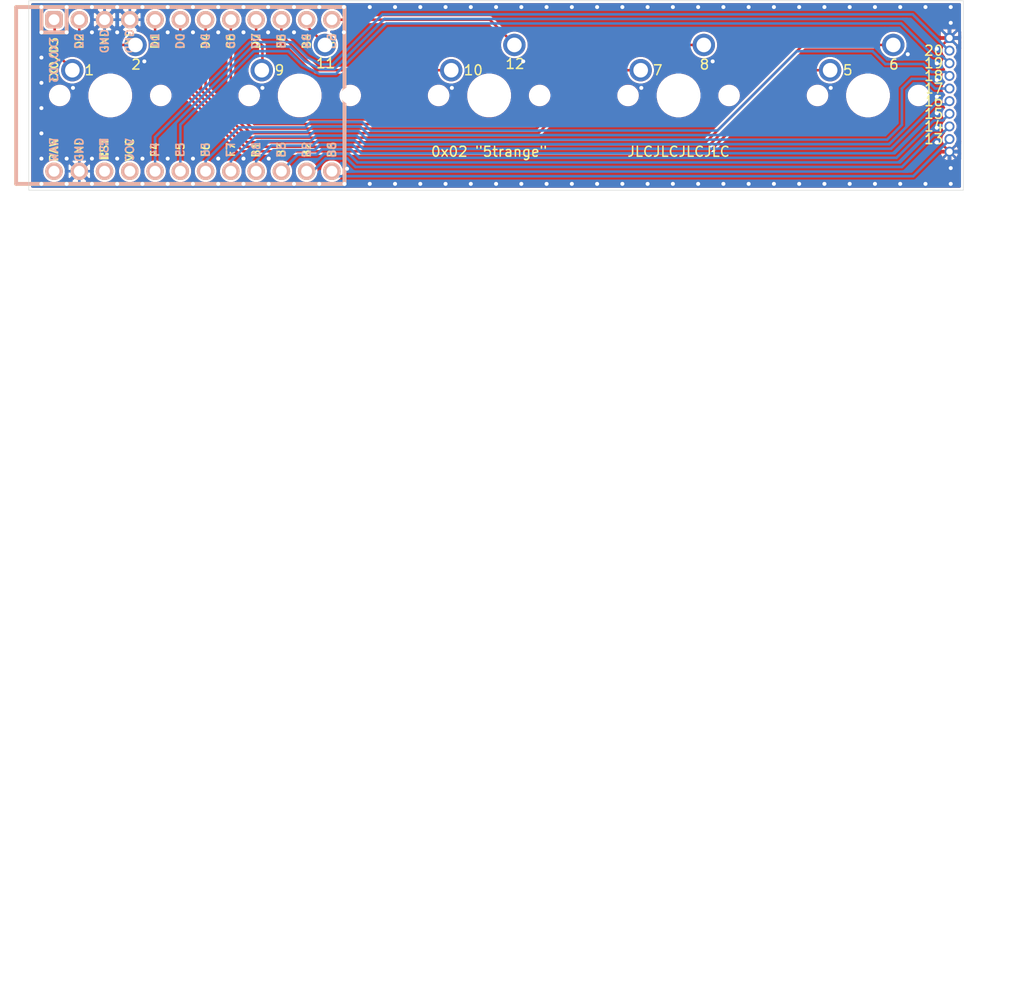
<source format=kicad_pcb>
(kicad_pcb (version 20171130) (host pcbnew 5.99.0+really5.1.10+dfsg1-1)

  (general
    (thickness 1.6)
    (drawings 28)
    (tracks 638)
    (zones 0)
    (modules 7)
    (nets 23)
  )

  (page A4)
  (layers
    (0 F.Cu signal)
    (31 B.Cu signal)
    (32 B.Adhes user)
    (33 F.Adhes user)
    (34 B.Paste user)
    (35 F.Paste user)
    (36 B.SilkS user)
    (37 F.SilkS user)
    (38 B.Mask user)
    (39 F.Mask user)
    (40 Dwgs.User user)
    (41 Cmts.User user)
    (42 Eco1.User user)
    (43 Eco2.User user)
    (44 Edge.Cuts user)
    (45 Margin user)
    (46 B.CrtYd user)
    (47 F.CrtYd user)
    (48 B.Fab user)
    (49 F.Fab user)
  )

  (setup
    (last_trace_width 0.254)
    (user_trace_width 0.254)
    (user_trace_width 0.381)
    (user_trace_width 0.508)
    (user_trace_width 0.762)
    (user_trace_width 1.6002)
    (trace_clearance 0.2032)
    (zone_clearance 0.2159)
    (zone_45_only no)
    (trace_min 0.254)
    (via_size 0.8)
    (via_drill 0.4)
    (via_min_size 0.4064)
    (via_min_drill 0.3)
    (uvia_size 0.3)
    (uvia_drill 0.1)
    (uvias_allowed no)
    (uvia_min_size 0.2032)
    (uvia_min_drill 0.1)
    (edge_width 0.05)
    (segment_width 0.2)
    (pcb_text_width 0.3)
    (pcb_text_size 1.5 1.5)
    (mod_edge_width 0.12)
    (mod_text_size 1 1)
    (mod_text_width 0.15)
    (pad_size 3.200001 2)
    (pad_drill 2.799999)
    (pad_to_mask_clearance 0)
    (aux_axis_origin 0 0)
    (visible_elements FFFFFFFF)
    (pcbplotparams
      (layerselection 0x010fc_ffffffff)
      (usegerberextensions true)
      (usegerberattributes true)
      (usegerberadvancedattributes true)
      (creategerberjobfile false)
      (excludeedgelayer true)
      (linewidth 0.150000)
      (plotframeref false)
      (viasonmask false)
      (mode 1)
      (useauxorigin false)
      (hpglpennumber 1)
      (hpglpenspeed 20)
      (hpglpendiameter 15.000000)
      (psnegative false)
      (psa4output false)
      (plotreference true)
      (plotvalue true)
      (plotinvisibletext false)
      (padsonsilk false)
      (subtractmaskfromsilk true)
      (outputformat 1)
      (mirror false)
      (drillshape 0)
      (scaleselection 1)
      (outputdirectory "5trange/"))
  )

  (net 0 "")
  (net 1 C0)
  (net 2 C1)
  (net 3 C2)
  (net 4 C3)
  (net 5 C4)
  (net 6 GND)
  (net 7 NC1)
  (net 8 NC2)
  (net 9 VCC)
  (net 10 R0)
  (net 11 R1)
  (net 12 R2)
  (net 13 R3)
  (net 14 R4)
  (net 15 "Net-(J_0-Pad9)")
  (net 16 "Net-(J_0-Pad8)")
  (net 17 "Net-(J_0-Pad7)")
  (net 18 "Net-(J_0-Pad6)")
  (net 19 "Net-(J_0-Pad5)")
  (net 20 "Net-(J_0-Pad4)")
  (net 21 "Net-(J_0-Pad3)")
  (net 22 "Net-(J_0-Pad2)")

  (net_class Default "This is the default net class."
    (clearance 0.2032)
    (trace_width 0.254)
    (via_dia 0.8)
    (via_drill 0.4)
    (uvia_dia 0.3)
    (uvia_drill 0.1)
    (diff_pair_width 0.254)
    (diff_pair_gap 0.25)
    (add_net C0)
    (add_net C1)
    (add_net C2)
    (add_net C3)
    (add_net C4)
    (add_net GND)
    (add_net NC1)
    (add_net NC2)
    (add_net "Net-(J_0-Pad2)")
    (add_net "Net-(J_0-Pad3)")
    (add_net "Net-(J_0-Pad4)")
    (add_net "Net-(J_0-Pad5)")
    (add_net "Net-(J_0-Pad6)")
    (add_net "Net-(J_0-Pad7)")
    (add_net "Net-(J_0-Pad8)")
    (add_net "Net-(J_0-Pad9)")
    (add_net R0)
    (add_net R1)
    (add_net R2)
    (add_net R3)
    (add_net R4)
    (add_net VCC)
  )

  (module keebio-parts:ArduinoProMicro (layer B.Cu) (tedit 60BB10B1) (tstamp 60BBEA55)
    (at 16.51 9.525)
    (path /60B54A99/60B581E7)
    (fp_text reference U1 (at 0 -1.625) (layer B.SilkS) hide
      (effects (font (size 1.27 1.524) (thickness 0.2032)) (justify mirror))
    )
    (fp_text value Elite-C (at 0 0) (layer B.SilkS) hide
      (effects (font (size 1.27 1.524) (thickness 0.2032)) (justify mirror))
    )
    (fp_line (start -12.7 -6.35) (end -12.7 -8.89) (layer F.SilkS) (width 0.381))
    (fp_line (start -15.24 -6.35) (end -12.7 -6.35) (layer F.SilkS) (width 0.381))
    (fp_line (start -15.24 -8.89) (end 15.24 -8.89) (layer B.SilkS) (width 0.381))
    (fp_line (start 15.24 -8.89) (end 15.24 8.89) (layer B.SilkS) (width 0.381))
    (fp_line (start 15.24 8.89) (end -15.24 8.89) (layer B.SilkS) (width 0.381))
    (fp_line (start -15.24 -6.35) (end -12.7 -6.35) (layer B.SilkS) (width 0.381))
    (fp_line (start -12.7 -6.35) (end -12.7 -8.89) (layer B.SilkS) (width 0.381))
    (fp_poly (pts (xy -9.36064 4.931568) (xy -9.06064 4.931568) (xy -9.06064 4.831568) (xy -9.36064 4.831568)) (layer B.SilkS) (width 0.15))
    (fp_poly (pts (xy -8.96064 4.731568) (xy -8.86064 4.731568) (xy -8.86064 4.631568) (xy -8.96064 4.631568)) (layer B.SilkS) (width 0.15))
    (fp_poly (pts (xy -9.36064 4.931568) (xy -9.26064 4.931568) (xy -9.26064 4.431568) (xy -9.36064 4.431568)) (layer B.SilkS) (width 0.15))
    (fp_poly (pts (xy -9.36064 4.531568) (xy -8.56064 4.531568) (xy -8.56064 4.431568) (xy -9.36064 4.431568)) (layer B.SilkS) (width 0.15))
    (fp_poly (pts (xy -8.76064 4.931568) (xy -8.56064 4.931568) (xy -8.56064 4.831568) (xy -8.76064 4.831568)) (layer B.SilkS) (width 0.15))
    (fp_poly (pts (xy -8.95097 6.044635) (xy -8.85097 6.044635) (xy -8.85097 6.144635) (xy -8.95097 6.144635)) (layer F.SilkS) (width 0.15))
    (fp_poly (pts (xy -9.35097 6.244635) (xy -8.55097 6.244635) (xy -8.55097 6.344635) (xy -9.35097 6.344635)) (layer F.SilkS) (width 0.15))
    (fp_poly (pts (xy -8.75097 5.844635) (xy -8.55097 5.844635) (xy -8.55097 5.944635) (xy -8.75097 5.944635)) (layer F.SilkS) (width 0.15))
    (fp_poly (pts (xy -9.35097 5.844635) (xy -9.05097 5.844635) (xy -9.05097 5.944635) (xy -9.35097 5.944635)) (layer F.SilkS) (width 0.15))
    (fp_poly (pts (xy -9.35097 5.844635) (xy -9.25097 5.844635) (xy -9.25097 6.344635) (xy -9.35097 6.344635)) (layer F.SilkS) (width 0.15))
    (fp_line (start 15.24 8.89) (end -17.78 8.89) (layer F.SilkS) (width 0.381))
    (fp_line (start 15.24 -8.89) (end 15.24 8.89) (layer F.SilkS) (width 0.381))
    (fp_line (start -17.78 -8.89) (end 15.24 -8.89) (layer F.SilkS) (width 0.381))
    (fp_line (start -17.78 8.89) (end -17.78 -8.89) (layer F.SilkS) (width 0.381))
    (fp_line (start -15.24 8.89) (end -17.78 8.89) (layer B.SilkS) (width 0.381))
    (fp_line (start -17.78 8.89) (end -17.78 -8.89) (layer B.SilkS) (width 0.381))
    (fp_line (start -17.78 -8.89) (end -15.24 -8.89) (layer B.SilkS) (width 0.381))
    (fp_line (start -14.224 3.556) (end -14.224 -3.81) (layer Dwgs.User) (width 0.2))
    (fp_line (start -14.224 -3.81) (end -19.304 -3.81) (layer Dwgs.User) (width 0.2))
    (fp_line (start -19.304 -3.81) (end -19.304 3.556) (layer Dwgs.User) (width 0.2))
    (fp_line (start -19.304 3.556) (end -14.224 3.556) (layer Dwgs.User) (width 0.2))
    (fp_line (start -15.24 -6.35) (end -15.24 -8.89) (layer F.SilkS) (width 0.381))
    (fp_line (start -15.24 -6.35) (end -15.24 -8.89) (layer B.SilkS) (width 0.381))
    (fp_text user ST (at -8.91 5.04 -90) (layer F.SilkS)
      (effects (font (size 0.8 0.8) (thickness 0.15)))
    )
    (fp_text user TX0/D3 (at -13.97 -3.571872 -90) (layer B.SilkS)
      (effects (font (size 0.8 0.8) (thickness 0.15)) (justify mirror))
    )
    (fp_text user TX0/D3 (at -13.97 -3.571872 -90) (layer F.SilkS)
      (effects (font (size 0.8 0.8) (thickness 0.15)))
    )
    (fp_text user D2 (at -11.43 -5.461 -90) (layer B.SilkS)
      (effects (font (size 0.8 0.8) (thickness 0.15)) (justify mirror))
    )
    (fp_text user D0 (at -1.27 -5.461 -90) (layer B.SilkS)
      (effects (font (size 0.8 0.8) (thickness 0.15)) (justify mirror))
    )
    (fp_text user D1 (at -3.81 -5.461 -90) (layer B.SilkS)
      (effects (font (size 0.8 0.8) (thickness 0.15)) (justify mirror))
    )
    (fp_text user GND (at -6.35 -5.461 -90) (layer B.SilkS)
      (effects (font (size 0.8 0.8) (thickness 0.15)) (justify mirror))
    )
    (fp_text user GND (at -8.89 -5.461 -90) (layer B.SilkS)
      (effects (font (size 0.8 0.8) (thickness 0.15)) (justify mirror))
    )
    (fp_text user D4 (at 1.27 -5.461 -90) (layer B.SilkS)
      (effects (font (size 0.8 0.8) (thickness 0.15)) (justify mirror))
    )
    (fp_text user C6 (at 3.81 -5.461 -90) (layer B.SilkS)
      (effects (font (size 0.8 0.8) (thickness 0.15)) (justify mirror))
    )
    (fp_text user D7 (at 6.35 -5.461 -90) (layer B.SilkS)
      (effects (font (size 0.8 0.8) (thickness 0.15)) (justify mirror))
    )
    (fp_text user E6 (at 8.89 -5.461 -90) (layer B.SilkS)
      (effects (font (size 0.8 0.8) (thickness 0.15)) (justify mirror))
    )
    (fp_text user B4 (at 11.43 -5.461 -90) (layer B.SilkS)
      (effects (font (size 0.8 0.8) (thickness 0.15)) (justify mirror))
    )
    (fp_text user B5 (at 13.97 -5.461 -90) (layer B.SilkS)
      (effects (font (size 0.8 0.8) (thickness 0.15)) (justify mirror))
    )
    (fp_text user B6 (at 13.97 5.461 -90) (layer B.SilkS)
      (effects (font (size 0.8 0.8) (thickness 0.15)) (justify mirror))
    )
    (fp_text user B2 (at 11.43 5.461 -90) (layer F.SilkS)
      (effects (font (size 0.8 0.8) (thickness 0.15)))
    )
    (fp_text user B3 (at 8.89 5.461 -90) (layer B.SilkS)
      (effects (font (size 0.8 0.8) (thickness 0.15)) (justify mirror))
    )
    (fp_text user B1 (at 6.35 5.461 -90) (layer B.SilkS)
      (effects (font (size 0.8 0.8) (thickness 0.15)) (justify mirror))
    )
    (fp_text user F7 (at 3.81 5.461 -90) (layer F.SilkS)
      (effects (font (size 0.8 0.8) (thickness 0.15)))
    )
    (fp_text user F6 (at 1.27 5.461 -90) (layer F.SilkS)
      (effects (font (size 0.8 0.8) (thickness 0.15)))
    )
    (fp_text user F5 (at -1.27 5.461 -90) (layer F.SilkS)
      (effects (font (size 0.8 0.8) (thickness 0.15)))
    )
    (fp_text user F4 (at -3.81 5.461 -90) (layer B.SilkS)
      (effects (font (size 0.8 0.8) (thickness 0.15)) (justify mirror))
    )
    (fp_text user VCC (at -6.35 5.461 -90) (layer B.SilkS)
      (effects (font (size 0.8 0.8) (thickness 0.15)) (justify mirror))
    )
    (fp_text user ST (at -8.92 5.73312 -90) (layer B.SilkS)
      (effects (font (size 0.8 0.8) (thickness 0.15)) (justify mirror))
    )
    (fp_text user GND (at -11.43 5.461 -90) (layer B.SilkS)
      (effects (font (size 0.8 0.8) (thickness 0.15)) (justify mirror))
    )
    (fp_text user RAW (at -13.97 5.461 -90) (layer B.SilkS)
      (effects (font (size 0.8 0.8) (thickness 0.15)) (justify mirror))
    )
    (fp_text user RAW (at -13.97 5.461 -90) (layer F.SilkS)
      (effects (font (size 0.8 0.8) (thickness 0.15)))
    )
    (fp_text user GND (at -11.43 5.461 -90) (layer F.SilkS)
      (effects (font (size 0.8 0.8) (thickness 0.15)))
    )
    (fp_text user VCC (at -6.35 5.461 -90) (layer F.SilkS)
      (effects (font (size 0.8 0.8) (thickness 0.15)))
    )
    (fp_text user F4 (at -3.81 5.461 -90) (layer F.SilkS)
      (effects (font (size 0.8 0.8) (thickness 0.15)))
    )
    (fp_text user F5 (at -1.27 5.461 -90) (layer B.SilkS)
      (effects (font (size 0.8 0.8) (thickness 0.15)) (justify mirror))
    )
    (fp_text user F6 (at 1.27 5.461 -90) (layer B.SilkS)
      (effects (font (size 0.8 0.8) (thickness 0.15)) (justify mirror))
    )
    (fp_text user F7 (at 3.81 5.461 -90) (layer B.SilkS)
      (effects (font (size 0.8 0.8) (thickness 0.15)) (justify mirror))
    )
    (fp_text user B1 (at 6.35 5.461 -90) (layer F.SilkS)
      (effects (font (size 0.8 0.8) (thickness 0.15)))
    )
    (fp_text user B3 (at 8.89 5.461 -90) (layer F.SilkS)
      (effects (font (size 0.8 0.8) (thickness 0.15)))
    )
    (fp_text user B2 (at 11.43 5.461 -90) (layer B.SilkS)
      (effects (font (size 0.8 0.8) (thickness 0.15)) (justify mirror))
    )
    (fp_text user B6 (at 13.97 5.461 -90) (layer F.SilkS)
      (effects (font (size 0.8 0.8) (thickness 0.15)))
    )
    (fp_text user B5 (at 13.97 -5.461 -90) (layer F.SilkS)
      (effects (font (size 0.8 0.8) (thickness 0.15)))
    )
    (fp_text user B4 (at 11.43 -5.461 -90) (layer F.SilkS)
      (effects (font (size 0.8 0.8) (thickness 0.15)))
    )
    (fp_text user E6 (at 8.89 -5.461 -90) (layer F.SilkS)
      (effects (font (size 0.8 0.8) (thickness 0.15)))
    )
    (fp_text user D7 (at 6.35 -5.461 -90) (layer F.SilkS)
      (effects (font (size 0.8 0.8) (thickness 0.15)))
    )
    (fp_text user C6 (at 3.81 -5.461 -90) (layer F.SilkS)
      (effects (font (size 0.8 0.8) (thickness 0.15)))
    )
    (fp_text user D4 (at 1.27 -5.461 -90) (layer F.SilkS)
      (effects (font (size 0.8 0.8) (thickness 0.15)))
    )
    (fp_text user GND (at -8.89 -5.461 -90) (layer F.SilkS)
      (effects (font (size 0.8 0.8) (thickness 0.15)))
    )
    (fp_text user GND (at -6.35 -5.461 -90) (layer F.SilkS)
      (effects (font (size 0.8 0.8) (thickness 0.15)))
    )
    (fp_text user D1 (at -3.81 -5.461 -90) (layer F.SilkS)
      (effects (font (size 0.8 0.8) (thickness 0.15)))
    )
    (fp_text user D0 (at -1.27 -5.461 -90) (layer F.SilkS)
      (effects (font (size 0.8 0.8) (thickness 0.15)))
    )
    (fp_text user D2 (at -11.43 -5.461 -90) (layer F.SilkS)
      (effects (font (size 0.8 0.8) (thickness 0.15)))
    )
    (pad 24 thru_hole circle (at -13.97 7.62) (size 1.7526 1.7526) (drill 1.0922) (layers *.Cu *.SilkS *.Mask)
      (net 7 NC1))
    (pad 12 thru_hole circle (at 13.97 -7.62) (size 1.7526 1.7526) (drill 1.0922) (layers *.Cu *.SilkS *.Mask)
      (net 12 R2))
    (pad 23 thru_hole circle (at -11.43 7.62) (size 1.7526 1.7526) (drill 1.0922) (layers *.Cu *.SilkS *.Mask)
      (net 6 GND))
    (pad 22 thru_hole circle (at -8.89 7.62) (size 1.7526 1.7526) (drill 1.0922) (layers *.Cu *.SilkS *.Mask)
      (net 8 NC2))
    (pad 21 thru_hole circle (at -6.35 7.62) (size 1.7526 1.7526) (drill 1.0922) (layers *.Cu *.SilkS *.Mask)
      (net 9 VCC))
    (pad 20 thru_hole circle (at -3.81 7.62) (size 1.7526 1.7526) (drill 1.0922) (layers *.Cu *.SilkS *.Mask)
      (net 22 "Net-(J_0-Pad2)"))
    (pad 19 thru_hole circle (at -1.27 7.62) (size 1.7526 1.7526) (drill 1.0922) (layers *.Cu *.SilkS *.Mask)
      (net 21 "Net-(J_0-Pad3)"))
    (pad 18 thru_hole circle (at 1.27 7.62) (size 1.7526 1.7526) (drill 1.0922) (layers *.Cu *.SilkS *.Mask)
      (net 20 "Net-(J_0-Pad4)"))
    (pad 17 thru_hole circle (at 3.81 7.62) (size 1.7526 1.7526) (drill 1.0922) (layers *.Cu *.SilkS *.Mask)
      (net 19 "Net-(J_0-Pad5)"))
    (pad 16 thru_hole circle (at 6.35 7.62) (size 1.7526 1.7526) (drill 1.0922) (layers *.Cu *.SilkS *.Mask)
      (net 18 "Net-(J_0-Pad6)"))
    (pad 15 thru_hole circle (at 8.89 7.62) (size 1.7526 1.7526) (drill 1.0922) (layers *.Cu *.SilkS *.Mask)
      (net 17 "Net-(J_0-Pad7)"))
    (pad 14 thru_hole circle (at 11.43 7.62) (size 1.7526 1.7526) (drill 1.0922) (layers *.Cu *.SilkS *.Mask)
      (net 16 "Net-(J_0-Pad8)"))
    (pad 13 thru_hole circle (at 13.97 7.62) (size 1.7526 1.7526) (drill 1.0922) (layers *.Cu *.SilkS *.Mask)
      (net 15 "Net-(J_0-Pad9)"))
    (pad 11 thru_hole circle (at 11.43 -7.62) (size 1.7526 1.7526) (drill 1.0922) (layers *.Cu *.SilkS *.Mask)
      (net 11 R1))
    (pad 10 thru_hole circle (at 8.89 -7.62) (size 1.7526 1.7526) (drill 1.0922) (layers *.Cu *.SilkS *.Mask)
      (net 3 C2))
    (pad 9 thru_hole circle (at 6.35 -7.62) (size 1.7526 1.7526) (drill 1.0922) (layers *.Cu *.SilkS *.Mask)
      (net 2 C1))
    (pad 8 thru_hole circle (at 3.81 -7.62) (size 1.7526 1.7526) (drill 1.0922) (layers *.Cu *.SilkS *.Mask)
      (net 13 R3))
    (pad 7 thru_hole circle (at 1.27 -7.62) (size 1.7526 1.7526) (drill 1.0922) (layers *.Cu *.SilkS *.Mask)
      (net 4 C3))
    (pad 6 thru_hole circle (at -1.27 -7.62) (size 1.7526 1.7526) (drill 1.0922) (layers *.Cu *.SilkS *.Mask)
      (net 14 R4))
    (pad 5 thru_hole circle (at -3.81 -7.62) (size 1.7526 1.7526) (drill 1.0922) (layers *.Cu *.SilkS *.Mask)
      (net 5 C4))
    (pad 4 thru_hole circle (at -6.35 -7.62) (size 1.7526 1.7526) (drill 1.0922) (layers *.Cu *.SilkS *.Mask)
      (net 6 GND))
    (pad 3 thru_hole circle (at -8.89 -7.62) (size 1.7526 1.7526) (drill 1.0922) (layers *.Cu *.SilkS *.Mask)
      (net 6 GND))
    (pad 2 thru_hole circle (at -11.43 -7.62) (size 1.7526 1.7526) (drill 1.0922) (layers *.Cu *.SilkS *.Mask)
      (net 10 R0))
    (pad 1 thru_hole roundrect (at -13.97 -7.62) (size 1.7526 1.7526) (drill 1.0922) (layers *.Cu *.SilkS *.Mask) (roundrect_rratio 0.25)
      (net 1 C0))
    (model /Users/danny/Documents/proj/custom-keyboard/kicad-libs/3d_models/ArduinoProMicro.wrl
      (offset (xyz -13.96999979019165 -7.619999885559082 -5.841999912261963))
      (scale (xyz 0.395 0.395 0.395))
      (rotate (xyz 90 180 180))
    )
  )

  (module Connector_PinHeader_1.27mm:PinHeader_1x10_P1.27mm_Vertical (layer F.Cu) (tedit 60B548CB) (tstamp 60B51F92)
    (at 92.583 3.7465)
    (descr "Through hole straight pin header, 1x10, 1.27mm pitch, single row")
    (tags "Through hole pin header THT 1x10 1.27mm single row")
    (path /60B54A99/60B581ED)
    (fp_text reference J_0 (at 0 -1.695) (layer F.SilkS) hide
      (effects (font (size 1 1) (thickness 0.15)))
    )
    (fp_text value Conn_01x10_Male (at 0 13.125) (layer F.Fab)
      (effects (font (size 1 1) (thickness 0.15)))
    )
    (fp_line (start 1.55 -1.15) (end -1.55 -1.15) (layer F.CrtYd) (width 0.05))
    (fp_line (start 1.55 12.6) (end 1.55 -1.15) (layer F.CrtYd) (width 0.05))
    (fp_line (start -1.55 12.6) (end 1.55 12.6) (layer F.CrtYd) (width 0.05))
    (fp_line (start -1.55 -1.15) (end -1.55 12.6) (layer F.CrtYd) (width 0.05))
    (fp_line (start -1.05 -0.11) (end -0.525 -0.635) (layer F.Fab) (width 0.1))
    (fp_line (start -1.05 12.065) (end -1.05 -0.11) (layer F.Fab) (width 0.1))
    (fp_line (start 1.05 12.065) (end -1.05 12.065) (layer F.Fab) (width 0.1))
    (fp_line (start 1.05 -0.635) (end 1.05 12.065) (layer F.Fab) (width 0.1))
    (fp_line (start -0.525 -0.635) (end 1.05 -0.635) (layer F.Fab) (width 0.1))
    (fp_text user %R (at 0 5.715 90) (layer F.Fab)
      (effects (font (size 1 1) (thickness 0.15)))
    )
    (pad 10 thru_hole oval (at 0 11.43) (size 1 1) (drill 0.65) (layers *.Cu *.Mask)
      (net 6 GND))
    (pad 9 thru_hole oval (at 0 10.16) (size 1 1) (drill 0.65) (layers *.Cu *.Mask)
      (net 15 "Net-(J_0-Pad9)"))
    (pad 8 thru_hole oval (at 0 8.89) (size 1 1) (drill 0.65) (layers *.Cu *.Mask)
      (net 16 "Net-(J_0-Pad8)"))
    (pad 7 thru_hole oval (at 0 7.62) (size 1 1) (drill 0.65) (layers *.Cu *.Mask)
      (net 17 "Net-(J_0-Pad7)"))
    (pad 6 thru_hole oval (at 0 6.35) (size 1 1) (drill 0.65) (layers *.Cu *.Mask)
      (net 18 "Net-(J_0-Pad6)"))
    (pad 5 thru_hole oval (at 0 5.08) (size 1 1) (drill 0.65) (layers *.Cu *.Mask)
      (net 19 "Net-(J_0-Pad5)"))
    (pad 4 thru_hole oval (at 0 3.81) (size 1 1) (drill 0.65) (layers *.Cu *.Mask)
      (net 20 "Net-(J_0-Pad4)"))
    (pad 3 thru_hole oval (at 0 2.54) (size 1 1) (drill 0.65) (layers *.Cu *.Mask)
      (net 21 "Net-(J_0-Pad3)"))
    (pad 2 thru_hole oval (at 0 1.27) (size 1 1) (drill 0.65) (layers *.Cu *.Mask)
      (net 22 "Net-(J_0-Pad2)"))
    (pad 1 thru_hole roundrect (at 0 0) (size 1 1) (drill 0.65) (layers *.Cu *.Mask) (roundrect_rratio 0.25)
      (net 6 GND))
    (model ${KISYS3DMOD}/Connector_PinHeader_1.27mm.3dshapes/PinHeader_1x10_P1.27mm_Vertical.wrl
      (at (xyz 0 0 0))
      (scale (xyz 1 1 1))
      (rotate (xyz 0 0 0))
    )
  )

  (module MX_Only:MXOnly-1U-NoLED (layer F.Cu) (tedit 60B5125C) (tstamp 60B51FFB)
    (at 84.3915 9.525)
    (path /60B54A99/60B581CD)
    (fp_text reference MX_5 (at 0 3.175) (layer Dwgs.User)
      (effects (font (size 1 1) (thickness 0.15)))
    )
    (fp_text value MX-NoLED (at 0 -7.9375) (layer Dwgs.User)
      (effects (font (size 1 1) (thickness 0.15)))
    )
    (fp_line (start 5 -7) (end 7 -7) (layer Dwgs.User) (width 0.15))
    (fp_line (start 7 -7) (end 7 -5) (layer Dwgs.User) (width 0.15))
    (fp_line (start 5 7) (end 7 7) (layer Dwgs.User) (width 0.15))
    (fp_line (start 7 7) (end 7 5) (layer Dwgs.User) (width 0.15))
    (fp_line (start -7 5) (end -7 7) (layer Dwgs.User) (width 0.15))
    (fp_line (start -7 7) (end -5 7) (layer Dwgs.User) (width 0.15))
    (fp_line (start -5 -7) (end -7 -7) (layer Dwgs.User) (width 0.15))
    (fp_line (start -7 -7) (end -7 -5) (layer Dwgs.User) (width 0.15))
    (fp_line (start -9.525 -9.525) (end 9.525 -9.525) (layer Dwgs.User) (width 0.15))
    (fp_line (start 9.525 -9.525) (end 9.525 9.525) (layer Dwgs.User) (width 0.15))
    (fp_line (start 9.525 9.525) (end -9.525 9.525) (layer Dwgs.User) (width 0.15))
    (fp_line (start -9.525 9.525) (end -9.525 -9.525) (layer Dwgs.User) (width 0.15))
    (pad 2 thru_hole circle (at 2.54 -5.08) (size 2.25 2.25) (drill 1.47) (layers *.Cu *.Mask)
      (net 14 R4))
    (pad "" np_thru_hole circle (at 0 0) (size 3.9878 3.9878) (drill 3.9878) (layers *.Cu *.Mask))
    (pad 1 thru_hole circle (at -3.81 -2.54) (size 2.25 2.25) (drill 1.47) (layers *.Cu *.Mask)
      (net 5 C4))
    (pad "" np_thru_hole circle (at -5.08 0 48.0996) (size 1.75 1.75) (drill 1.75) (layers *.Cu *.Mask))
    (pad "" np_thru_hole circle (at 5.08 0 48.0996) (size 1.75 1.75) (drill 1.75) (layers *.Cu *.Mask))
  )

  (module MX_Only:MXOnly-1U-NoLED (layer F.Cu) (tedit 60B51253) (tstamp 60B51FE6)
    (at 65.3415 9.525)
    (path /60B54A99/60B581B9)
    (fp_text reference MX_4 (at 0 3.175) (layer Dwgs.User)
      (effects (font (size 1 1) (thickness 0.15)))
    )
    (fp_text value MX-NoLED (at 0 -7.9375) (layer Dwgs.User)
      (effects (font (size 1 1) (thickness 0.15)))
    )
    (fp_line (start 5 -7) (end 7 -7) (layer Dwgs.User) (width 0.15))
    (fp_line (start 7 -7) (end 7 -5) (layer Dwgs.User) (width 0.15))
    (fp_line (start 5 7) (end 7 7) (layer Dwgs.User) (width 0.15))
    (fp_line (start 7 7) (end 7 5) (layer Dwgs.User) (width 0.15))
    (fp_line (start -7 5) (end -7 7) (layer Dwgs.User) (width 0.15))
    (fp_line (start -7 7) (end -5 7) (layer Dwgs.User) (width 0.15))
    (fp_line (start -5 -7) (end -7 -7) (layer Dwgs.User) (width 0.15))
    (fp_line (start -7 -7) (end -7 -5) (layer Dwgs.User) (width 0.15))
    (fp_line (start -9.525 -9.525) (end 9.525 -9.525) (layer Dwgs.User) (width 0.15))
    (fp_line (start 9.525 -9.525) (end 9.525 9.525) (layer Dwgs.User) (width 0.15))
    (fp_line (start 9.525 9.525) (end -9.525 9.525) (layer Dwgs.User) (width 0.15))
    (fp_line (start -9.525 9.525) (end -9.525 -9.525) (layer Dwgs.User) (width 0.15))
    (pad 2 thru_hole circle (at 2.54 -5.08) (size 2.25 2.25) (drill 1.47) (layers *.Cu *.Mask)
      (net 13 R3))
    (pad "" np_thru_hole circle (at 0 0) (size 3.9878 3.9878) (drill 3.9878) (layers *.Cu *.Mask))
    (pad 1 thru_hole circle (at -3.81 -2.54) (size 2.25 2.25) (drill 1.47) (layers *.Cu *.Mask)
      (net 4 C3))
    (pad "" np_thru_hole circle (at -5.08 0 48.0996) (size 1.75 1.75) (drill 1.75) (layers *.Cu *.Mask))
    (pad "" np_thru_hole circle (at 5.08 0 48.0996) (size 1.75 1.75) (drill 1.75) (layers *.Cu *.Mask))
  )

  (module MX_Only:MXOnly-1U-NoLED (layer F.Cu) (tedit 60B5124B) (tstamp 60B51FD1)
    (at 46.2915 9.525)
    (path /60B54A99/60B581AC)
    (fp_text reference MX_3 (at 0 3.175) (layer Dwgs.User)
      (effects (font (size 1 1) (thickness 0.15)))
    )
    (fp_text value MX-NoLED (at 0 -7.9375) (layer Dwgs.User)
      (effects (font (size 1 1) (thickness 0.15)))
    )
    (fp_line (start 5 -7) (end 7 -7) (layer Dwgs.User) (width 0.15))
    (fp_line (start 7 -7) (end 7 -5) (layer Dwgs.User) (width 0.15))
    (fp_line (start 5 7) (end 7 7) (layer Dwgs.User) (width 0.15))
    (fp_line (start 7 7) (end 7 5) (layer Dwgs.User) (width 0.15))
    (fp_line (start -7 5) (end -7 7) (layer Dwgs.User) (width 0.15))
    (fp_line (start -7 7) (end -5 7) (layer Dwgs.User) (width 0.15))
    (fp_line (start -5 -7) (end -7 -7) (layer Dwgs.User) (width 0.15))
    (fp_line (start -7 -7) (end -7 -5) (layer Dwgs.User) (width 0.15))
    (fp_line (start -9.525 -9.525) (end 9.525 -9.525) (layer Dwgs.User) (width 0.15))
    (fp_line (start 9.525 -9.525) (end 9.525 9.525) (layer Dwgs.User) (width 0.15))
    (fp_line (start 9.525 9.525) (end -9.525 9.525) (layer Dwgs.User) (width 0.15))
    (fp_line (start -9.525 9.525) (end -9.525 -9.525) (layer Dwgs.User) (width 0.15))
    (pad 2 thru_hole circle (at 2.54 -5.08) (size 2.25 2.25) (drill 1.47) (layers *.Cu *.Mask)
      (net 12 R2))
    (pad "" np_thru_hole circle (at 0 0) (size 3.9878 3.9878) (drill 3.9878) (layers *.Cu *.Mask))
    (pad 1 thru_hole circle (at -3.81 -2.54) (size 2.25 2.25) (drill 1.47) (layers *.Cu *.Mask)
      (net 3 C2))
    (pad "" np_thru_hole circle (at -5.08 0 48.0996) (size 1.75 1.75) (drill 1.75) (layers *.Cu *.Mask))
    (pad "" np_thru_hole circle (at 5.08 0 48.0996) (size 1.75 1.75) (drill 1.75) (layers *.Cu *.Mask))
  )

  (module MX_Only:MXOnly-1U-NoLED (layer F.Cu) (tedit 60B51240) (tstamp 60B51FBC)
    (at 27.2415 9.525)
    (path /60B54A99/60B581A6)
    (fp_text reference MX_2 (at 0 3.175) (layer Dwgs.User)
      (effects (font (size 1 1) (thickness 0.15)))
    )
    (fp_text value MX-NoLED (at 0 -7.9375) (layer Dwgs.User)
      (effects (font (size 1 1) (thickness 0.15)))
    )
    (fp_line (start 5 -7) (end 7 -7) (layer Dwgs.User) (width 0.15))
    (fp_line (start 7 -7) (end 7 -5) (layer Dwgs.User) (width 0.15))
    (fp_line (start 5 7) (end 7 7) (layer Dwgs.User) (width 0.15))
    (fp_line (start 7 7) (end 7 5) (layer Dwgs.User) (width 0.15))
    (fp_line (start -7 5) (end -7 7) (layer Dwgs.User) (width 0.15))
    (fp_line (start -7 7) (end -5 7) (layer Dwgs.User) (width 0.15))
    (fp_line (start -5 -7) (end -7 -7) (layer Dwgs.User) (width 0.15))
    (fp_line (start -7 -7) (end -7 -5) (layer Dwgs.User) (width 0.15))
    (fp_line (start -9.525 -9.525) (end 9.525 -9.525) (layer Dwgs.User) (width 0.15))
    (fp_line (start 9.525 -9.525) (end 9.525 9.525) (layer Dwgs.User) (width 0.15))
    (fp_line (start 9.525 9.525) (end -9.525 9.525) (layer Dwgs.User) (width 0.15))
    (fp_line (start -9.525 9.525) (end -9.525 -9.525) (layer Dwgs.User) (width 0.15))
    (pad 2 thru_hole circle (at 2.54 -5.08) (size 2.25 2.25) (drill 1.47) (layers *.Cu *.Mask)
      (net 11 R1))
    (pad "" np_thru_hole circle (at 0 0) (size 3.9878 3.9878) (drill 3.9878) (layers *.Cu *.Mask))
    (pad 1 thru_hole circle (at -3.81 -2.54) (size 2.25 2.25) (drill 1.47) (layers *.Cu *.Mask)
      (net 2 C1))
    (pad "" np_thru_hole circle (at -5.08 0 48.0996) (size 1.75 1.75) (drill 1.75) (layers *.Cu *.Mask))
    (pad "" np_thru_hole circle (at 5.08 0 48.0996) (size 1.75 1.75) (drill 1.75) (layers *.Cu *.Mask))
  )

  (module MX_Only:MXOnly-1U-NoLED (layer F.Cu) (tedit 60B51238) (tstamp 60B51FA7)
    (at 8.1915 9.525)
    (path /60B54A99/60B581A0)
    (fp_text reference MX_1 (at 0 3.175) (layer Dwgs.User)
      (effects (font (size 1 1) (thickness 0.15)))
    )
    (fp_text value MX-NoLED (at 0 -7.9375) (layer Dwgs.User)
      (effects (font (size 1 1) (thickness 0.15)))
    )
    (fp_line (start 5 -7) (end 7 -7) (layer Dwgs.User) (width 0.15))
    (fp_line (start 7 -7) (end 7 -5) (layer Dwgs.User) (width 0.15))
    (fp_line (start 5 7) (end 7 7) (layer Dwgs.User) (width 0.15))
    (fp_line (start 7 7) (end 7 5) (layer Dwgs.User) (width 0.15))
    (fp_line (start -7 5) (end -7 7) (layer Dwgs.User) (width 0.15))
    (fp_line (start -7 7) (end -5 7) (layer Dwgs.User) (width 0.15))
    (fp_line (start -5 -7) (end -7 -7) (layer Dwgs.User) (width 0.15))
    (fp_line (start -7 -7) (end -7 -5) (layer Dwgs.User) (width 0.15))
    (fp_line (start -9.525 -9.525) (end 9.525 -9.525) (layer Dwgs.User) (width 0.15))
    (fp_line (start 9.525 -9.525) (end 9.525 9.525) (layer Dwgs.User) (width 0.15))
    (fp_line (start 9.525 9.525) (end -9.525 9.525) (layer Dwgs.User) (width 0.15))
    (fp_line (start -9.525 9.525) (end -9.525 -9.525) (layer Dwgs.User) (width 0.15))
    (pad 2 thru_hole circle (at 2.54 -5.08) (size 2.25 2.25) (drill 1.47) (layers *.Cu *.Mask)
      (net 10 R0))
    (pad "" np_thru_hole circle (at 0 0) (size 3.9878 3.9878) (drill 3.9878) (layers *.Cu *.Mask))
    (pad 1 thru_hole circle (at -3.81 -2.54) (size 2.25 2.25) (drill 1.47) (layers *.Cu *.Mask)
      (net 1 C0))
    (pad "" np_thru_hole circle (at -5.08 0 48.0996) (size 1.75 1.75) (drill 1.75) (layers *.Cu *.Mask))
    (pad "" np_thru_hole circle (at 5.08 0 48.0996) (size 1.75 1.75) (drill 1.75) (layers *.Cu *.Mask))
  )

  (gr_text "0x02 \"5trange\"" (at 46.2915 15.1765) (layer F.SilkS)
    (effects (font (size 1 1) (thickness 0.15)))
  )
  (gr_text JLCJLCJLCJLC (at 65.3415 15.1765) (layer F.SilkS)
    (effects (font (size 1 1) (thickness 0.15)))
  )
  (gr_line (start 0 0) (end 100.0125 0) (layer Dwgs.User) (width 0.15))
  (gr_line (start 100.0125 0) (end 100.0125 100.0125) (layer Dwgs.User) (width 0.15))
  (gr_text 13 (at 90.9955 13.9065) (layer F.SilkS)
    (effects (font (size 1 1) (thickness 0.15)))
  )
  (gr_text 14 (at 90.9955 12.6365) (layer F.SilkS)
    (effects (font (size 1 1) (thickness 0.15)))
  )
  (gr_text 15 (at 90.9955 11.3665) (layer F.SilkS)
    (effects (font (size 1 1) (thickness 0.15)))
  )
  (gr_text 16 (at 90.9955 10.0965) (layer F.SilkS)
    (effects (font (size 1 1) (thickness 0.15)))
  )
  (gr_text 17 (at 90.9955 8.8265) (layer F.SilkS)
    (effects (font (size 1 1) (thickness 0.15)))
  )
  (gr_text 18 (at 90.9955 7.5565) (layer F.SilkS)
    (effects (font (size 1 1) (thickness 0.15)))
  )
  (gr_text 19 (at 90.9955 6.2865) (layer F.SilkS)
    (effects (font (size 1 1) (thickness 0.15)))
  )
  (gr_text 20 (at 90.9955 5.0165) (layer F.SilkS)
    (effects (font (size 1 1) (thickness 0.15)))
  )
  (gr_text 6 (at 86.995 6.4135) (layer F.SilkS)
    (effects (font (size 1 1) (thickness 0.15)))
  )
  (gr_text 5 (at 82.3595 6.985) (layer F.SilkS)
    (effects (font (size 1 1) (thickness 0.15)))
  )
  (gr_text 8 (at 67.945 6.4135) (layer F.SilkS)
    (effects (font (size 1 1) (thickness 0.15)))
  )
  (gr_text 7 (at 63.246 6.985) (layer F.SilkS)
    (effects (font (size 1 1) (thickness 0.15)))
  )
  (gr_text 12 (at 48.895 6.35) (layer F.SilkS)
    (effects (font (size 1 1) (thickness 0.15)))
  )
  (gr_text 10 (at 44.704 6.985) (layer F.SilkS)
    (effects (font (size 1 1) (thickness 0.15)))
  )
  (gr_text 11 (at 29.845 6.2865) (layer F.SilkS)
    (effects (font (size 1 1) (thickness 0.15)))
  )
  (gr_text 9 (at 25.2095 6.985) (layer F.SilkS)
    (effects (font (size 1 1) (thickness 0.15)))
  )
  (gr_text 2 (at 10.795 6.4135) (layer F.SilkS)
    (effects (font (size 1 1) (thickness 0.15)))
  )
  (gr_text 1 (at 6.096 6.985) (layer F.SilkS)
    (effects (font (size 1 1) (thickness 0.15)))
  )
  (gr_line (start 0 0) (end 93.98 0) (layer Edge.Cuts) (width 0.05))
  (gr_line (start 0 99.949) (end 0 0) (layer Dwgs.User) (width 0.15))
  (gr_line (start 100.0125 100.0125) (end 0 99.949) (layer Dwgs.User) (width 0.15))
  (gr_line (start 0 19.05) (end 0 0) (layer Edge.Cuts) (width 0.05) (tstamp 60AE9C4E))
  (gr_line (start 93.98 19.05) (end 93.98 0) (layer Edge.Cuts) (width 0.05))
  (gr_line (start 0 19.05) (end 93.98 19.05) (layer Edge.Cuts) (width 0.05) (tstamp 60ACF280))

  (segment (start 2.6035 5.1435) (end 2.6035 1.905) (width 0.254) (layer F.Cu) (net 1))
  (segment (start 4.445 6.985) (end 2.6035 5.1435) (width 0.254) (layer F.Cu) (net 1))
  (segment (start 22.86 3.8735) (end 22.86 1.905) (width 0.254) (layer F.Cu) (net 2))
  (segment (start 23.495 4.5085) (end 22.86 3.8735) (width 0.254) (layer F.Cu) (net 2))
  (segment (start 23.495 6.985) (end 23.495 4.5085) (width 0.254) (layer F.Cu) (net 2))
  (segment (start 25.4 3.4544) (end 25.4 1.905) (width 0.254) (layer F.Cu) (net 3))
  (segment (start 28.9306 6.985) (end 25.4 3.4544) (width 0.254) (layer F.Cu) (net 3))
  (segment (start 42.545 6.985) (end 28.9306 6.985) (width 0.254) (layer F.Cu) (net 3))
  (segment (start 17.78 3.144275) (end 17.78 1.905) (width 0.254) (layer F.Cu) (net 4))
  (segment (start 17.78 8.79602) (end 17.78 3.144275) (width 0.254) (layer F.Cu) (net 4))
  (segment (start 22.29866 13.31468) (end 17.78 8.79602) (width 0.254) (layer F.Cu) (net 4))
  (segment (start 51.24196 13.31468) (end 22.29866 13.31468) (width 0.254) (layer F.Cu) (net 4))
  (segment (start 57.57164 6.985) (end 51.24196 13.31468) (width 0.254) (layer F.Cu) (net 4))
  (segment (start 61.5315 6.985) (end 57.57164 6.985) (width 0.254) (layer F.Cu) (net 4))
  (segment (start 12.7 6.30682) (end 12.7 1.905) (width 0.254) (layer F.Cu) (net 5))
  (segment (start 21.53666 15.14348) (end 12.7 6.30682) (width 0.254) (layer F.Cu) (net 5))
  (segment (start 68.46824 15.14348) (end 21.53666 15.14348) (width 0.254) (layer F.Cu) (net 5))
  (segment (start 76.62672 6.985) (end 68.46824 15.14348) (width 0.254) (layer F.Cu) (net 5))
  (segment (start 80.645 6.985) (end 76.62672 6.985) (width 0.254) (layer F.Cu) (net 5))
  (via (at 24.13 15.875) (size 0.8) (drill 0.4) (layers F.Cu B.Cu) (net 6))
  (via (at 34.29 0.635) (size 0.8) (drill 0.4) (layers F.Cu B.Cu) (net 6))
  (via (at 36.83 0.635) (size 0.8) (drill 0.4) (layers F.Cu B.Cu) (net 6))
  (via (at 39.37 0.635) (size 0.8) (drill 0.4) (layers F.Cu B.Cu) (net 6))
  (via (at 41.91 0.635) (size 0.8) (drill 0.4) (layers F.Cu B.Cu) (net 6))
  (via (at 44.45 0.635) (size 0.8) (drill 0.4) (layers F.Cu B.Cu) (net 6))
  (via (at 46.99 0.635) (size 0.8) (drill 0.4) (layers F.Cu B.Cu) (net 6))
  (via (at 49.53 0.635) (size 0.8) (drill 0.4) (layers F.Cu B.Cu) (net 6))
  (via (at 52.07 0.635) (size 0.8) (drill 0.4) (layers F.Cu B.Cu) (net 6))
  (via (at 54.61 0.635) (size 0.8) (drill 0.4) (layers F.Cu B.Cu) (net 6))
  (via (at 57.15 0.635) (size 0.8) (drill 0.4) (layers F.Cu B.Cu) (net 6))
  (via (at 59.69 0.635) (size 0.8) (drill 0.4) (layers F.Cu B.Cu) (net 6))
  (via (at 62.23 0.635) (size 0.8) (drill 0.4) (layers F.Cu B.Cu) (net 6))
  (via (at 64.77 0.635) (size 0.8) (drill 0.4) (layers F.Cu B.Cu) (net 6))
  (via (at 67.31 0.635) (size 0.8) (drill 0.4) (layers F.Cu B.Cu) (net 6))
  (via (at 69.85 0.635) (size 0.8) (drill 0.4) (layers F.Cu B.Cu) (net 6))
  (via (at 72.39 0.635) (size 0.8) (drill 0.4) (layers F.Cu B.Cu) (net 6))
  (via (at 74.93 0.635) (size 0.8) (drill 0.4) (layers F.Cu B.Cu) (net 6))
  (via (at 77.47 0.635) (size 0.8) (drill 0.4) (layers F.Cu B.Cu) (net 6))
  (via (at 80.01 0.635) (size 0.8) (drill 0.4) (layers F.Cu B.Cu) (net 6))
  (via (at 82.55 0.635) (size 0.8) (drill 0.4) (layers F.Cu B.Cu) (net 6))
  (via (at 85.09 0.635) (size 0.8) (drill 0.4) (layers F.Cu B.Cu) (net 6))
  (via (at 87.63 0.635) (size 0.8) (drill 0.4) (layers F.Cu B.Cu) (net 6))
  (via (at 90.17 0.635) (size 0.8) (drill 0.4) (layers F.Cu B.Cu) (net 6))
  (via (at 92.71 0.635) (size 0.8) (drill 0.4) (layers F.Cu B.Cu) (net 6))
  (via (at 4.445 8.763) (size 0.8) (drill 0.4) (layers F.Cu B.Cu) (net 6) (tstamp 60ADA190))
  (via (at 42.545 8.763) (size 0.8) (drill 0.4) (layers F.Cu B.Cu) (net 6))
  (via (at 61.595 8.763) (size 0.8) (drill 0.4) (layers F.Cu B.Cu) (net 6))
  (via (at 80.645 8.763) (size 0.8) (drill 0.4) (layers F.Cu B.Cu) (net 6))
  (via (at 31.75 18.415) (size 0.8) (drill 0.4) (layers F.Cu B.Cu) (net 6) (tstamp 60ADA130))
  (via (at 24.13 18.415) (size 0.8) (drill 0.4) (layers F.Cu B.Cu) (net 6) (tstamp 60ADA1DE))
  (via (at 13.97 18.415) (size 0.8) (drill 0.4) (layers F.Cu B.Cu) (net 6) (tstamp 60ADA1B4))
  (via (at 1.27 18.415) (size 0.8) (drill 0.4) (layers F.Cu B.Cu) (net 6) (tstamp 60ADA142))
  (via (at 3.81 18.415) (size 0.8) (drill 0.4) (layers F.Cu B.Cu) (net 6) (tstamp 60ADA0FD))
  (via (at 1.27 15.875) (size 0.8) (drill 0.4) (layers F.Cu B.Cu) (net 6) (tstamp 60ADA1E1))
  (via (at 6.35 18.415) (size 0.8) (drill 0.4) (layers F.Cu B.Cu) (net 6) (tstamp 60ADA1E7))
  (via (at 19.05 18.415) (size 0.8) (drill 0.4) (layers F.Cu B.Cu) (net 6) (tstamp 60ADA1AE))
  (via (at 3.81 15.875) (size 0.8) (drill 0.4) (layers F.Cu B.Cu) (net 6) (tstamp 60ADA205))
  (via (at 8.89 18.415) (size 0.8) (drill 0.4) (layers F.Cu B.Cu) (net 6) (tstamp 60ADA0C4))
  (via (at 8.89 15.875) (size 0.8) (drill 0.4) (layers F.Cu B.Cu) (net 6) (tstamp 60ADA0E8))
  (via (at 21.59 18.415) (size 0.8) (drill 0.4) (layers F.Cu B.Cu) (net 6) (tstamp 60ADA1AB))
  (via (at 26.67 18.415) (size 0.8) (drill 0.4) (layers F.Cu B.Cu) (net 6) (tstamp 60ADA18D))
  (via (at 11.43 15.875) (size 0.8) (drill 0.4) (layers F.Cu B.Cu) (net 6) (tstamp 60ADA115))
  (via (at 6.35 15.875) (size 0.8) (drill 0.4) (layers F.Cu B.Cu) (net 6) (tstamp 60ADA1A8))
  (via (at 13.97 0.635) (size 0.8) (drill 0.4) (layers F.Cu B.Cu) (net 6) (tstamp 60ADA12A))
  (via (at 16.51 0.635) (size 0.8) (drill 0.4) (layers F.Cu B.Cu) (net 6) (tstamp 60ADA0C1))
  (via (at 19.05 0.635) (size 0.8) (drill 0.4) (layers F.Cu B.Cu) (net 6) (tstamp 60ADA151))
  (via (at 21.59 0.635) (size 0.8) (drill 0.4) (layers F.Cu B.Cu) (net 6) (tstamp 60ADA148))
  (via (at 24.0665 0.635) (size 0.8) (drill 0.4) (layers F.Cu B.Cu) (net 6) (tstamp 60ADA0E2))
  (via (at 26.67 0.635) (size 0.8) (drill 0.4) (layers F.Cu B.Cu) (net 6) (tstamp 60ADA103))
  (via (at 3.81 0.635) (size 0.8) (drill 0.4) (layers F.Cu B.Cu) (net 6) (tstamp 60ADA157))
  (via (at 1.27 0.635) (size 0.8) (drill 0.4) (layers F.Cu B.Cu) (net 6) (tstamp 60ADA1CC))
  (via (at 3.81 3.175) (size 0.8) (drill 0.4) (layers F.Cu B.Cu) (net 6) (tstamp 60ADA1CF))
  (via (at 1.27 3.175) (size 0.8) (drill 0.4) (layers F.Cu B.Cu) (net 6) (tstamp 60ADA1F6))
  (via (at 6.35 3.175) (size 0.8) (drill 0.4) (layers F.Cu B.Cu) (net 6) (tstamp 60ADA1A2))
  (via (at 6.35 0.635) (size 0.8) (drill 0.4) (layers F.Cu B.Cu) (net 6) (tstamp 60ADA0B5))
  (via (at 8.89 3.175) (size 0.8) (drill 0.4) (layers F.Cu B.Cu) (net 6) (tstamp 60ADA14E))
  (via (at 13.97 3.175) (size 0.8) (drill 0.4) (layers F.Cu B.Cu) (net 6) (tstamp 60ADA1F9))
  (via (at 16.51 3.175) (size 0.8) (drill 0.4) (layers F.Cu B.Cu) (net 6) (tstamp 60ADA187))
  (via (at 19.05 3.175) (size 0.8) (drill 0.4) (layers F.Cu B.Cu) (net 6) (tstamp 60ADA175))
  (via (at 21.59 3.175) (size 0.8) (drill 0.4) (layers F.Cu B.Cu) (net 6) (tstamp 60ADA0EE))
  (via (at 24.0665 3.175) (size 0.8) (drill 0.4) (layers F.Cu B.Cu) (net 6) (tstamp 60ADA202))
  (via (at 26.67 3.175) (size 0.8) (drill 0.4) (layers F.Cu B.Cu) (net 6) (tstamp 60ADA0D0))
  (via (at 8.89 0.635) (size 0.8) (drill 0.4) (layers F.Cu B.Cu) (net 6) (tstamp 60ADA100))
  (via (at 11.43 0.635) (size 0.8) (drill 0.4) (layers F.Cu B.Cu) (net 6) (tstamp 60ADA0CA))
  (via (at 31.6865 0.635) (size 0.8) (drill 0.4) (layers F.Cu B.Cu) (net 6) (tstamp 60ADA1E4))
  (via (at 31.6865 3.175) (size 0.8) (drill 0.4) (layers F.Cu B.Cu) (net 6) (tstamp 60ADA208))
  (via (at 11.43 18.415) (size 0.8) (drill 0.4) (layers F.Cu B.Cu) (net 6) (tstamp 60ADA106))
  (via (at 29.21 18.415) (size 0.8) (drill 0.4) (layers F.Cu B.Cu) (net 6) (tstamp 60ADA139))
  (segment (start 81.015962 8.763) (end 80.645 8.763) (width 0.254) (layer F.Cu) (net 6))
  (via (at 11.6205 6.096) (size 0.8) (drill 0.4) (layers F.Cu B.Cu) (net 6) (tstamp 60ADA0FA))
  (segment (start 6.2865 3.1115) (end 6.4135 3.1115) (width 0.254) (layer F.Cu) (net 6) (tstamp 60ADA166))
  (via (at 49.7205 6.096) (size 0.8) (drill 0.4) (layers F.Cu B.Cu) (net 6))
  (via (at 68.7705 6.096) (size 0.8) (drill 0.4) (layers F.Cu B.Cu) (net 6))
  (via (at 92.71 18.415) (size 0.8) (drill 0.4) (layers F.Cu B.Cu) (net 6))
  (via (at 90.17 18.415) (size 0.8) (drill 0.4) (layers F.Cu B.Cu) (net 6))
  (via (at 87.63 18.415) (size 0.8) (drill 0.4) (layers F.Cu B.Cu) (net 6))
  (via (at 85.09 18.415) (size 0.8) (drill 0.4) (layers F.Cu B.Cu) (net 6))
  (via (at 82.55 18.415) (size 0.8) (drill 0.4) (layers F.Cu B.Cu) (net 6))
  (via (at 80.01 18.415) (size 0.8) (drill 0.4) (layers F.Cu B.Cu) (net 6))
  (via (at 77.47 18.415) (size 0.8) (drill 0.4) (layers F.Cu B.Cu) (net 6))
  (via (at 74.93 18.415) (size 0.8) (drill 0.4) (layers F.Cu B.Cu) (net 6))
  (via (at 72.39 18.415) (size 0.8) (drill 0.4) (layers F.Cu B.Cu) (net 6))
  (via (at 69.85 18.415) (size 0.8) (drill 0.4) (layers F.Cu B.Cu) (net 6))
  (via (at 67.31 18.415) (size 0.8) (drill 0.4) (layers F.Cu B.Cu) (net 6))
  (via (at 64.77 18.415) (size 0.8) (drill 0.4) (layers F.Cu B.Cu) (net 6))
  (via (at 62.23 18.415) (size 0.8) (drill 0.4) (layers F.Cu B.Cu) (net 6))
  (via (at 59.69 18.415) (size 0.8) (drill 0.4) (layers F.Cu B.Cu) (net 6))
  (via (at 57.15 18.415) (size 0.8) (drill 0.4) (layers F.Cu B.Cu) (net 6))
  (via (at 54.61 18.415) (size 0.8) (drill 0.4) (layers F.Cu B.Cu) (net 6))
  (via (at 52.07 18.415) (size 0.8) (drill 0.4) (layers F.Cu B.Cu) (net 6))
  (via (at 49.53 18.415) (size 0.8) (drill 0.4) (layers F.Cu B.Cu) (net 6))
  (via (at 46.99 18.415) (size 0.8) (drill 0.4) (layers F.Cu B.Cu) (net 6))
  (via (at 44.45 18.415) (size 0.8) (drill 0.4) (layers F.Cu B.Cu) (net 6))
  (via (at 41.91 18.415) (size 0.8) (drill 0.4) (layers F.Cu B.Cu) (net 6))
  (via (at 39.37 18.415) (size 0.8) (drill 0.4) (layers F.Cu B.Cu) (net 6))
  (via (at 36.83 18.415) (size 0.8) (drill 0.4) (layers F.Cu B.Cu) (net 6))
  (via (at 29.21 0.635) (size 0.8) (drill 0.4) (layers F.Cu B.Cu) (net 6) (tstamp 60ADA1C0))
  (segment (start 1.27 5.932231) (end 1.27 5.715) (width 0.254) (layer F.Cu) (net 6))
  (segment (start 4.445 8.763) (end 4.191962 8.763) (width 0.254) (layer F.Cu) (net 6))
  (segment (start 6.098443 5.463443) (end 3.81 3.175) (width 0.254) (layer F.Cu) (net 6))
  (segment (start 6.098443 7.675242) (end 6.098443 5.463443) (width 0.254) (layer F.Cu) (net 6))
  (segment (start 5.010685 8.763) (end 6.098443 7.675242) (width 0.254) (layer F.Cu) (net 6))
  (segment (start 4.445 8.763) (end 5.010685 8.763) (width 0.254) (layer F.Cu) (net 6))
  (via (at 34.29 18.415) (size 0.8) (drill 0.4) (layers F.Cu B.Cu) (net 6))
  (via (at 1.27 13.335) (size 0.8) (drill 0.4) (layers F.Cu B.Cu) (net 6))
  (via (at 1.27 10.795) (size 0.8) (drill 0.4) (layers F.Cu B.Cu) (net 6))
  (via (at 1.27 8.255) (size 0.8) (drill 0.4) (layers F.Cu B.Cu) (net 6))
  (via (at 1.27 5.715) (size 0.8) (drill 0.4) (layers F.Cu B.Cu) (net 6))
  (segment (start 47.233962 0.635) (end 46.99 0.635) (width 0.254) (layer F.Cu) (net 6))
  (via (at 13.97 15.875) (size 0.8) (drill 0.4) (layers F.Cu B.Cu) (net 6))
  (via (at 16.51 18.415) (size 0.8) (drill 0.4) (layers F.Cu B.Cu) (net 6) (tstamp 60ADA199))
  (via (at 16.51 15.875) (size 0.8) (drill 0.4) (layers F.Cu B.Cu) (net 6))
  (via (at 19.05 15.875) (size 0.8) (drill 0.4) (layers F.Cu B.Cu) (net 6))
  (via (at 21.59 15.875) (size 0.8) (drill 0.4) (layers F.Cu B.Cu) (net 6))
  (segment (start 11.676933 15.875) (end 11.43 15.875) (width 0.254) (layer B.Cu) (net 6))
  (via (at 92.71 2.2225) (size 0.8) (drill 0.4) (layers F.Cu B.Cu) (net 6))
  (via (at 92.71 16.8275) (size 0.8) (drill 0.4) (layers F.Cu B.Cu) (net 6))
  (segment (start 92.71 15.3035) (end 92.583 15.1765) (width 0.508) (layer F.Cu) (net 6))
  (segment (start 92.71 3.6195) (end 92.583 3.7465) (width 0.254) (layer B.Cu) (net 6))
  (segment (start 92.71 15.3035) (end 92.583 15.1765) (width 0.254) (layer B.Cu) (net 6))
  (segment (start 61.965962 8.763) (end 61.595 8.763) (width 0.254) (layer F.Cu) (net 6))
  (segment (start 64.632962 6.096) (end 61.965962 8.763) (width 0.254) (layer F.Cu) (net 6))
  (segment (start 67.1195 6.096) (end 64.632962 6.096) (width 0.254) (layer F.Cu) (net 6))
  (segment (start 83.682962 6.096) (end 81.015962 8.763) (width 0.254) (layer F.Cu) (net 6))
  (segment (start 86.1695 6.096) (end 83.682962 6.096) (width 0.254) (layer F.Cu) (net 6))
  (via (at 23.495 8.763) (size 0.8) (drill 0.4) (layers F.Cu B.Cu) (net 6))
  (segment (start 11.43 15.621) (end 11.43 15.875) (width 0.254) (layer B.Cu) (net 6))
  (segment (start 92.71 3.6195) (end 92.583 3.7465) (width 0.381) (layer F.Cu) (net 6))
  (segment (start 42.545 8.763) (end 42.291962 8.763) (width 0.254) (layer F.Cu) (net 6))
  (segment (start 48.333538 6.096) (end 49.7205 6.096) (width 0.254) (layer F.Cu) (net 6))
  (segment (start 45.412538 3.175) (end 48.333538 6.096) (width 0.254) (layer F.Cu) (net 6))
  (segment (start 31.6865 3.175) (end 45.412538 3.175) (width 0.254) (layer F.Cu) (net 6))
  (segment (start 6.731 6.096) (end 11.6205 6.096) (width 0.254) (layer F.Cu) (net 6))
  (segment (start 3.81 3.175) (end 6.731 6.096) (width 0.254) (layer F.Cu) (net 6))
  (via (at 32.004 16.891) (size 0.8) (drill 0.4) (layers F.Cu B.Cu) (net 6))
  (segment (start 26.67508 18.40992) (end 26.67 18.415) (width 0.254) (layer B.Cu) (net 6))
  (segment (start 24.0665 3.175) (end 24.333543 3.175) (width 0.254) (layer B.Cu) (net 6))
  (segment (start 92.583 2.3495) (end 92.71 2.2225) (width 0.254) (layer B.Cu) (net 6))
  (segment (start 92.583 3.7465) (end 92.583 2.3495) (width 0.254) (layer B.Cu) (net 6))
  (segment (start 92.583 3.7465) (end 93.6244 3.7465) (width 0.254) (layer B.Cu) (net 6))
  (segment (start 93.6244 3.5179) (end 93.6244 3.1369) (width 0.254) (layer B.Cu) (net 6))
  (segment (start 93.6244 3.7465) (end 93.6244 3.5179) (width 0.254) (layer B.Cu) (net 6))
  (segment (start 92.583 3.7465) (end 93.4085 2.921) (width 0.254) (layer B.Cu) (net 6))
  (segment (start 93.4085 2.921) (end 92.71 2.2225) (width 0.254) (layer B.Cu) (net 6))
  (segment (start 93.6244 3.1369) (end 93.4085 2.921) (width 0.254) (layer B.Cu) (net 6))
  (segment (start 92.583 16.7005) (end 92.71 16.8275) (width 0.254) (layer B.Cu) (net 6))
  (segment (start 92.583 15.1765) (end 92.583 16.7005) (width 0.254) (layer B.Cu) (net 6))
  (segment (start 92.583 15.1765) (end 93.5228 15.1765) (width 0.254) (layer B.Cu) (net 6))
  (segment (start 92.71 16.8275) (end 92.6084 16.8275) (width 0.254) (layer B.Cu) (net 6))
  (segment (start 93.46946 16.06804) (end 92.71 16.8275) (width 0.254) (layer B.Cu) (net 6))
  (segment (start 93.47454 16.06804) (end 93.46946 16.06804) (width 0.254) (layer B.Cu) (net 6))
  (segment (start 92.583 15.1765) (end 93.47454 16.06804) (width 0.254) (layer B.Cu) (net 6))
  (segment (start 92.583 15.1765) (end 93.4593 15.1765) (width 0.254) (layer F.Cu) (net 6))
  (segment (start 92.583 15.1765) (end 93.3704 15.9639) (width 0.254) (layer F.Cu) (net 6))
  (segment (start 91.76893 15.99057) (end 92.583 15.1765) (width 0.254) (layer F.Cu) (net 6))
  (segment (start 91.313 15.53464) (end 91.76893 15.99057) (width 0.254) (layer F.Cu) (net 6))
  (segment (start 92.583 15.1765) (end 91.38158 15.1765) (width 0.254) (layer F.Cu) (net 6))
  (segment (start 91.38158 15.1765) (end 91.313 15.24508) (width 0.254) (layer F.Cu) (net 6))
  (segment (start 91.313 15.24508) (end 91.313 15.53464) (width 0.254) (layer F.Cu) (net 6))
  (segment (start 92.60586 16.8275) (end 91.76893 15.99057) (width 0.254) (layer F.Cu) (net 6))
  (segment (start 92.71 16.8275) (end 92.60586 16.8275) (width 0.254) (layer F.Cu) (net 6))
  (segment (start 92.583 16.7005) (end 92.71 16.8275) (width 0.254) (layer F.Cu) (net 6))
  (segment (start 92.583 15.1765) (end 92.583 16.7005) (width 0.254) (layer F.Cu) (net 6))
  (segment (start 92.583 2.3495) (end 92.71 2.2225) (width 0.254) (layer F.Cu) (net 6))
  (segment (start 92.583 3.7465) (end 92.583 2.3495) (width 0.254) (layer F.Cu) (net 6))
  (segment (start 92.583 3.7465) (end 93.6244 3.7465) (width 0.254) (layer F.Cu) (net 6))
  (segment (start 92.583 3.7465) (end 93.4085 2.921) (width 0.254) (layer F.Cu) (net 6))
  (segment (start 93.4085 2.921) (end 92.71 2.2225) (width 0.254) (layer F.Cu) (net 6))
  (segment (start 93.6244 3.1369) (end 93.4085 2.921) (width 0.254) (layer F.Cu) (net 6))
  (segment (start 93.6244 3.7465) (end 93.6244 3.1369) (width 0.254) (layer F.Cu) (net 6))
  (segment (start 92.08516 2.2225) (end 91.24442 3.06324) (width 0.254) (layer F.Cu) (net 6))
  (segment (start 92.71 2.2225) (end 92.08516 2.2225) (width 0.254) (layer F.Cu) (net 6))
  (segment (start 92.583 3.7465) (end 91.57208 2.73558) (width 0.254) (layer F.Cu) (net 6))
  (segment (start 91.48572 4.84378) (end 92.583 3.7465) (width 0.254) (layer F.Cu) (net 6))
  (segment (start 91.31554 4.84378) (end 91.48572 4.84378) (width 0.254) (layer F.Cu) (net 6))
  (segment (start 91.2368 4.76504) (end 91.2368 3.07086) (width 0.254) (layer F.Cu) (net 6))
  (segment (start 91.31554 4.84378) (end 91.2368 4.76504) (width 0.254) (layer F.Cu) (net 6))
  (segment (start 93.6244 4.7879) (end 93.6244 3.7465) (width 0.254) (layer F.Cu) (net 6))
  (segment (start 92.583 3.7465) (end 93.6244 4.7879) (width 0.254) (layer F.Cu) (net 6))
  (segment (start 92.583 3.7465) (end 93.6244 4.7879) (width 0.254) (layer B.Cu) (net 6))
  (segment (start 93.6244 14.1351) (end 92.583 15.1765) (width 0.254) (layer F.Cu) (net 6))
  (segment (start 93.6244 4.7879) (end 93.6244 14.1351) (width 0.254) (layer F.Cu) (net 6))
  (segment (start 93.62186 15.91564) (end 92.71 16.8275) (width 0.254) (layer F.Cu) (net 6))
  (segment (start 93.62186 14.13764) (end 93.62186 15.91564) (width 0.254) (layer F.Cu) (net 6))
  (segment (start 92.583 15.1765) (end 93.62186 14.13764) (width 0.254) (layer F.Cu) (net 6))
  (segment (start 93.62186 15.91564) (end 92.71 16.8275) (width 0.254) (layer B.Cu) (net 6))
  (segment (start 93.62186 15.27556) (end 93.62186 15.91564) (width 0.254) (layer B.Cu) (net 6))
  (segment (start 93.62186 14.13764) (end 92.583 15.1765) (width 0.254) (layer B.Cu) (net 6))
  (segment (start 93.62186 14.3637) (end 93.62186 4.14782) (width 0.254) (layer B.Cu) (net 6))
  (segment (start 93.6244 4.14528) (end 93.6244 3.5179) (width 0.254) (layer B.Cu) (net 6))
  (segment (start 93.6244 4.7879) (end 93.6244 4.14528) (width 0.254) (layer B.Cu) (net 6))
  (segment (start 93.62186 15.44066) (end 93.62186 14.3637) (width 0.254) (layer B.Cu) (net 6))
  (segment (start 93.62186 4.14782) (end 93.6244 4.14528) (width 0.254) (layer B.Cu) (net 6))
  (segment (start 93.62186 14.3637) (end 93.62186 14.13764) (width 0.254) (layer B.Cu) (net 6))
  (segment (start 24.13 15.875) (end 21.59 15.875) (width 0.254) (layer F.Cu) (net 6))
  (segment (start 6.35 0.635) (end 8.89 3.175) (width 0.254) (layer B.Cu) (net 6))
  (segment (start 8.89 0.635) (end 6.35 3.175) (width 0.254) (layer B.Cu) (net 6))
  (segment (start 11.43 0.635) (end 8.89 3.175) (width 0.254) (layer B.Cu) (net 6))
  (segment (start 8.89 0.635) (end 10.16 1.905) (width 0.254) (layer B.Cu) (net 6))
  (segment (start 10.16 1.905) (end 11.28522 1.905) (width 0.254) (layer B.Cu) (net 6))
  (segment (start 10.16 1.905) (end 10.16 0.73152) (width 0.254) (layer B.Cu) (net 6))
  (segment (start 10.16 1.905) (end 7.62 1.905) (width 0.254) (layer B.Cu) (net 6))
  (segment (start 7.62 1.905) (end 6.36778 1.905) (width 0.254) (layer B.Cu) (net 6))
  (segment (start 7.62 1.905) (end 7.62 0.635) (width 0.254) (layer B.Cu) (net 6))
  (segment (start 7.62 1.905) (end 7.62 3.1369) (width 0.254) (layer B.Cu) (net 6))
  (segment (start 11.43 0.635) (end 8.89 0.635) (width 0.381) (layer B.Cu) (net 6))
  (segment (start 6.35 0.635) (end 8.89 0.635) (width 0.381) (layer B.Cu) (net 6))
  (segment (start 6.35 0.635) (end 6.35 3.175) (width 0.381) (layer B.Cu) (net 6))
  (segment (start 6.35 3.175) (end 8.89 3.175) (width 0.381) (layer B.Cu) (net 6))
  (segment (start 8.89 3.175) (end 8.89 0.635) (width 0.381) (layer B.Cu) (net 6))
  (segment (start 8.89 3.175) (end 8.89 0.635) (width 0.254) (layer F.Cu) (net 6))
  (segment (start 11.43 0.635) (end 8.89 3.175) (width 0.254) (layer F.Cu) (net 6))
  (segment (start 8.89 0.635) (end 6.35 3.175) (width 0.254) (layer F.Cu) (net 6))
  (segment (start 6.35 0.635) (end 8.89 3.175) (width 0.254) (layer F.Cu) (net 6))
  (segment (start 7.62 1.905) (end 10.16 1.905) (width 0.254) (layer F.Cu) (net 6))
  (segment (start 11.2395 2.9845) (end 10.16 1.905) (width 0.254) (layer F.Cu) (net 6))
  (segment (start 11.43 2.794) (end 11.2395 2.9845) (width 0.254) (layer F.Cu) (net 6))
  (segment (start 11.2395 2.9845) (end 10.16 1.905) (width 0.254) (layer B.Cu) (net 6))
  (segment (start 11.43 2.794) (end 11.2395 2.9845) (width 0.254) (layer B.Cu) (net 6))
  (segment (start 11.43 0.635) (end 11.43 2.794) (width 0.381) (layer B.Cu) (net 6))
  (segment (start 10.16 1.905) (end 8.89 0.635) (width 0.254) (layer F.Cu) (net 6))
  (segment (start 11.41984 1.905) (end 11.43 1.91516) (width 0.254) (layer F.Cu) (net 6))
  (segment (start 10.16 1.905) (end 11.41984 1.905) (width 0.254) (layer F.Cu) (net 6))
  (segment (start 11.43 1.91516) (end 11.43 2.794) (width 0.254) (layer F.Cu) (net 6))
  (segment (start 11.43 0.635) (end 11.43 1.91516) (width 0.254) (layer F.Cu) (net 6))
  (segment (start 10.16 0.67818) (end 10.11682 0.635) (width 0.254) (layer F.Cu) (net 6))
  (segment (start 10.16 1.905) (end 10.16 0.67818) (width 0.254) (layer F.Cu) (net 6))
  (segment (start 10.11682 0.635) (end 11.43 0.635) (width 0.254) (layer F.Cu) (net 6))
  (segment (start 7.62 0.67564) (end 7.57936 0.635) (width 0.254) (layer F.Cu) (net 6))
  (segment (start 7.62 1.905) (end 7.62 0.67564) (width 0.254) (layer F.Cu) (net 6))
  (segment (start 7.57936 0.635) (end 10.11682 0.635) (width 0.254) (layer F.Cu) (net 6))
  (segment (start 6.35 0.635) (end 7.57936 0.635) (width 0.254) (layer F.Cu) (net 6))
  (segment (start 7.62 1.905) (end 7.62 3.175) (width 0.254) (layer F.Cu) (net 6))
  (segment (start 7.62 3.175) (end 8.89 3.175) (width 0.254) (layer F.Cu) (net 6))
  (segment (start 6.35 3.175) (end 7.62 3.175) (width 0.254) (layer F.Cu) (net 6))
  (segment (start 6.4135 1.905) (end 6.35 1.9685) (width 0.254) (layer F.Cu) (net 6))
  (segment (start 7.62 1.905) (end 6.4135 1.905) (width 0.254) (layer F.Cu) (net 6))
  (segment (start 6.35 1.9685) (end 6.35 3.175) (width 0.254) (layer F.Cu) (net 6))
  (segment (start 6.35 0.635) (end 6.35 1.9685) (width 0.254) (layer F.Cu) (net 6))
  (segment (start 3.81 15.875) (end 6.35 18.415) (width 0.254) (layer F.Cu) (net 6))
  (segment (start 6.35 15.875) (end 3.81 18.415) (width 0.254) (layer F.Cu) (net 6))
  (segment (start 3.82524 17.145) (end 3.81 17.16024) (width 0.254) (layer F.Cu) (net 6))
  (segment (start 5.08 17.145) (end 3.82524 17.145) (width 0.254) (layer F.Cu) (net 6))
  (segment (start 3.81 17.16024) (end 3.81 15.875) (width 0.254) (layer F.Cu) (net 6))
  (segment (start 3.81 18.415) (end 3.81 17.16024) (width 0.254) (layer F.Cu) (net 6))
  (segment (start 5.08 15.88262) (end 5.07238 15.875) (width 0.254) (layer F.Cu) (net 6))
  (segment (start 5.08 17.145) (end 5.08 15.88262) (width 0.254) (layer F.Cu) (net 6))
  (segment (start 5.07238 15.875) (end 6.35 15.875) (width 0.254) (layer F.Cu) (net 6))
  (segment (start 3.81 15.875) (end 5.07238 15.875) (width 0.254) (layer F.Cu) (net 6))
  (segment (start 6.30682 17.145) (end 6.35 17.18818) (width 0.254) (layer F.Cu) (net 6))
  (segment (start 5.08 17.145) (end 6.30682 17.145) (width 0.254) (layer F.Cu) (net 6))
  (segment (start 6.35 17.18818) (end 6.35 18.415) (width 0.254) (layer F.Cu) (net 6))
  (segment (start 6.35 15.875) (end 6.35 17.18818) (width 0.254) (layer F.Cu) (net 6))
  (segment (start 5.08 17.145) (end 5.08 18.40484) (width 0.254) (layer F.Cu) (net 6))
  (segment (start 5.08 18.40484) (end 5.06984 18.415) (width 0.254) (layer F.Cu) (net 6))
  (segment (start 5.06984 18.415) (end 3.81 18.415) (width 0.254) (layer F.Cu) (net 6))
  (segment (start 6.35 18.415) (end 5.06984 18.415) (width 0.254) (layer F.Cu) (net 6))
  (segment (start 6.35 18.415) (end 3.81 15.875) (width 0.254) (layer B.Cu) (net 6))
  (segment (start 6.35 15.875) (end 3.81 18.415) (width 0.254) (layer B.Cu) (net 6))
  (segment (start 3.84556 17.145) (end 3.81 17.18056) (width 0.254) (layer B.Cu) (net 6))
  (segment (start 5.08 17.145) (end 3.84556 17.145) (width 0.254) (layer B.Cu) (net 6))
  (segment (start 3.81 17.18056) (end 3.81 15.875) (width 0.381) (layer B.Cu) (net 6))
  (segment (start 3.81 18.415) (end 3.81 17.18056) (width 0.381) (layer B.Cu) (net 6))
  (segment (start 5.08 17.145) (end 5.08 15.88008) (width 0.254) (layer B.Cu) (net 6))
  (segment (start 5.08508 15.875) (end 6.35 15.875) (width 0.381) (layer B.Cu) (net 6))
  (segment (start 5.08 15.88008) (end 5.08508 15.875) (width 0.254) (layer B.Cu) (net 6))
  (segment (start 3.81 15.875) (end 5.08508 15.875) (width 0.381) (layer B.Cu) (net 6))
  (segment (start 5.08 17.145) (end 6.32968 17.145) (width 0.254) (layer B.Cu) (net 6))
  (segment (start 6.35 17.16532) (end 6.35 18.415) (width 0.381) (layer B.Cu) (net 6))
  (segment (start 6.32968 17.145) (end 6.35 17.16532) (width 0.254) (layer B.Cu) (net 6))
  (segment (start 6.35 15.875) (end 6.35 17.16532) (width 0.381) (layer B.Cu) (net 6))
  (segment (start 5.08 18.38706) (end 5.05206 18.415) (width 0.254) (layer B.Cu) (net 6))
  (segment (start 5.08 17.145) (end 5.08 18.38706) (width 0.254) (layer B.Cu) (net 6))
  (segment (start 5.05206 18.415) (end 3.81 18.415) (width 0.381) (layer B.Cu) (net 6))
  (segment (start 6.35 18.415) (end 5.05206 18.415) (width 0.381) (layer B.Cu) (net 6))
  (segment (start 91.24442 3.7465) (end 91.24442 3.06324) (width 0.254) (layer F.Cu) (net 6))
  (segment (start 92.583 3.7465) (end 91.24442 3.7465) (width 0.254) (layer F.Cu) (net 6))
  (segment (start 91.2368 3.07086) (end 91.24442 3.06324) (width 0.254) (layer F.Cu) (net 6))
  (segment (start 92.583 3.7465) (end 92.583 3.72618) (width 0.254) (layer B.Cu) (net 6))
  (segment (start 91.1225 0.635) (end 36.83 0.635) (width 0.254) (layer B.Cu) (net 6))
  (segment (start 92.71 2.2225) (end 91.1225 0.635) (width 0.254) (layer B.Cu) (net 6))
  (via (at 91.313 4.83616) (size 0.8) (drill 0.4) (layers F.Cu B.Cu) (net 6))
  (via (at 91.313 6.2992) (size 0.8) (drill 0.4) (layers F.Cu B.Cu) (net 6))
  (segment (start 89.3445 18.415) (end 92.583 15.1765) (width 0.254) (layer B.Cu) (net 6))
  (segment (start 31.75 18.415) (end 89.3445 18.415) (width 0.254) (layer B.Cu) (net 6))
  (via (at 88.38946 5.37718) (size 0.8) (drill 0.4) (layers F.Cu B.Cu) (net 6))
  (via (at 91.313 12.77112) (size 0.8) (drill 0.4) (layers F.Cu B.Cu) (net 6))
  (via (at 91.313 14.23416) (size 0.8) (drill 0.4) (layers F.Cu B.Cu) (net 6) (tstamp 60BB50DC))
  (segment (start 32.29102 17.17802) (end 32.004 16.891) (width 0.254) (layer B.Cu) (net 6))
  (segment (start 91.313 14.23416) (end 91.313 15.24508) (width 0.254) (layer F.Cu) (net 6))
  (segment (start 91.313 14.23416) (end 91.64066 14.23416) (width 0.254) (layer F.Cu) (net 6))
  (segment (start 91.64066 14.23416) (end 92.583 15.1765) (width 0.254) (layer F.Cu) (net 6))
  (segment (start 91.313 14.23416) (end 91.31554 14.23162) (width 0.254) (layer F.Cu) (net 6))
  (segment (start 91.31554 14.23162) (end 91.31554 4.84378) (width 0.254) (layer F.Cu) (net 6))
  (segment (start 91.313 14.23416) (end 88.36914 17.17802) (width 0.254) (layer B.Cu) (net 6))
  (segment (start 88.36914 17.17802) (end 32.29102 17.17802) (width 0.254) (layer B.Cu) (net 6))
  (via (at 91.313 7.9756) (size 0.8) (drill 0.4) (layers F.Cu B.Cu) (net 6))
  (segment (start 90.92692 7.9756) (end 91.313 7.9756) (width 0.254) (layer B.Cu) (net 6))
  (segment (start 88.58758 7.40156) (end 90.35288 7.40156) (width 0.254) (layer B.Cu) (net 6))
  (segment (start 87.34552 8.64362) (end 88.58758 7.40156) (width 0.254) (layer B.Cu) (net 6))
  (segment (start 87.34552 12.28344) (end 87.34552 8.64362) (width 0.254) (layer B.Cu) (net 6))
  (segment (start 86.12124 13.50772) (end 87.34552 12.28344) (width 0.254) (layer B.Cu) (net 6))
  (segment (start 90.35288 7.40156) (end 90.92692 7.9756) (width 0.254) (layer B.Cu) (net 6))
  (segment (start 87.86622 5.90042) (end 88.38946 5.37718) (width 0.254) (layer B.Cu) (net 6))
  (segment (start 86.32698 5.90042) (end 87.86622 5.90042) (width 0.254) (layer B.Cu) (net 6))
  (segment (start 85.47608 3.84048) (end 85.47608 5.04952) (width 0.254) (layer B.Cu) (net 6))
  (segment (start 86.32698 2.98958) (end 85.47608 3.84048) (width 0.254) (layer B.Cu) (net 6))
  (segment (start 11.33348 2.9845) (end 11.2395 2.9845) (width 0.254) (layer F.Cu) (net 6))
  (segment (start 12.18946 3.84048) (end 11.33348 2.9845) (width 0.254) (layer F.Cu) (net 6))
  (segment (start 12.18946 5.52704) (end 12.18946 3.84048) (width 0.254) (layer F.Cu) (net 6))
  (segment (start 11.6205 6.096) (end 12.18946 5.52704) (width 0.254) (layer F.Cu) (net 6))
  (segment (start 24.1935 15.9385) (end 24.13 15.875) (width 0.254) (layer F.Cu) (net 6))
  (segment (start 31.0515 15.9385) (end 24.1935 15.9385) (width 0.254) (layer F.Cu) (net 6))
  (segment (start 32.004 16.891) (end 31.0515 15.9385) (width 0.254) (layer F.Cu) (net 6))
  (segment (start 47.170462 0.635) (end 46.99 0.635) (width 0.254) (layer F.Cu) (net 6))
  (segment (start 50.52568 3.990218) (end 47.170462 0.635) (width 0.254) (layer F.Cu) (net 6))
  (segment (start 50.52568 5.29082) (end 50.52568 3.990218) (width 0.254) (layer F.Cu) (net 6))
  (segment (start 49.7205 6.096) (end 50.52568 5.29082) (width 0.254) (layer F.Cu) (net 6))
  (segment (start 11.567038 6.111118) (end 11.567038 6.042538) (width 0.254) (layer F.Cu) (net 6))
  (segment (start 21.33092 15.875) (end 11.567038 6.111118) (width 0.254) (layer F.Cu) (net 6))
  (segment (start 21.59 15.875) (end 21.33092 15.875) (width 0.254) (layer F.Cu) (net 6))
  (segment (start 43.110685 8.763) (end 42.545 8.763) (width 0.254) (layer F.Cu) (net 6))
  (segment (start 43.997001 6.288039) (end 43.997001 7.876684) (width 0.254) (layer F.Cu) (net 6))
  (segment (start 43.106462 5.3975) (end 43.997001 6.288039) (width 0.254) (layer F.Cu) (net 6))
  (segment (start 41.8465 5.3975) (end 43.106462 5.3975) (width 0.254) (layer F.Cu) (net 6))
  (segment (start 40.96004 6.28396) (end 41.8465 5.3975) (width 0.254) (layer F.Cu) (net 6))
  (segment (start 29.33446 6.28396) (end 40.96004 6.28396) (width 0.254) (layer F.Cu) (net 6))
  (segment (start 26.67 3.6195) (end 29.33446 6.28396) (width 0.254) (layer F.Cu) (net 6))
  (segment (start 43.997001 7.876684) (end 43.110685 8.763) (width 0.254) (layer F.Cu) (net 6))
  (segment (start 26.67 3.175) (end 26.67 3.6195) (width 0.254) (layer F.Cu) (net 6))
  (segment (start 34.2265 0.635) (end 31.6865 3.175) (width 0.254) (layer B.Cu) (net 6))
  (segment (start 36.83 0.635) (end 34.2265 0.635) (width 0.254) (layer B.Cu) (net 6))
  (segment (start 24.88692 7.59079) (end 24.88692 6.38048) (width 0.254) (layer B.Cu) (net 6))
  (segment (start 23.71471 8.763) (end 24.88692 7.59079) (width 0.254) (layer B.Cu) (net 6))
  (segment (start 23.495 8.763) (end 23.71471 8.763) (width 0.254) (layer B.Cu) (net 6))
  (segment (start 16.51 11.84656) (end 22.82698 5.52958) (width 0.254) (layer B.Cu) (net 6))
  (segment (start 16.51 15.875) (end 16.51 11.84656) (width 0.254) (layer B.Cu) (net 6))
  (segment (start 24.64308 6.13664) (end 24.03602 5.52958) (width 0.254) (layer B.Cu) (net 6))
  (segment (start 24.88692 6.38048) (end 24.64308 6.13664) (width 0.254) (layer B.Cu) (net 6))
  (segment (start 26.45283 3.175) (end 24.0665 3.175) (width 0.254) (layer B.Cu) (net 6))
  (segment (start 27.77236 3.175) (end 26.67 3.175) (width 0.254) (layer B.Cu) (net 6))
  (segment (start 29.56814 5.8928) (end 29.44368 5.86232) (width 0.254) (layer B.Cu) (net 6))
  (segment (start 30.07868 5.87502) (end 29.82468 5.9055) (width 0.254) (layer B.Cu) (net 6))
  (segment (start 30.20314 5.83946) (end 30.07868 5.87502) (width 0.254) (layer B.Cu) (net 6))
  (segment (start 30.32252 5.79882) (end 30.20314 5.83946) (width 0.254) (layer B.Cu) (net 6))
  (segment (start 30.83814 5.44576) (end 30.75432 5.53212) (width 0.254) (layer B.Cu) (net 6))
  (segment (start 29.69768 5.89788) (end 29.56814 5.8928) (width 0.254) (layer B.Cu) (net 6))
  (segment (start 29.82468 5.9055) (end 29.69768 5.89788) (width 0.254) (layer B.Cu) (net 6))
  (segment (start 30.43682 5.74548) (end 30.32252 5.79882) (width 0.254) (layer B.Cu) (net 6))
  (segment (start 28.4861 5.11048) (end 28.43022 4.9911) (width 0.254) (layer B.Cu) (net 6))
  (segment (start 30.75432 5.53212) (end 30.65526 5.61086) (width 0.254) (layer B.Cu) (net 6))
  (segment (start 28.97632 5.65912) (end 28.87218 5.58292) (width 0.254) (layer B.Cu) (net 6))
  (segment (start 31.6865 4.5974) (end 30.83814 5.44576) (width 0.254) (layer B.Cu) (net 6))
  (segment (start 28.68676 5.40766) (end 28.62834 5.334) (width 0.254) (layer B.Cu) (net 6))
  (segment (start 30.65526 5.61086) (end 30.55112 5.68452) (width 0.254) (layer B.Cu) (net 6))
  (segment (start 28.32608 4.56184) (end 28.32608 3.72872) (width 0.254) (layer B.Cu) (net 6))
  (segment (start 31.6865 3.175) (end 31.6865 4.5974) (width 0.254) (layer B.Cu) (net 6))
  (segment (start 29.44368 5.86232) (end 29.31922 5.82676) (width 0.254) (layer B.Cu) (net 6))
  (segment (start 28.87218 5.58292) (end 28.77566 5.4991) (width 0.254) (layer B.Cu) (net 6))
  (segment (start 29.31922 5.82676) (end 29.19984 5.78104) (width 0.254) (layer B.Cu) (net 6))
  (segment (start 29.08554 5.72516) (end 28.97632 5.65912) (width 0.254) (layer B.Cu) (net 6))
  (segment (start 29.19984 5.78104) (end 29.08554 5.72516) (width 0.254) (layer B.Cu) (net 6))
  (segment (start 28.77566 5.4991) (end 28.68676 5.40766) (width 0.254) (layer B.Cu) (net 6))
  (segment (start 30.55112 5.68452) (end 30.43682 5.74548) (width 0.254) (layer B.Cu) (net 6))
  (segment (start 28.62834 5.334) (end 28.55214 5.22986) (width 0.254) (layer B.Cu) (net 6))
  (segment (start 28.55214 5.22986) (end 28.4861 5.11048) (width 0.254) (layer B.Cu) (net 6))
  (segment (start 28.38704 4.86664) (end 28.35402 4.73964) (width 0.254) (layer B.Cu) (net 6))
  (segment (start 28.43022 4.9911) (end 28.38704 4.86664) (width 0.254) (layer B.Cu) (net 6))
  (segment (start 28.35402 4.73964) (end 28.32608 4.56184) (width 0.254) (layer B.Cu) (net 6))
  (segment (start 28.32608 3.72872) (end 27.77236 3.175) (width 0.254) (layer B.Cu) (net 6))
  (segment (start 24.03602 5.52958) (end 23.78202 5.52958) (width 0.254) (layer B.Cu) (net 6))
  (segment (start 23.78202 5.52958) (end 22.82698 5.52958) (width 0.254) (layer B.Cu) (net 6))
  (segment (start 20.955 3.81) (end 21.59 3.175) (width 0.254) (layer F.Cu) (net 6))
  (segment (start 22.77872 11.8491) (end 20.955 10.02538) (width 0.254) (layer F.Cu) (net 6))
  (segment (start 50.75682 11.8491) (end 22.77872 11.8491) (width 0.254) (layer F.Cu) (net 6))
  (segment (start 59.96432 2.6416) (end 50.75682 11.8491) (width 0.254) (layer F.Cu) (net 6))
  (segment (start 69.397001 3.748039) (end 68.290562 2.6416) (width 0.254) (layer F.Cu) (net 6))
  (segment (start 20.955 10.02538) (end 20.955 3.81) (width 0.254) (layer F.Cu) (net 6))
  (segment (start 68.290562 2.6416) (end 59.96432 2.6416) (width 0.254) (layer F.Cu) (net 6))
  (segment (start 69.397001 5.141961) (end 69.397001 3.748039) (width 0.254) (layer F.Cu) (net 6))
  (segment (start 68.442962 6.096) (end 69.397001 5.141961) (width 0.254) (layer F.Cu) (net 6))
  (segment (start 67.1195 6.096) (end 68.442962 6.096) (width 0.254) (layer F.Cu) (net 6))
  (segment (start 66.55054 5.52704) (end 67.1195 6.096) (width 0.254) (layer F.Cu) (net 6))
  (segment (start 58.37936 5.52704) (end 66.55054 5.52704) (width 0.254) (layer F.Cu) (net 6))
  (segment (start 51.04892 12.85748) (end 58.37936 5.52704) (width 0.254) (layer F.Cu) (net 6))
  (segment (start 22.48916 12.85748) (end 51.04892 12.85748) (width 0.254) (layer F.Cu) (net 6))
  (segment (start 19.05 9.41832) (end 22.48916 12.85748) (width 0.254) (layer F.Cu) (net 6))
  (segment (start 19.05 3.175) (end 19.05 9.41832) (width 0.254) (layer F.Cu) (net 6))
  (segment (start 61.20638 8.763) (end 61.595 8.763) (width 0.254) (layer F.Cu) (net 6))
  (segment (start 60.76188 8.3185) (end 61.20638 8.763) (width 0.254) (layer F.Cu) (net 6))
  (segment (start 56.90108 8.3185) (end 60.76188 8.3185) (width 0.254) (layer F.Cu) (net 6))
  (segment (start 51.4477 13.77188) (end 56.90108 8.3185) (width 0.254) (layer F.Cu) (net 6))
  (segment (start 50.4063 13.77188) (end 51.4477 13.77188) (width 0.254) (layer F.Cu) (net 6))
  (segment (start 67.8815 13.77188) (end 22.10816 13.77188) (width 0.254) (layer F.Cu) (net 6))
  (segment (start 16.51 8.17372) (end 16.51 3.175) (width 0.254) (layer F.Cu) (net 6))
  (segment (start 78.6638 2.98958) (end 67.8815 13.77188) (width 0.254) (layer F.Cu) (net 6))
  (segment (start 87.688542 2.98958) (end 78.6638 2.98958) (width 0.254) (layer F.Cu) (net 6))
  (segment (start 88.447001 5.141961) (end 88.447001 3.748039) (width 0.254) (layer F.Cu) (net 6))
  (segment (start 22.10816 13.77188) (end 16.51 8.17372) (width 0.254) (layer F.Cu) (net 6))
  (segment (start 88.447001 3.748039) (end 87.688542 2.98958) (width 0.254) (layer F.Cu) (net 6))
  (segment (start 87.492962 6.096) (end 88.447001 5.141961) (width 0.254) (layer F.Cu) (net 6))
  (segment (start 86.1695 6.096) (end 87.492962 6.096) (width 0.254) (layer F.Cu) (net 6))
  (segment (start 13.97 6.92912) (end 13.97 3.175) (width 0.254) (layer F.Cu) (net 6))
  (segment (start 21.72716 14.68628) (end 13.97 6.92912) (width 0.254) (layer F.Cu) (net 6))
  (segment (start 68.27266 14.68628) (end 21.72716 14.68628) (width 0.254) (layer F.Cu) (net 6))
  (segment (start 77.597 5.36194) (end 68.27266 14.68628) (width 0.254) (layer F.Cu) (net 6))
  (segment (start 85.43544 5.36194) (end 77.597 5.36194) (width 0.254) (layer F.Cu) (net 6))
  (segment (start 86.1695 6.096) (end 85.43544 5.36194) (width 0.254) (layer F.Cu) (net 6))
  (segment (start 67.36842 16.891) (end 32.004 16.891) (width 0.254) (layer F.Cu) (net 6))
  (segment (start 79.84998 8.28548) (end 75.97394 8.28548) (width 0.254) (layer F.Cu) (net 6))
  (segment (start 75.97394 8.28548) (end 67.36842 16.891) (width 0.254) (layer F.Cu) (net 6))
  (segment (start 80.3275 8.763) (end 79.84998 8.28548) (width 0.254) (layer F.Cu) (net 6))
  (segment (start 80.645 8.763) (end 80.3275 8.763) (width 0.254) (layer F.Cu) (net 6))
  (segment (start 88.26246 12.67206) (end 88.21674 12.71778) (width 0.254) (layer B.Cu) (net 6))
  (segment (start 91.30284 9.64692) (end 89.97188 8.31596) (width 0.254) (layer B.Cu) (net 6))
  (segment (start 91.31554 9.64692) (end 91.30284 9.64692) (width 0.254) (layer B.Cu) (net 6))
  (segment (start 91.2876 9.64692) (end 88.21674 12.71778) (width 0.254) (layer B.Cu) (net 6))
  (segment (start 88.26246 9.02716) (end 88.26246 12.67206) (width 0.254) (layer B.Cu) (net 6))
  (segment (start 88.97366 8.31596) (end 88.26246 9.02716) (width 0.254) (layer B.Cu) (net 6))
  (segment (start 91.31554 9.64692) (end 91.2876 9.64692) (width 0.254) (layer B.Cu) (net 6))
  (segment (start 89.97188 8.31596) (end 88.97366 8.31596) (width 0.254) (layer B.Cu) (net 6))
  (via (at 91.31554 9.64692) (size 0.8) (drill 0.4) (layers F.Cu B.Cu) (net 6))
  (via (at 91.31554 11.303) (size 0.8) (drill 0.4) (layers F.Cu B.Cu) (net 6))
  (segment (start 69.45376 13.50772) (end 86.12124 13.50772) (width 0.254) (layer B.Cu) (net 6))
  (segment (start 13.97 13.09116) (end 13.97 15.875) (width 0.254) (layer B.Cu) (net 6))
  (segment (start 22.44598 4.61518) (end 13.97 13.09116) (width 0.254) (layer B.Cu) (net 6))
  (segment (start 27.7749 6.0833) (end 26.30678 4.61518) (width 0.254) (layer B.Cu) (net 6))
  (segment (start 26.30678 4.61518) (end 22.44598 4.61518) (width 0.254) (layer B.Cu) (net 6))
  (segment (start 29.27858 6.858) (end 27.7749 6.0833) (width 0.254) (layer B.Cu) (net 6))
  (segment (start 30.73146 6.858) (end 29.27858 6.858) (width 0.254) (layer B.Cu) (net 6))
  (segment (start 35.76066 1.8288) (end 30.73146 6.858) (width 0.254) (layer B.Cu) (net 6))
  (segment (start 88.30564 1.8288) (end 35.76066 1.8288) (width 0.254) (layer B.Cu) (net 6))
  (segment (start 91.313 4.83616) (end 88.30564 1.8288) (width 0.254) (layer B.Cu) (net 6))
  (segment (start 90.17 1.3335) (end 92.583 3.7465) (width 0.254) (layer B.Cu) (net 6))
  (segment (start 90.17 0.635) (end 90.17 1.3335) (width 0.254) (layer B.Cu) (net 6))
  (segment (start 77.4319 5.52958) (end 69.45376 13.50772) (width 0.254) (layer B.Cu) (net 6))
  (segment (start 84.64804 5.52958) (end 77.4319 5.52958) (width 0.254) (layer B.Cu) (net 6))
  (segment (start 85.9409 6.82244) (end 84.64804 5.52958) (width 0.254) (layer B.Cu) (net 6))
  (segment (start 89.77376 6.82244) (end 85.9409 6.82244) (width 0.254) (layer B.Cu) (net 6))
  (segment (start 90.92692 7.9756) (end 89.77376 6.82244) (width 0.254) (layer B.Cu) (net 6))
  (segment (start 85.63356 5.207) (end 86.32698 5.90042) (width 0.254) (layer B.Cu) (net 6))
  (segment (start 85.47608 5.04952) (end 85.63356 5.207) (width 0.254) (layer B.Cu) (net 6))
  (segment (start 37.40404 2.74828) (end 86.08568 2.74828) (width 0.254) (layer B.Cu) (net 6))
  (segment (start 28.72232 7.72922) (end 28.81884 7.81558) (width 0.254) (layer B.Cu) (net 6))
  (segment (start 25.70734 7.2009) (end 27.35834 7.2009) (width 0.254) (layer B.Cu) (net 6))
  (segment (start 32.18942 7.9629) (end 37.40404 2.74828) (width 0.254) (layer B.Cu) (net 6))
  (segment (start 27.35834 7.2009) (end 27.61234 7.2263) (width 0.254) (layer B.Cu) (net 6))
  (segment (start 28.40736 7.51332) (end 28.51404 7.57936) (width 0.254) (layer B.Cu) (net 6))
  (segment (start 27.61234 7.2263) (end 27.75966 7.25932) (width 0.254) (layer B.Cu) (net 6))
  (segment (start 27.75966 7.25932) (end 27.81808 7.27202) (width 0.254) (layer B.Cu) (net 6))
  (segment (start 27.81808 7.27202) (end 27.94 7.30758) (width 0.254) (layer B.Cu) (net 6))
  (segment (start 28.9687 7.9629) (end 32.18942 7.9629) (width 0.254) (layer B.Cu) (net 6))
  (segment (start 27.94 7.30758) (end 28.06192 7.34822) (width 0.254) (layer B.Cu) (net 6))
  (segment (start 86.08568 2.74828) (end 86.32698 2.98958) (width 0.254) (layer B.Cu) (net 6))
  (segment (start 28.17876 7.39648) (end 28.2956 7.45236) (width 0.254) (layer B.Cu) (net 6))
  (segment (start 28.81884 7.81558) (end 28.9687 7.9629) (width 0.254) (layer B.Cu) (net 6))
  (segment (start 28.06192 7.34822) (end 28.17876 7.39648) (width 0.254) (layer B.Cu) (net 6))
  (segment (start 28.2956 7.45236) (end 28.40736 7.51332) (width 0.254) (layer B.Cu) (net 6))
  (segment (start 28.51404 7.57936) (end 28.62072 7.65048) (width 0.254) (layer B.Cu) (net 6))
  (segment (start 24.64308 6.13664) (end 25.70734 7.2009) (width 0.254) (layer B.Cu) (net 6))
  (segment (start 28.62072 7.65048) (end 28.72232 7.72922) (width 0.254) (layer B.Cu) (net 6))
  (segment (start 90.69578 6.2992) (end 91.313 6.2992) (width 0.254) (layer B.Cu) (net 6))
  (segment (start 88.38946 5.37718) (end 89.77376 5.37718) (width 0.254) (layer B.Cu) (net 6))
  (segment (start 40.9575 7.5565) (end 42.164 8.763) (width 0.254) (layer F.Cu) (net 6))
  (segment (start 28.56484 7.5565) (end 40.9575 7.5565) (width 0.254) (layer F.Cu) (net 6))
  (segment (start 42.164 8.763) (end 42.545 8.763) (width 0.254) (layer F.Cu) (net 6))
  (segment (start 24.583339 3.574999) (end 28.56484 7.5565) (width 0.254) (layer F.Cu) (net 6))
  (segment (start 24.466499 3.574999) (end 24.583339 3.574999) (width 0.254) (layer F.Cu) (net 6))
  (segment (start 24.0665 3.175) (end 24.466499 3.574999) (width 0.254) (layer F.Cu) (net 6))
  (segment (start 85.04174 4.61518) (end 85.63356 5.207) (width 0.254) (layer B.Cu) (net 6))
  (segment (start 77.0382 4.61518) (end 85.04174 4.61518) (width 0.254) (layer B.Cu) (net 6))
  (segment (start 69.06006 12.59332) (end 77.0382 4.61518) (width 0.254) (layer B.Cu) (net 6))
  (segment (start 34.57448 12.59332) (end 69.06006 12.59332) (width 0.254) (layer B.Cu) (net 6))
  (segment (start 33.72612 11.74496) (end 34.57448 12.59332) (width 0.254) (layer B.Cu) (net 6))
  (segment (start 28.12542 11.74496) (end 33.72612 11.74496) (width 0.254) (layer B.Cu) (net 6))
  (segment (start 27.59456 12.27582) (end 28.12542 11.74496) (width 0.254) (layer B.Cu) (net 6))
  (segment (start 20.10918 12.27582) (end 27.59456 12.27582) (width 0.254) (layer B.Cu) (net 6))
  (segment (start 16.51 15.875) (end 20.10918 12.27582) (width 0.254) (layer B.Cu) (net 6))
  (segment (start 34.19348 13.50772) (end 69.45376 13.50772) (width 0.254) (layer B.Cu) (net 6))
  (segment (start 28.50896 12.65936) (end 33.34512 12.65936) (width 0.254) (layer B.Cu) (net 6))
  (segment (start 27.9781 13.19022) (end 28.50896 12.65936) (width 0.254) (layer B.Cu) (net 6))
  (segment (start 21.73478 13.19022) (end 27.9781 13.19022) (width 0.254) (layer B.Cu) (net 6))
  (segment (start 19.05 15.875) (end 21.73478 13.19022) (width 0.254) (layer B.Cu) (net 6))
  (segment (start 33.34512 12.65936) (end 34.19348 13.50772) (width 0.254) (layer B.Cu) (net 6))
  (segment (start 23.36038 14.10462) (end 21.59 15.875) (width 0.254) (layer B.Cu) (net 6))
  (segment (start 28.3591 14.10462) (end 23.36038 14.10462) (width 0.254) (layer B.Cu) (net 6))
  (segment (start 28.88488 13.57884) (end 28.3591 14.10462) (width 0.254) (layer B.Cu) (net 6))
  (segment (start 33.80994 14.42212) (end 32.96666 13.57884) (width 0.254) (layer B.Cu) (net 6))
  (segment (start 86.5124 14.42212) (end 33.80994 14.42212) (width 0.254) (layer B.Cu) (net 6))
  (segment (start 32.96666 13.57884) (end 28.88488 13.57884) (width 0.254) (layer B.Cu) (net 6))
  (segment (start 88.21674 12.71778) (end 86.5124 14.42212) (width 0.254) (layer B.Cu) (net 6))
  (segment (start 24.13 15.84198) (end 24.13 15.875) (width 0.254) (layer B.Cu) (net 6))
  (segment (start 24.95296 15.01902) (end 24.13 15.84198) (width 0.254) (layer B.Cu) (net 6))
  (segment (start 28.7528 15.01902) (end 24.95296 15.01902) (width 0.254) (layer B.Cu) (net 6))
  (segment (start 29.27858 14.49324) (end 28.7528 15.01902) (width 0.254) (layer B.Cu) (net 6))
  (segment (start 32.58566 14.49324) (end 29.27858 14.49324) (width 0.254) (layer B.Cu) (net 6))
  (segment (start 87.06358 15.33652) (end 33.42894 15.33652) (width 0.254) (layer B.Cu) (net 6))
  (segment (start 33.42894 15.33652) (end 32.58566 14.49324) (width 0.254) (layer B.Cu) (net 6))
  (segment (start 91.0971 11.303) (end 87.06358 15.33652) (width 0.254) (layer B.Cu) (net 6))
  (segment (start 91.31554 11.303) (end 91.0971 11.303) (width 0.254) (layer B.Cu) (net 6))
  (segment (start 26.67 16.70558) (end 26.67 18.415) (width 0.254) (layer B.Cu) (net 6))
  (segment (start 27.43708 15.9385) (end 26.67 16.70558) (width 0.254) (layer B.Cu) (net 6))
  (segment (start 29.12872 15.9385) (end 27.43708 15.9385) (width 0.254) (layer B.Cu) (net 6))
  (segment (start 29.65704 15.41018) (end 29.12872 15.9385) (width 0.254) (layer B.Cu) (net 6))
  (segment (start 32.20466 15.41018) (end 29.65704 15.41018) (width 0.254) (layer B.Cu) (net 6))
  (segment (start 87.6046 16.256) (end 33.05048 16.256) (width 0.254) (layer B.Cu) (net 6))
  (segment (start 91.08948 12.77112) (end 87.6046 16.256) (width 0.254) (layer B.Cu) (net 6))
  (segment (start 33.05048 16.256) (end 32.20466 15.41018) (width 0.254) (layer B.Cu) (net 6))
  (segment (start 91.313 12.77112) (end 91.08948 12.77112) (width 0.254) (layer B.Cu) (net 6))
  (segment (start 89.97188 5.5753) (end 90.69578 6.2992) (width 0.254) (layer B.Cu) (net 6))
  (segment (start 89.77376 5.37718) (end 89.97188 5.5753) (width 0.254) (layer B.Cu) (net 6))
  (segment (start 86.08568 2.74828) (end 87.53348 2.74828) (width 0.254) (layer B.Cu) (net 6))
  (segment (start 87.53348 2.74828) (end 89.22258 4.43738) (width 0.254) (layer B.Cu) (net 6))
  (segment (start 89.22258 4.43738) (end 89.22258 4.826) (width 0.254) (layer B.Cu) (net 6))
  (segment (start 89.22258 4.826) (end 89.97188 5.5753) (width 0.254) (layer B.Cu) (net 6))
  (segment (start 86.56574 2.75082) (end 86.32698 2.98958) (width 0.254) (layer B.Cu) (net 6))
  (segment (start 87.53602 2.75082) (end 86.56574 2.75082) (width 0.254) (layer B.Cu) (net 6))
  (segment (start 88.38946 3.60426) (end 87.53602 2.75082) (width 0.254) (layer B.Cu) (net 6))
  (segment (start 88.38946 5.37718) (end 88.38946 3.60426) (width 0.254) (layer B.Cu) (net 6))
  (segment (start 6.2865 4.445) (end 10.795 4.445) (width 0.254) (layer F.Cu) (net 10))
  (segment (start 5.08 3.2385) (end 6.2865 4.445) (width 0.254) (layer F.Cu) (net 10))
  (segment (start 5.08 1.905) (end 5.08 3.2385) (width 0.254) (layer F.Cu) (net 10))
  (segment (start 27.94 2.54) (end 27.94 1.905) (width 0.254) (layer F.Cu) (net 11))
  (segment (start 29.845 4.445) (end 27.94 2.54) (width 0.254) (layer F.Cu) (net 11))
  (segment (start 46.355 1.905) (end 30.5435 1.905) (width 0.254) (layer F.Cu) (net 12))
  (segment (start 48.895 4.445) (end 46.355 1.905) (width 0.254) (layer F.Cu) (net 12))
  (segment (start 20.259573 1.965427) (end 20.32 1.905) (width 0.254) (layer F.Cu) (net 13))
  (segment (start 20.32 10.04062) (end 20.32 1.905) (width 0.254) (layer F.Cu) (net 13))
  (segment (start 22.67966 12.40028) (end 20.32 10.04062) (width 0.254) (layer F.Cu) (net 13))
  (segment (start 50.85588 12.40028) (end 22.67966 12.40028) (width 0.254) (layer F.Cu) (net 13))
  (segment (start 58.81116 4.445) (end 50.85588 12.40028) (width 0.254) (layer F.Cu) (net 13))
  (segment (start 67.8815 4.445) (end 58.81116 4.445) (width 0.254) (layer F.Cu) (net 13))
  (segment (start 68.07708 14.22908) (end 77.86116 4.445) (width 0.254) (layer F.Cu) (net 14))
  (segment (start 21.91766 14.22908) (end 68.07708 14.22908) (width 0.254) (layer F.Cu) (net 14))
  (segment (start 77.86116 4.445) (end 86.995 4.445) (width 0.254) (layer F.Cu) (net 14))
  (segment (start 15.24 7.55142) (end 21.91766 14.22908) (width 0.254) (layer F.Cu) (net 14))
  (segment (start 86.995 4.445) (end 87.249 4.699) (width 0.254) (layer F.Cu) (net 14))
  (segment (start 15.24 1.905) (end 15.24 7.55142) (width 0.254) (layer F.Cu) (net 14))
  (segment (start 30.97784 17.64284) (end 30.48 17.145) (width 0.254) (layer B.Cu) (net 15))
  (segment (start 88.9381 17.64284) (end 30.97784 17.64284) (width 0.254) (layer B.Cu) (net 15))
  (segment (start 92.583 13.99794) (end 88.9381 17.64284) (width 0.254) (layer B.Cu) (net 15))
  (segment (start 92.583 13.9065) (end 92.583 13.99794) (width 0.254) (layer B.Cu) (net 15))
  (segment (start 28.56992 17.145) (end 28.51912 17.145) (width 0.254) (layer B.Cu) (net 16))
  (segment (start 27.94 17.145) (end 28.56992 17.145) (width 0.254) (layer B.Cu) (net 16))
  (segment (start 32.01416 15.86738) (end 29.84754 15.86738) (width 0.254) (layer B.Cu) (net 16))
  (segment (start 32.85998 16.7132) (end 32.01416 15.86738) (width 0.254) (layer B.Cu) (net 16))
  (segment (start 87.79764 16.7132) (end 32.85998 16.7132) (width 0.254) (layer B.Cu) (net 16))
  (segment (start 91.0082 13.50264) (end 87.79764 16.7132) (width 0.254) (layer B.Cu) (net 16))
  (segment (start 29.84754 15.86738) (end 28.56992 17.145) (width 0.254) (layer B.Cu) (net 16))
  (segment (start 91.71686 13.50264) (end 91.0082 13.50264) (width 0.254) (layer B.Cu) (net 16))
  (segment (start 92.583 12.6365) (end 91.71686 13.50264) (width 0.254) (layer B.Cu) (net 16))
  (segment (start 33.24098 15.79626) (end 87.25408 15.79626) (width 0.254) (layer B.Cu) (net 17))
  (segment (start 32.3977 14.95298) (end 33.24098 15.79626) (width 0.254) (layer B.Cu) (net 17))
  (segment (start 29.46654 14.95298) (end 32.3977 14.95298) (width 0.254) (layer B.Cu) (net 17))
  (segment (start 28.94076 15.47876) (end 29.46654 14.95298) (width 0.254) (layer B.Cu) (net 17))
  (segment (start 91.91244 12.03706) (end 92.583 11.3665) (width 0.254) (layer B.Cu) (net 17))
  (segment (start 91.01328 12.03706) (end 91.91244 12.03706) (width 0.254) (layer B.Cu) (net 17))
  (segment (start 87.25408 15.79626) (end 91.01328 12.03706) (width 0.254) (layer B.Cu) (net 17))
  (segment (start 27.06624 15.47876) (end 28.94076 15.47876) (width 0.254) (layer B.Cu) (net 17))
  (segment (start 25.4 17.145) (end 27.06624 15.47876) (width 0.254) (layer B.Cu) (net 17))
  (segment (start 33.61944 14.87932) (end 86.7029 14.87932) (width 0.254) (layer B.Cu) (net 18))
  (segment (start 86.7029 14.87932) (end 91.16822 10.414) (width 0.254) (layer B.Cu) (net 18))
  (segment (start 32.77616 14.03604) (end 33.61944 14.87932) (width 0.254) (layer B.Cu) (net 18))
  (segment (start 29.07792 14.03604) (end 32.77616 14.03604) (width 0.254) (layer B.Cu) (net 18))
  (segment (start 28.55214 14.56182) (end 29.07792 14.03604) (width 0.254) (layer B.Cu) (net 18))
  (segment (start 91.16822 10.414) (end 92.2655 10.414) (width 0.254) (layer B.Cu) (net 18))
  (segment (start 24.40178 14.56182) (end 28.55214 14.56182) (width 0.254) (layer B.Cu) (net 18))
  (segment (start 92.2655 10.414) (end 92.583 10.0965) (width 0.254) (layer B.Cu) (net 18))
  (segment (start 22.86 16.1036) (end 24.40178 14.56182) (width 0.254) (layer B.Cu) (net 18))
  (segment (start 22.86 17.145) (end 22.86 16.1036) (width 0.254) (layer B.Cu) (net 18))
  (segment (start 22.7838 13.64742) (end 20.32 16.11122) (width 0.254) (layer B.Cu) (net 19))
  (segment (start 28.1686 13.64742) (end 22.7838 13.64742) (width 0.254) (layer B.Cu) (net 19))
  (segment (start 28.69946 13.11656) (end 28.1686 13.64742) (width 0.254) (layer B.Cu) (net 19))
  (segment (start 33.15462 13.11656) (end 28.69946 13.11656) (width 0.254) (layer B.Cu) (net 19))
  (segment (start 34.00298 13.96492) (end 33.15462 13.11656) (width 0.254) (layer B.Cu) (net 19))
  (segment (start 20.32 16.11122) (end 20.32 17.145) (width 0.254) (layer B.Cu) (net 19))
  (segment (start 86.31428 13.96492) (end 34.00298 13.96492) (width 0.254) (layer B.Cu) (net 19))
  (segment (start 87.80272 12.47648) (end 86.31428 13.96492) (width 0.254) (layer B.Cu) (net 19))
  (segment (start 87.80272 8.83412) (end 87.80272 12.47648) (width 0.254) (layer B.Cu) (net 19))
  (segment (start 90.16238 7.85876) (end 88.77808 7.85876) (width 0.254) (layer B.Cu) (net 19))
  (segment (start 88.77808 7.85876) (end 87.80272 8.83412) (width 0.254) (layer B.Cu) (net 19))
  (segment (start 91.13012 8.8265) (end 90.16238 7.85876) (width 0.254) (layer B.Cu) (net 19))
  (segment (start 92.583 8.8265) (end 91.13012 8.8265) (width 0.254) (layer B.Cu) (net 19))
  (segment (start 92.583 7.5565) (end 92.19184 7.16534) (width 0.254) (layer B.Cu) (net 20))
  (segment (start 92.19184 7.16534) (end 90.76436 7.16534) (width 0.254) (layer B.Cu) (net 20))
  (segment (start 90.76436 7.16534) (end 89.96172 6.3627) (width 0.254) (layer B.Cu) (net 20))
  (segment (start 89.96172 6.3627) (end 86.1314 6.3627) (width 0.254) (layer B.Cu) (net 20))
  (segment (start 86.1314 6.3627) (end 84.84108 5.07238) (width 0.254) (layer B.Cu) (net 20))
  (segment (start 84.84108 5.07238) (end 77.23378 5.07238) (width 0.254) (layer B.Cu) (net 20))
  (segment (start 17.78 16.10868) (end 17.78 17.145) (width 0.254) (layer B.Cu) (net 20))
  (segment (start 21.15566 12.73302) (end 17.78 16.10868) (width 0.254) (layer B.Cu) (net 20))
  (segment (start 77.23378 5.07238) (end 69.25564 13.05052) (width 0.254) (layer B.Cu) (net 20))
  (segment (start 28.31846 12.20216) (end 27.7876 12.73302) (width 0.254) (layer B.Cu) (net 20))
  (segment (start 27.7876 12.73302) (end 21.15566 12.73302) (width 0.254) (layer B.Cu) (net 20))
  (segment (start 34.38398 13.05052) (end 33.53562 12.20216) (width 0.254) (layer B.Cu) (net 20))
  (segment (start 33.53562 12.20216) (end 28.31846 12.20216) (width 0.254) (layer B.Cu) (net 20))
  (segment (start 69.25564 13.05052) (end 34.38398 13.05052) (width 0.254) (layer B.Cu) (net 20))
  (segment (start 15.24 12.46886) (end 15.24 17.145) (width 0.254) (layer B.Cu) (net 21))
  (segment (start 22.63648 5.07238) (end 15.24 12.46886) (width 0.254) (layer B.Cu) (net 21))
  (segment (start 26.10358 5.07238) (end 22.63648 5.07238) (width 0.254) (layer B.Cu) (net 21))
  (segment (start 27.50312 6.47192) (end 26.10358 5.07238) (width 0.254) (layer B.Cu) (net 21))
  (segment (start 29.21762 7.34822) (end 27.50312 6.47192) (width 0.254) (layer B.Cu) (net 21))
  (segment (start 30.8991 7.34822) (end 29.21762 7.34822) (width 0.254) (layer B.Cu) (net 21))
  (segment (start 35.96132 2.286) (end 30.8991 7.34822) (width 0.254) (layer B.Cu) (net 21))
  (segment (start 87.72652 2.286) (end 35.96132 2.286) (width 0.254) (layer B.Cu) (net 21))
  (segment (start 91.0082 5.56768) (end 87.72652 2.286) (width 0.254) (layer B.Cu) (net 21))
  (segment (start 91.86418 5.56768) (end 91.0082 5.56768) (width 0.254) (layer B.Cu) (net 21))
  (segment (start 92.583 6.2865) (end 91.86418 5.56768) (width 0.254) (layer B.Cu) (net 21))
  (segment (start 12.7 13.71346) (end 12.7 17.145) (width 0.254) (layer B.Cu) (net 22))
  (segment (start 26.49982 4.15798) (end 22.25548 4.15798) (width 0.254) (layer B.Cu) (net 22))
  (segment (start 22.25548 4.15798) (end 12.7 13.71346) (width 0.254) (layer B.Cu) (net 22))
  (segment (start 28.05176 5.70992) (end 26.49982 4.15798) (width 0.254) (layer B.Cu) (net 22))
  (segment (start 30.54604 6.39572) (end 29.39034 6.39572) (width 0.254) (layer B.Cu) (net 22))
  (segment (start 29.39034 6.39572) (end 28.05176 5.70992) (width 0.254) (layer B.Cu) (net 22))
  (segment (start 88.87968 1.36652) (end 35.57524 1.36652) (width 0.254) (layer B.Cu) (net 22))
  (segment (start 92.52966 5.0165) (end 88.87968 1.36652) (width 0.254) (layer B.Cu) (net 22))
  (segment (start 35.57524 1.36652) (end 30.54604 6.39572) (width 0.254) (layer B.Cu) (net 22))
  (segment (start 92.583 5.0165) (end 92.52966 5.0165) (width 0.254) (layer B.Cu) (net 22))

  (zone (net 6) (net_name GND) (layer F.Cu) (tstamp 60BCFBAC) (hatch edge 0.508)
    (connect_pads (clearance 0.2159))
    (min_thickness 0.254)
    (fill yes (arc_segments 32) (thermal_gap 0.381) (thermal_bridge_width 0.381))
    (polygon
      (pts
        (xy 93.853 18.923) (xy 0.127 18.923) (xy 0.127 0.127) (xy 93.853 0.127)
      )
    )
    (filled_polygon
      (pts
        (xy 93.6121 18.6821) (xy 0.3679 18.6821) (xy 0.3679 17.024919) (xy 1.3208 17.024919) (xy 1.3208 17.265081)
        (xy 1.367653 17.500627) (xy 1.459559 17.722508) (xy 1.592986 17.922195) (xy 1.762805 18.092014) (xy 1.962492 18.225441)
        (xy 2.184373 18.317347) (xy 2.419919 18.3642) (xy 2.660081 18.3642) (xy 2.895627 18.317347) (xy 3.117508 18.225441)
        (xy 3.317195 18.092014) (xy 3.326655 18.082554) (xy 4.232248 18.082554) (xy 4.314616 18.306492) (xy 4.555919 18.433494)
        (xy 4.817361 18.510978) (xy 5.088897 18.53597) (xy 5.360091 18.507507) (xy 5.62052 18.426684) (xy 5.845384 18.306492)
        (xy 5.927752 18.082554) (xy 5.08 17.234803) (xy 4.232248 18.082554) (xy 3.326655 18.082554) (xy 3.487014 17.922195)
        (xy 3.620441 17.722508) (xy 3.712347 17.500627) (xy 3.723513 17.44449) (xy 3.798316 17.68552) (xy 3.918508 17.910384)
        (xy 4.142446 17.992752) (xy 4.990197 17.145) (xy 5.169803 17.145) (xy 6.017554 17.992752) (xy 6.241492 17.910384)
        (xy 6.368494 17.669081) (xy 6.435912 17.441602) (xy 6.447653 17.500627) (xy 6.539559 17.722508) (xy 6.672986 17.922195)
        (xy 6.842805 18.092014) (xy 7.042492 18.225441) (xy 7.264373 18.317347) (xy 7.499919 18.3642) (xy 7.740081 18.3642)
        (xy 7.975627 18.317347) (xy 8.197508 18.225441) (xy 8.397195 18.092014) (xy 8.567014 17.922195) (xy 8.700441 17.722508)
        (xy 8.792347 17.500627) (xy 8.8392 17.265081) (xy 8.8392 17.024919) (xy 8.9408 17.024919) (xy 8.9408 17.265081)
        (xy 8.987653 17.500627) (xy 9.079559 17.722508) (xy 9.212986 17.922195) (xy 9.382805 18.092014) (xy 9.582492 18.225441)
        (xy 9.804373 18.317347) (xy 10.039919 18.3642) (xy 10.280081 18.3642) (xy 10.515627 18.317347) (xy 10.737508 18.225441)
        (xy 10.937195 18.092014) (xy 11.107014 17.922195) (xy 11.240441 17.722508) (xy 11.332347 17.500627) (xy 11.3792 17.265081)
        (xy 11.3792 17.024919) (xy 11.4808 17.024919) (xy 11.4808 17.265081) (xy 11.527653 17.500627) (xy 11.619559 17.722508)
        (xy 11.752986 17.922195) (xy 11.922805 18.092014) (xy 12.122492 18.225441) (xy 12.344373 18.317347) (xy 12.579919 18.3642)
        (xy 12.820081 18.3642) (xy 13.055627 18.317347) (xy 13.277508 18.225441) (xy 13.477195 18.092014) (xy 13.647014 17.922195)
        (xy 13.780441 17.722508) (xy 13.872347 17.500627) (xy 13.9192 17.265081) (xy 13.9192 17.024919) (xy 14.0208 17.024919)
        (xy 14.0208 17.265081) (xy 14.067653 17.500627) (xy 14.159559 17.722508) (xy 14.292986 17.922195) (xy 14.462805 18.092014)
        (xy 14.662492 18.225441) (xy 14.884373 18.317347) (xy 15.119919 18.3642) (xy 15.360081 18.3642) (xy 15.595627 18.317347)
        (xy 15.817508 18.225441) (xy 16.017195 18.092014) (xy 16.187014 17.922195) (xy 16.320441 17.722508) (xy 16.412347 17.500627)
        (xy 16.4592 17.265081) (xy 16.4592 17.024919) (xy 16.5608 17.024919) (xy 16.5608 17.265081) (xy 16.607653 17.500627)
        (xy 16.699559 17.722508) (xy 16.832986 17.922195) (xy 17.002805 18.092014) (xy 17.202492 18.225441) (xy 17.424373 18.317347)
        (xy 17.659919 18.3642) (xy 17.900081 18.3642) (xy 18.135627 18.317347) (xy 18.357508 18.225441) (xy 18.557195 18.092014)
        (xy 18.727014 17.922195) (xy 18.860441 17.722508) (xy 18.952347 17.500627) (xy 18.9992 17.265081) (xy 18.9992 17.024919)
        (xy 19.1008 17.024919) (xy 19.1008 17.265081) (xy 19.147653 17.500627) (xy 19.239559 17.722508) (xy 19.372986 17.922195)
        (xy 19.542805 18.092014) (xy 19.742492 18.225441) (xy 19.964373 18.317347) (xy 20.199919 18.3642) (xy 20.440081 18.3642)
        (xy 20.675627 18.317347) (xy 20.897508 18.225441) (xy 21.097195 18.092014) (xy 21.267014 17.922195) (xy 21.400441 17.722508)
        (xy 21.492347 17.500627) (xy 21.5392 17.265081) (xy 21.5392 17.024919) (xy 21.6408 17.024919) (xy 21.6408 17.265081)
        (xy 21.687653 17.500627) (xy 21.779559 17.722508) (xy 21.912986 17.922195) (xy 22.082805 18.092014) (xy 22.282492 18.225441)
        (xy 22.504373 18.317347) (xy 22.739919 18.3642) (xy 22.980081 18.3642) (xy 23.215627 18.317347) (xy 23.437508 18.225441)
        (xy 23.637195 18.092014) (xy 23.807014 17.922195) (xy 23.940441 17.722508) (xy 24.032347 17.500627) (xy 24.0792 17.265081)
        (xy 24.0792 17.024919) (xy 24.1808 17.024919) (xy 24.1808 17.265081) (xy 24.227653 17.500627) (xy 24.319559 17.722508)
        (xy 24.452986 17.922195) (xy 24.622805 18.092014) (xy 24.822492 18.225441) (xy 25.044373 18.317347) (xy 25.279919 18.3642)
        (xy 25.520081 18.3642) (xy 25.755627 18.317347) (xy 25.977508 18.225441) (xy 26.177195 18.092014) (xy 26.347014 17.922195)
        (xy 26.480441 17.722508) (xy 26.572347 17.500627) (xy 26.6192 17.265081) (xy 26.6192 17.024919) (xy 26.7208 17.024919)
        (xy 26.7208 17.265081) (xy 26.767653 17.500627) (xy 26.859559 17.722508) (xy 26.992986 17.922195) (xy 27.162805 18.092014)
        (xy 27.362492 18.225441) (xy 27.584373 18.317347) (xy 27.819919 18.3642) (xy 28.060081 18.3642) (xy 28.295627 18.317347)
        (xy 28.517508 18.225441) (xy 28.717195 18.092014) (xy 28.887014 17.922195) (xy 29.020441 17.722508) (xy 29.112347 17.500627)
        (xy 29.1592 17.265081) (xy 29.1592 17.024919) (xy 29.2608 17.024919) (xy 29.2608 17.265081) (xy 29.307653 17.500627)
        (xy 29.399559 17.722508) (xy 29.532986 17.922195) (xy 29.702805 18.092014) (xy 29.902492 18.225441) (xy 30.124373 18.317347)
        (xy 30.359919 18.3642) (xy 30.600081 18.3642) (xy 30.835627 18.317347) (xy 31.057508 18.225441) (xy 31.257195 18.092014)
        (xy 31.427014 17.922195) (xy 31.560441 17.722508) (xy 31.652347 17.500627) (xy 31.6992 17.265081) (xy 31.6992 17.024919)
        (xy 31.652347 16.789373) (xy 31.560441 16.567492) (xy 31.427014 16.367805) (xy 31.257195 16.197986) (xy 31.057508 16.064559)
        (xy 30.835627 15.972653) (xy 30.600081 15.9258) (xy 30.359919 15.9258) (xy 30.124373 15.972653) (xy 29.902492 16.064559)
        (xy 29.702805 16.197986) (xy 29.532986 16.367805) (xy 29.399559 16.567492) (xy 29.307653 16.789373) (xy 29.2608 17.024919)
        (xy 29.1592 17.024919) (xy 29.112347 16.789373) (xy 29.020441 16.567492) (xy 28.887014 16.367805) (xy 28.717195 16.197986)
        (xy 28.517508 16.064559) (xy 28.295627 15.972653) (xy 28.060081 15.9258) (xy 27.819919 15.9258) (xy 27.584373 15.972653)
        (xy 27.362492 16.064559) (xy 27.162805 16.197986) (xy 26.992986 16.367805) (xy 26.859559 16.567492) (xy 26.767653 16.789373)
        (xy 26.7208 17.024919) (xy 26.6192 17.024919) (xy 26.572347 16.789373) (xy 26.480441 16.567492) (xy 26.347014 16.367805)
        (xy 26.177195 16.197986) (xy 25.977508 16.064559) (xy 25.755627 15.972653) (xy 25.520081 15.9258) (xy 25.279919 15.9258)
        (xy 25.044373 15.972653) (xy 24.822492 16.064559) (xy 24.622805 16.197986) (xy 24.452986 16.367805) (xy 24.319559 16.567492)
        (xy 24.227653 16.789373) (xy 24.1808 17.024919) (xy 24.0792 17.024919) (xy 24.032347 16.789373) (xy 23.940441 16.567492)
        (xy 23.807014 16.367805) (xy 23.637195 16.197986) (xy 23.437508 16.064559) (xy 23.215627 15.972653) (xy 22.980081 15.9258)
        (xy 22.739919 15.9258) (xy 22.504373 15.972653) (xy 22.282492 16.064559) (xy 22.082805 16.197986) (xy 21.912986 16.367805)
        (xy 21.779559 16.567492) (xy 21.687653 16.789373) (xy 21.6408 17.024919) (xy 21.5392 17.024919) (xy 21.492347 16.789373)
        (xy 21.400441 16.567492) (xy 21.267014 16.367805) (xy 21.097195 16.197986) (xy 20.897508 16.064559) (xy 20.675627 15.972653)
        (xy 20.440081 15.9258) (xy 20.199919 15.9258) (xy 19.964373 15.972653) (xy 19.742492 16.064559) (xy 19.542805 16.197986)
        (xy 19.372986 16.367805) (xy 19.239559 16.567492) (xy 19.147653 16.789373) (xy 19.1008 17.024919) (xy 18.9992 17.024919)
        (xy 18.952347 16.789373) (xy 18.860441 16.567492) (xy 18.727014 16.367805) (xy 18.557195 16.197986) (xy 18.357508 16.064559)
        (xy 18.135627 15.972653) (xy 17.900081 15.9258) (xy 17.659919 15.9258) (xy 17.424373 15.972653) (xy 17.202492 16.064559)
        (xy 17.002805 16.197986) (xy 16.832986 16.367805) (xy 16.699559 16.567492) (xy 16.607653 16.789373) (xy 16.5608 17.024919)
        (xy 16.4592 17.024919) (xy 16.412347 16.789373) (xy 16.320441 16.567492) (xy 16.187014 16.367805) (xy 16.017195 16.197986)
        (xy 15.817508 16.064559) (xy 15.595627 15.972653) (xy 15.360081 15.9258) (xy 15.119919 15.9258) (xy 14.884373 15.972653)
        (xy 14.662492 16.064559) (xy 14.462805 16.197986) (xy 14.292986 16.367805) (xy 14.159559 16.567492) (xy 14.067653 16.789373)
        (xy 14.0208 17.024919) (xy 13.9192 17.024919) (xy 13.872347 16.789373) (xy 13.780441 16.567492) (xy 13.647014 16.367805)
        (xy 13.477195 16.197986) (xy 13.277508 16.064559) (xy 13.055627 15.972653) (xy 12.820081 15.9258) (xy 12.579919 15.9258)
        (xy 12.344373 15.972653) (xy 12.122492 16.064559) (xy 11.922805 16.197986) (xy 11.752986 16.367805) (xy 11.619559 16.567492)
        (xy 11.527653 16.789373) (xy 11.4808 17.024919) (xy 11.3792 17.024919) (xy 11.332347 16.789373) (xy 11.240441 16.567492)
        (xy 11.107014 16.367805) (xy 10.937195 16.197986) (xy 10.737508 16.064559) (xy 10.515627 15.972653) (xy 10.280081 15.9258)
        (xy 10.039919 15.9258) (xy 9.804373 15.972653) (xy 9.582492 16.064559) (xy 9.382805 16.197986) (xy 9.212986 16.367805)
        (xy 9.079559 16.567492) (xy 8.987653 16.789373) (xy 8.9408 17.024919) (xy 8.8392 17.024919) (xy 8.792347 16.789373)
        (xy 8.700441 16.567492) (xy 8.567014 16.367805) (xy 8.397195 16.197986) (xy 8.197508 16.064559) (xy 7.975627 15.972653)
        (xy 7.740081 15.9258) (xy 7.499919 15.9258) (xy 7.264373 15.972653) (xy 7.042492 16.064559) (xy 6.842805 16.197986)
        (xy 6.672986 16.367805) (xy 6.539559 16.567492) (xy 6.447653 16.789373) (xy 6.436487 16.84551) (xy 6.361684 16.60448)
        (xy 6.241492 16.379616) (xy 6.017554 16.297248) (xy 5.169803 17.145) (xy 4.990197 17.145) (xy 4.142446 16.297248)
        (xy 3.918508 16.379616) (xy 3.791506 16.620919) (xy 3.724088 16.848398) (xy 3.712347 16.789373) (xy 3.620441 16.567492)
        (xy 3.487014 16.367805) (xy 3.326655 16.207446) (xy 4.232248 16.207446) (xy 5.08 17.055197) (xy 5.927752 16.207446)
        (xy 5.845384 15.983508) (xy 5.604081 15.856506) (xy 5.342639 15.779022) (xy 5.071103 15.75403) (xy 4.799909 15.782493)
        (xy 4.53948 15.863316) (xy 4.314616 15.983508) (xy 4.232248 16.207446) (xy 3.326655 16.207446) (xy 3.317195 16.197986)
        (xy 3.117508 16.064559) (xy 2.895627 15.972653) (xy 2.660081 15.9258) (xy 2.419919 15.9258) (xy 2.184373 15.972653)
        (xy 1.962492 16.064559) (xy 1.762805 16.197986) (xy 1.592986 16.367805) (xy 1.459559 16.567492) (xy 1.367653 16.789373)
        (xy 1.3208 17.024919) (xy 0.3679 17.024919) (xy 0.3679 9.405047) (xy 1.8936 9.405047) (xy 1.8936 9.644953)
        (xy 1.940403 9.880248) (xy 2.032211 10.101892) (xy 2.165495 10.301366) (xy 2.335134 10.471005) (xy 2.534608 10.604289)
        (xy 2.756252 10.696097) (xy 2.991547 10.7429) (xy 3.231453 10.7429) (xy 3.466748 10.696097) (xy 3.688392 10.604289)
        (xy 3.887866 10.471005) (xy 4.057505 10.301366) (xy 4.190789 10.101892) (xy 4.282597 9.880248) (xy 4.3294 9.644953)
        (xy 4.3294 9.405047) (xy 4.30748 9.294845) (xy 5.8547 9.294845) (xy 5.8547 9.755155) (xy 5.944502 10.206619)
        (xy 6.120655 10.63189) (xy 6.376389 11.014623) (xy 6.701877 11.340111) (xy 7.08461 11.595845) (xy 7.509881 11.771998)
        (xy 7.961345 11.8618) (xy 8.421655 11.8618) (xy 8.873119 11.771998) (xy 9.29839 11.595845) (xy 9.681123 11.340111)
        (xy 10.006611 11.014623) (xy 10.262345 10.63189) (xy 10.438498 10.206619) (xy 10.5283 9.755155) (xy 10.5283 9.405047)
        (xy 12.0536 9.405047) (xy 12.0536 9.644953) (xy 12.100403 9.880248) (xy 12.192211 10.101892) (xy 12.325495 10.301366)
        (xy 12.495134 10.471005) (xy 12.694608 10.604289) (xy 12.916252 10.696097) (xy 13.151547 10.7429) (xy 13.391453 10.7429)
        (xy 13.626748 10.696097) (xy 13.848392 10.604289) (xy 14.047866 10.471005) (xy 14.217505 10.301366) (xy 14.350789 10.101892)
        (xy 14.442597 9.880248) (xy 14.4894 9.644953) (xy 14.4894 9.405047) (xy 14.442597 9.169752) (xy 14.350789 8.948108)
        (xy 14.217505 8.748634) (xy 14.047866 8.578995) (xy 13.848392 8.445711) (xy 13.626748 8.353903) (xy 13.391453 8.3071)
        (xy 13.151547 8.3071) (xy 12.916252 8.353903) (xy 12.694608 8.445711) (xy 12.495134 8.578995) (xy 12.325495 8.748634)
        (xy 12.192211 8.948108) (xy 12.100403 9.169752) (xy 12.0536 9.405047) (xy 10.5283 9.405047) (xy 10.5283 9.294845)
        (xy 10.438498 8.843381) (xy 10.262345 8.41811) (xy 10.006611 8.035377) (xy 9.681123 7.709889) (xy 9.29839 7.454155)
        (xy 8.873119 7.278002) (xy 8.421655 7.1882) (xy 7.961345 7.1882) (xy 7.509881 7.278002) (xy 7.08461 7.454155)
        (xy 6.701877 7.709889) (xy 6.376389 8.035377) (xy 6.120655 8.41811) (xy 5.944502 8.843381) (xy 5.8547 9.294845)
        (xy 4.30748 9.294845) (xy 4.282597 9.169752) (xy 4.190789 8.948108) (xy 4.057505 8.748634) (xy 3.887866 8.578995)
        (xy 3.688392 8.445711) (xy 3.466748 8.353903) (xy 3.231453 8.3071) (xy 2.991547 8.3071) (xy 2.756252 8.353903)
        (xy 2.534608 8.445711) (xy 2.335134 8.578995) (xy 2.165495 8.748634) (xy 2.032211 8.948108) (xy 1.940403 9.169752)
        (xy 1.8936 9.405047) (xy 0.3679 9.405047) (xy 0.3679 1.46685) (xy 1.319141 1.46685) (xy 1.319141 2.34315)
        (xy 1.334181 2.495849) (xy 1.378721 2.64268) (xy 1.451051 2.778) (xy 1.548391 2.896609) (xy 1.667 2.993949)
        (xy 1.80232 3.066279) (xy 1.949151 3.110819) (xy 2.10185 3.125859) (xy 2.133601 3.125859) (xy 2.1336 5.120423)
        (xy 2.131327 5.1435) (xy 2.1336 5.166576) (xy 2.1404 5.235615) (xy 2.167269 5.324192) (xy 2.210902 5.405825)
        (xy 2.269623 5.477377) (xy 2.287557 5.492095) (xy 3.08246 6.286999) (xy 3.080663 6.289688) (xy 2.97001 6.556829)
        (xy 2.9136 6.840424) (xy 2.9136 7.129576) (xy 2.97001 7.413171) (xy 3.080663 7.680312) (xy 3.241307 7.920732)
        (xy 3.445768 8.125193) (xy 3.686188 8.285837) (xy 3.953329 8.39649) (xy 4.236924 8.4529) (xy 4.526076 8.4529)
        (xy 4.809671 8.39649) (xy 5.076812 8.285837) (xy 5.317232 8.125193) (xy 5.521693 7.920732) (xy 5.682337 7.680312)
        (xy 5.79299 7.413171) (xy 5.8494 7.129576) (xy 5.8494 6.840424) (xy 5.79299 6.556829) (xy 5.682337 6.289688)
        (xy 5.521693 6.049268) (xy 5.317232 5.844807) (xy 5.076812 5.684163) (xy 4.809671 5.57351) (xy 4.526076 5.5171)
        (xy 4.236924 5.5171) (xy 3.953329 5.57351) (xy 3.772818 5.64828) (xy 3.0734 4.948862) (xy 3.0734 3.116477)
        (xy 3.130849 3.110819) (xy 3.27768 3.066279) (xy 3.413 2.993949) (xy 3.531609 2.896609) (xy 3.628949 2.778)
        (xy 3.701279 2.64268) (xy 3.745819 2.495849) (xy 3.760859 2.34315) (xy 3.760859 1.784919) (xy 3.8608 1.784919)
        (xy 3.8608 2.025081) (xy 3.907653 2.260627) (xy 3.999559 2.482508) (xy 4.132986 2.682195) (xy 4.302805 2.852014)
        (xy 4.502492 2.985441) (xy 4.610101 3.030014) (xy 4.610101 3.215413) (xy 4.607827 3.2385) (xy 4.6169 3.330616)
        (xy 4.643769 3.419192) (xy 4.64377 3.419193) (xy 4.687403 3.500825) (xy 4.746124 3.572377) (xy 4.764052 3.58709)
        (xy 5.937909 4.760948) (xy 5.952623 4.778877) (xy 6.024175 4.837598) (xy 6.060637 4.857087) (xy 6.105807 4.881231)
        (xy 6.194383 4.9081) (xy 6.2865 4.917173) (xy 6.309577 4.9149) (xy 9.337295 4.9149) (xy 9.430663 5.140312)
        (xy 9.591307 5.380732) (xy 9.795768 5.585193) (xy 10.036188 5.745837) (xy 10.303329 5.85649) (xy 10.586924 5.9129)
        (xy 10.876076 5.9129) (xy 11.159671 5.85649) (xy 11.426812 5.745837) (xy 11.667232 5.585193) (xy 11.871693 5.380732)
        (xy 12.032337 5.140312) (xy 12.14299 4.873171) (xy 12.1994 4.589576) (xy 12.1994 4.300424) (xy 12.14299 4.016829)
        (xy 12.032337 3.749688) (xy 11.871693 3.509268) (xy 11.667232 3.304807) (xy 11.426812 3.144163) (xy 11.159671 3.03351)
        (xy 10.952661 2.992333) (xy 11.007752 2.842554) (xy 10.16 1.994803) (xy 9.312248 2.842554) (xy 9.394616 3.066492)
        (xy 9.635919 3.193494) (xy 9.862056 3.260515) (xy 9.795768 3.304807) (xy 9.591307 3.509268) (xy 9.430663 3.749688)
        (xy 9.337295 3.9751) (xy 6.481139 3.9751) (xy 5.5499 3.043862) (xy 5.5499 3.030014) (xy 5.657508 2.985441)
        (xy 5.857195 2.852014) (xy 5.866655 2.842554) (xy 6.772248 2.842554) (xy 6.854616 3.066492) (xy 7.095919 3.193494)
        (xy 7.357361 3.270978) (xy 7.628897 3.29597) (xy 7.900091 3.267507) (xy 8.16052 3.186684) (xy 8.385384 3.066492)
        (xy 8.467752 2.842554) (xy 7.62 1.994803) (xy 6.772248 2.842554) (xy 5.866655 2.842554) (xy 6.027014 2.682195)
        (xy 6.160441 2.482508) (xy 6.252347 2.260627) (xy 6.263513 2.20449) (xy 6.338316 2.44552) (xy 6.458508 2.670384)
        (xy 6.682446 2.752752) (xy 7.530197 1.905) (xy 7.709803 1.905) (xy 8.557554 2.752752) (xy 8.781492 2.670384)
        (xy 8.889162 2.465812) (xy 8.998508 2.670384) (xy 9.222446 2.752752) (xy 10.070197 1.905) (xy 10.249803 1.905)
        (xy 11.097554 2.752752) (xy 11.321492 2.670384) (xy 11.448494 2.429081) (xy 11.515912 2.201602) (xy 11.527653 2.260627)
        (xy 11.619559 2.482508) (xy 11.752986 2.682195) (xy 11.922805 2.852014) (xy 12.122492 2.985441) (xy 12.230101 3.030014)
        (xy 12.2301 6.283743) (xy 12.227827 6.30682) (xy 12.2369 6.398935) (xy 12.263769 6.487512) (xy 12.307402 6.569145)
        (xy 12.366123 6.640697) (xy 12.384057 6.655415) (xy 21.18807 15.459429) (xy 21.202783 15.477357) (xy 21.274335 15.536078)
        (xy 21.355967 15.579711) (xy 21.411096 15.596434) (xy 21.444542 15.60658) (xy 21.536659 15.615653) (xy 21.559736 15.61338)
        (xy 68.445163 15.61338) (xy 68.46824 15.615653) (xy 68.491317 15.61338) (xy 68.560356 15.60658) (xy 68.648933 15.579711)
        (xy 68.730565 15.536078) (xy 68.802117 15.477357) (xy 68.816835 15.459423) (xy 68.879667 15.396591) (xy 91.599321 15.396591)
        (xy 91.642822 15.540005) (xy 91.731804 15.71644) (xy 91.853497 15.872125) (xy 92.003224 16.001078) (xy 92.175231 16.098343)
        (xy 92.362909 16.160182) (xy 92.5195 16.055501) (xy 92.5195 15.24) (xy 92.6465 15.24) (xy 92.6465 16.055501)
        (xy 92.803091 16.160182) (xy 92.990769 16.098343) (xy 93.162776 16.001078) (xy 93.312503 15.872125) (xy 93.434196 15.71644)
        (xy 93.523178 15.540005) (xy 93.566679 15.396591) (xy 93.461709 15.24) (xy 92.6465 15.24) (xy 92.5195 15.24)
        (xy 91.704291 15.24) (xy 91.599321 15.396591) (xy 68.879667 15.396591) (xy 74.871211 9.405047) (xy 78.0936 9.405047)
        (xy 78.0936 9.644953) (xy 78.140403 9.880248) (xy 78.232211 10.101892) (xy 78.365495 10.301366) (xy 78.535134 10.471005)
        (xy 78.734608 10.604289) (xy 78.956252 10.696097) (xy 79.191547 10.7429) (xy 79.431453 10.7429) (xy 79.666748 10.696097)
        (xy 79.888392 10.604289) (xy 80.087866 10.471005) (xy 80.257505 10.301366) (xy 80.390789 10.101892) (xy 80.482597 9.880248)
        (xy 80.5294 9.644953) (xy 80.5294 9.405047) (xy 80.50748 9.294845) (xy 82.0547 9.294845) (xy 82.0547 9.755155)
        (xy 82.144502 10.206619) (xy 82.320655 10.63189) (xy 82.576389 11.014623) (xy 82.901877 11.340111) (xy 83.28461 11.595845)
        (xy 83.709881 11.771998) (xy 84.161345 11.8618) (xy 84.621655 11.8618) (xy 85.073119 11.771998) (xy 85.49839 11.595845)
        (xy 85.881123 11.340111) (xy 86.206611 11.014623) (xy 86.462345 10.63189) (xy 86.638498 10.206619) (xy 86.7283 9.755155)
        (xy 86.7283 9.405047) (xy 88.2536 9.405047) (xy 88.2536 9.644953) (xy 88.300403 9.880248) (xy 88.392211 10.101892)
        (xy 88.525495 10.301366) (xy 88.695134 10.471005) (xy 88.894608 10.604289) (xy 89.116252 10.696097) (xy 89.351547 10.7429)
        (xy 89.591453 10.7429) (xy 89.826748 10.696097) (xy 90.048392 10.604289) (xy 90.247866 10.471005) (xy 90.417505 10.301366)
        (xy 90.550789 10.101892) (xy 90.642597 9.880248) (xy 90.6894 9.644953) (xy 90.6894 9.405047) (xy 90.642597 9.169752)
        (xy 90.550789 8.948108) (xy 90.417505 8.748634) (xy 90.247866 8.578995) (xy 90.048392 8.445711) (xy 89.826748 8.353903)
        (xy 89.591453 8.3071) (xy 89.351547 8.3071) (xy 89.116252 8.353903) (xy 88.894608 8.445711) (xy 88.695134 8.578995)
        (xy 88.525495 8.748634) (xy 88.392211 8.948108) (xy 88.300403 9.169752) (xy 88.2536 9.405047) (xy 86.7283 9.405047)
        (xy 86.7283 9.294845) (xy 86.638498 8.843381) (xy 86.462345 8.41811) (xy 86.206611 8.035377) (xy 85.881123 7.709889)
        (xy 85.49839 7.454155) (xy 85.073119 7.278002) (xy 84.621655 7.1882) (xy 84.161345 7.1882) (xy 83.709881 7.278002)
        (xy 83.28461 7.454155) (xy 82.901877 7.709889) (xy 82.576389 8.035377) (xy 82.320655 8.41811) (xy 82.144502 8.843381)
        (xy 82.0547 9.294845) (xy 80.50748 9.294845) (xy 80.482597 9.169752) (xy 80.390789 8.948108) (xy 80.257505 8.748634)
        (xy 80.087866 8.578995) (xy 79.888392 8.445711) (xy 79.666748 8.353903) (xy 79.431453 8.3071) (xy 79.191547 8.3071)
        (xy 78.956252 8.353903) (xy 78.734608 8.445711) (xy 78.535134 8.578995) (xy 78.365495 8.748634) (xy 78.232211 8.948108)
        (xy 78.140403 9.169752) (xy 78.0936 9.405047) (xy 74.871211 9.405047) (xy 76.821359 7.4549) (xy 79.187295 7.4549)
        (xy 79.280663 7.680312) (xy 79.441307 7.920732) (xy 79.645768 8.125193) (xy 79.886188 8.285837) (xy 80.153329 8.39649)
        (xy 80.436924 8.4529) (xy 80.726076 8.4529) (xy 81.009671 8.39649) (xy 81.276812 8.285837) (xy 81.517232 8.125193)
        (xy 81.721693 7.920732) (xy 81.882337 7.680312) (xy 81.99299 7.413171) (xy 82.0494 7.129576) (xy 82.0494 6.840424)
        (xy 81.99299 6.556829) (xy 81.882337 6.289688) (xy 81.721693 6.049268) (xy 81.517232 5.844807) (xy 81.276812 5.684163)
        (xy 81.009671 5.57351) (xy 80.726076 5.5171) (xy 80.436924 5.5171) (xy 80.153329 5.57351) (xy 79.886188 5.684163)
        (xy 79.645768 5.844807) (xy 79.441307 6.049268) (xy 79.280663 6.289688) (xy 79.187295 6.5151) (xy 76.649796 6.5151)
        (xy 76.626719 6.512827) (xy 76.534603 6.5219) (xy 76.446027 6.548769) (xy 76.39426 6.576439) (xy 78.055799 4.9149)
        (xy 85.537295 4.9149) (xy 85.630663 5.140312) (xy 85.791307 5.380732) (xy 85.995768 5.585193) (xy 86.236188 5.745837)
        (xy 86.503329 5.85649) (xy 86.786924 5.9129) (xy 87.076076 5.9129) (xy 87.359671 5.85649) (xy 87.626812 5.745837)
        (xy 87.867232 5.585193) (xy 88.071693 5.380732) (xy 88.232337 5.140312) (xy 88.34299 4.873171) (xy 88.3994 4.589576)
        (xy 88.3994 4.300424) (xy 88.388674 4.2465) (xy 91.572542 4.2465) (xy 91.58235 4.346085) (xy 91.611398 4.441844)
        (xy 91.65857 4.530095) (xy 91.722052 4.607448) (xy 91.799405 4.67093) (xy 91.811184 4.677226) (xy 91.772493 4.770635)
        (xy 91.7401 4.933482) (xy 91.7401 5.099518) (xy 91.772493 5.262365) (xy 91.836032 5.415763) (xy 91.928277 5.553817)
        (xy 92.02596 5.6515) (xy 91.928277 5.749183) (xy 91.836032 5.887237) (xy 91.772493 6.040635) (xy 91.7401 6.203482)
        (xy 91.7401 6.369518) (xy 91.772493 6.532365) (xy 91.836032 6.685763) (xy 91.928277 6.823817) (xy 92.02596 6.9215)
        (xy 91.928277 7.019183) (xy 91.836032 7.157237) (xy 91.772493 7.310635) (xy 91.7401 7.473482) (xy 91.7401 7.639518)
        (xy 91.772493 7.802365) (xy 91.836032 7.955763) (xy 91.928277 8.093817) (xy 92.02596 8.1915) (xy 91.928277 8.289183)
        (xy 91.836032 8.427237) (xy 91.772493 8.580635) (xy 91.7401 8.743482) (xy 91.7401 8.909518) (xy 91.772493 9.072365)
        (xy 91.836032 9.225763) (xy 91.928277 9.363817) (xy 92.02596 9.4615) (xy 91.928277 9.559183) (xy 91.836032 9.697237)
        (xy 91.772493 9.850635) (xy 91.7401 10.013482) (xy 91.7401 10.179518) (xy 91.772493 10.342365) (xy 91.836032 10.495763)
        (xy 91.928277 10.633817) (xy 92.02596 10.7315) (xy 91.928277 10.829183) (xy 91.836032 10.967237) (xy 91.772493 11.120635)
        (xy 91.7401 11.283482) (xy 91.7401 11.449518) (xy 91.772493 11.612365) (xy 91.836032 11.765763) (xy 91.928277 11.903817)
        (xy 92.02596 12.0015) (xy 91.928277 12.099183) (xy 91.836032 12.237237) (xy 91.772493 12.390635) (xy 91.7401 12.553482)
        (xy 91.7401 12.719518) (xy 91.772493 12.882365) (xy 91.836032 13.035763) (xy 91.928277 13.173817) (xy 92.02596 13.2715)
        (xy 91.928277 13.369183) (xy 91.836032 13.507237) (xy 91.772493 13.660635) (xy 91.7401 13.823482) (xy 91.7401 13.989518)
        (xy 91.772493 14.152365) (xy 91.836032 14.305763) (xy 91.916679 14.426459) (xy 91.853497 14.480875) (xy 91.731804 14.63656)
        (xy 91.642822 14.812995) (xy 91.599321 14.956409) (xy 91.704291 15.113) (xy 92.5195 15.113) (xy 92.5195 15.093)
        (xy 92.6465 15.093) (xy 92.6465 15.113) (xy 93.461709 15.113) (xy 93.566679 14.956409) (xy 93.523178 14.812995)
        (xy 93.434196 14.63656) (xy 93.312503 14.480875) (xy 93.249321 14.426459) (xy 93.329968 14.305763) (xy 93.393507 14.152365)
        (xy 93.4259 13.989518) (xy 93.4259 13.823482) (xy 93.393507 13.660635) (xy 93.329968 13.507237) (xy 93.237723 13.369183)
        (xy 93.14004 13.2715) (xy 93.237723 13.173817) (xy 93.329968 13.035763) (xy 93.393507 12.882365) (xy 93.4259 12.719518)
        (xy 93.4259 12.553482) (xy 93.393507 12.390635) (xy 93.329968 12.237237) (xy 93.237723 12.099183) (xy 93.14004 12.0015)
        (xy 93.237723 11.903817) (xy 93.329968 11.765763) (xy 93.393507 11.612365) (xy 93.4259 11.449518) (xy 93.4259 11.283482)
        (xy 93.393507 11.120635) (xy 93.329968 10.967237) (xy 93.237723 10.829183) (xy 93.14004 10.7315) (xy 93.237723 10.633817)
        (xy 93.329968 10.495763) (xy 93.393507 10.342365) (xy 93.4259 10.179518) (xy 93.4259 10.013482) (xy 93.393507 9.850635)
        (xy 93.329968 9.697237) (xy 93.237723 9.559183) (xy 93.14004 9.4615) (xy 93.237723 9.363817) (xy 93.329968 9.225763)
        (xy 93.393507 9.072365) (xy 93.4259 8.909518) (xy 93.4259 8.743482) (xy 93.393507 8.580635) (xy 93.329968 8.427237)
        (xy 93.237723 8.289183) (xy 93.14004 8.1915) (xy 93.237723 8.093817) (xy 93.329968 7.955763) (xy 93.393507 7.802365)
        (xy 93.4259 7.639518) (xy 93.4259 7.473482) (xy 93.393507 7.310635) (xy 93.329968 7.157237) (xy 93.237723 7.019183)
        (xy 93.14004 6.9215) (xy 93.237723 6.823817) (xy 93.329968 6.685763) (xy 93.393507 6.532365) (xy 93.4259 6.369518)
        (xy 93.4259 6.203482) (xy 93.393507 6.040635) (xy 93.329968 5.887237) (xy 93.237723 5.749183) (xy 93.14004 5.6515)
        (xy 93.237723 5.553817) (xy 93.329968 5.415763) (xy 93.393507 5.262365) (xy 93.4259 5.099518) (xy 93.4259 4.933482)
        (xy 93.393507 4.770635) (xy 93.354816 4.677226) (xy 93.366595 4.67093) (xy 93.443948 4.607448) (xy 93.50743 4.530095)
        (xy 93.554602 4.441844) (xy 93.58365 4.346085) (xy 93.593458 4.2465) (xy 93.591 3.937) (xy 93.464 3.81)
        (xy 92.6465 3.81) (xy 92.6465 3.83) (xy 92.5195 3.83) (xy 92.5195 3.81) (xy 91.702 3.81)
        (xy 91.575 3.937) (xy 91.572542 4.2465) (xy 88.388674 4.2465) (xy 88.34299 4.016829) (xy 88.232337 3.749688)
        (xy 88.071693 3.509268) (xy 87.867232 3.304807) (xy 87.77997 3.2465) (xy 91.572542 3.2465) (xy 91.575 3.556)
        (xy 91.702 3.683) (xy 92.5195 3.683) (xy 92.5195 2.8655) (xy 92.6465 2.8655) (xy 92.6465 3.683)
        (xy 93.464 3.683) (xy 93.591 3.556) (xy 93.593458 3.2465) (xy 93.58365 3.146915) (xy 93.554602 3.051156)
        (xy 93.50743 2.962905) (xy 93.443948 2.885552) (xy 93.366595 2.82207) (xy 93.278344 2.774898) (xy 93.182585 2.74585)
        (xy 93.083 2.736042) (xy 92.7735 2.7385) (xy 92.6465 2.8655) (xy 92.5195 2.8655) (xy 92.3925 2.7385)
        (xy 92.083 2.736042) (xy 91.983415 2.74585) (xy 91.887656 2.774898) (xy 91.799405 2.82207) (xy 91.722052 2.885552)
        (xy 91.65857 2.962905) (xy 91.611398 3.051156) (xy 91.58235 3.146915) (xy 91.572542 3.2465) (xy 87.77997 3.2465)
        (xy 87.626812 3.144163) (xy 87.359671 3.03351) (xy 87.076076 2.9771) (xy 86.786924 2.9771) (xy 86.503329 3.03351)
        (xy 86.236188 3.144163) (xy 85.995768 3.304807) (xy 85.791307 3.509268) (xy 85.630663 3.749688) (xy 85.537295 3.9751)
        (xy 77.884237 3.9751) (xy 77.86116 3.972827) (xy 77.769043 3.9819) (xy 77.680467 4.008769) (xy 77.598835 4.052402)
        (xy 77.527283 4.111123) (xy 77.51257 4.129051) (xy 71.422376 10.219246) (xy 71.500789 10.101892) (xy 71.592597 9.880248)
        (xy 71.6394 9.644953) (xy 71.6394 9.405047) (xy 71.592597 9.169752) (xy 71.500789 8.948108) (xy 71.367505 8.748634)
        (xy 71.197866 8.578995) (xy 70.998392 8.445711) (xy 70.776748 8.353903) (xy 70.541453 8.3071) (xy 70.301547 8.3071)
        (xy 70.066252 8.353903) (xy 69.844608 8.445711) (xy 69.645134 8.578995) (xy 69.475495 8.748634) (xy 69.342211 8.948108)
        (xy 69.250403 9.169752) (xy 69.2036 9.405047) (xy 69.2036 9.644953) (xy 69.250403 9.880248) (xy 69.342211 10.101892)
        (xy 69.475495 10.301366) (xy 69.645134 10.471005) (xy 69.844608 10.604289) (xy 70.066252 10.696097) (xy 70.301547 10.7429)
        (xy 70.541453 10.7429) (xy 70.776748 10.696097) (xy 70.998392 10.604289) (xy 71.115746 10.525876) (xy 67.882442 13.75918)
        (xy 51.395393 13.75918) (xy 51.422653 13.750911) (xy 51.504285 13.707278) (xy 51.575837 13.648557) (xy 51.590555 13.630623)
        (xy 55.816131 9.405047) (xy 59.0436 9.405047) (xy 59.0436 9.644953) (xy 59.090403 9.880248) (xy 59.182211 10.101892)
        (xy 59.315495 10.301366) (xy 59.485134 10.471005) (xy 59.684608 10.604289) (xy 59.906252 10.696097) (xy 60.141547 10.7429)
        (xy 60.381453 10.7429) (xy 60.616748 10.696097) (xy 60.838392 10.604289) (xy 61.037866 10.471005) (xy 61.207505 10.301366)
        (xy 61.340789 10.101892) (xy 61.432597 9.880248) (xy 61.4794 9.644953) (xy 61.4794 9.405047) (xy 61.45748 9.294845)
        (xy 63.0047 9.294845) (xy 63.0047 9.755155) (xy 63.094502 10.206619) (xy 63.270655 10.63189) (xy 63.526389 11.014623)
        (xy 63.851877 11.340111) (xy 64.23461 11.595845) (xy 64.659881 11.771998) (xy 65.111345 11.8618) (xy 65.571655 11.8618)
        (xy 66.023119 11.771998) (xy 66.44839 11.595845) (xy 66.831123 11.340111) (xy 67.156611 11.014623) (xy 67.412345 10.63189)
        (xy 67.588498 10.206619) (xy 67.6783 9.755155) (xy 67.6783 9.294845) (xy 67.588498 8.843381) (xy 67.412345 8.41811)
        (xy 67.156611 8.035377) (xy 66.831123 7.709889) (xy 66.44839 7.454155) (xy 66.023119 7.278002) (xy 65.571655 7.1882)
        (xy 65.111345 7.1882) (xy 64.659881 7.278002) (xy 64.23461 7.454155) (xy 63.851877 7.709889) (xy 63.526389 8.035377)
        (xy 63.270655 8.41811) (xy 63.094502 8.843381) (xy 63.0047 9.294845) (xy 61.45748 9.294845) (xy 61.432597 9.169752)
        (xy 61.340789 8.948108) (xy 61.207505 8.748634) (xy 61.037866 8.578995) (xy 60.838392 8.445711) (xy 60.616748 8.353903)
        (xy 60.381453 8.3071) (xy 60.141547 8.3071) (xy 59.906252 8.353903) (xy 59.684608 8.445711) (xy 59.485134 8.578995)
        (xy 59.315495 8.748634) (xy 59.182211 8.948108) (xy 59.090403 9.169752) (xy 59.0436 9.405047) (xy 55.816131 9.405047)
        (xy 57.766279 7.4549) (xy 60.137295 7.4549) (xy 60.230663 7.680312) (xy 60.391307 7.920732) (xy 60.595768 8.125193)
        (xy 60.836188 8.285837) (xy 61.103329 8.39649) (xy 61.386924 8.4529) (xy 61.676076 8.4529) (xy 61.959671 8.39649)
        (xy 62.226812 8.285837) (xy 62.467232 8.125193) (xy 62.671693 7.920732) (xy 62.832337 7.680312) (xy 62.94299 7.413171)
        (xy 62.9994 7.129576) (xy 62.9994 6.840424) (xy 62.94299 6.556829) (xy 62.832337 6.289688) (xy 62.671693 6.049268)
        (xy 62.467232 5.844807) (xy 62.226812 5.684163) (xy 61.959671 5.57351) (xy 61.676076 5.5171) (xy 61.386924 5.5171)
        (xy 61.103329 5.57351) (xy 60.836188 5.684163) (xy 60.595768 5.844807) (xy 60.391307 6.049268) (xy 60.230663 6.289688)
        (xy 60.137295 6.5151) (xy 57.594716 6.5151) (xy 57.571639 6.512827) (xy 57.479522 6.5219) (xy 57.446076 6.532046)
        (xy 57.390947 6.548769) (xy 57.350093 6.570606) (xy 59.005799 4.9149) (xy 66.487295 4.9149) (xy 66.580663 5.140312)
        (xy 66.741307 5.380732) (xy 66.945768 5.585193) (xy 67.186188 5.745837) (xy 67.453329 5.85649) (xy 67.736924 5.9129)
        (xy 68.026076 5.9129) (xy 68.309671 5.85649) (xy 68.576812 5.745837) (xy 68.817232 5.585193) (xy 69.021693 5.380732)
        (xy 69.182337 5.140312) (xy 69.29299 4.873171) (xy 69.3494 4.589576) (xy 69.3494 4.300424) (xy 69.29299 4.016829)
        (xy 69.182337 3.749688) (xy 69.021693 3.509268) (xy 68.817232 3.304807) (xy 68.576812 3.144163) (xy 68.309671 3.03351)
        (xy 68.026076 2.9771) (xy 67.736924 2.9771) (xy 67.453329 3.03351) (xy 67.186188 3.144163) (xy 66.945768 3.304807)
        (xy 66.741307 3.509268) (xy 66.580663 3.749688) (xy 66.487295 3.9751) (xy 58.834237 3.9751) (xy 58.81116 3.972827)
        (xy 58.719043 3.9819) (xy 58.630467 4.008769) (xy 58.548835 4.052402) (xy 58.477283 4.111123) (xy 58.46257 4.129051)
        (xy 52.372376 10.219246) (xy 52.450789 10.101892) (xy 52.542597 9.880248) (xy 52.5894 9.644953) (xy 52.5894 9.405047)
        (xy 52.542597 9.169752) (xy 52.450789 8.948108) (xy 52.317505 8.748634) (xy 52.147866 8.578995) (xy 51.948392 8.445711)
        (xy 51.726748 8.353903) (xy 51.491453 8.3071) (xy 51.251547 8.3071) (xy 51.016252 8.353903) (xy 50.794608 8.445711)
        (xy 50.595134 8.578995) (xy 50.425495 8.748634) (xy 50.292211 8.948108) (xy 50.200403 9.169752) (xy 50.1536 9.405047)
        (xy 50.1536 9.644953) (xy 50.200403 9.880248) (xy 50.292211 10.101892) (xy 50.425495 10.301366) (xy 50.595134 10.471005)
        (xy 50.794608 10.604289) (xy 51.016252 10.696097) (xy 51.251547 10.7429) (xy 51.491453 10.7429) (xy 51.726748 10.696097)
        (xy 51.948392 10.604289) (xy 52.065746 10.525876) (xy 50.661242 11.93038) (xy 22.874299 11.93038) (xy 21.474909 10.530991)
        (xy 21.584608 10.604289) (xy 21.806252 10.696097) (xy 22.041547 10.7429) (xy 22.281453 10.7429) (xy 22.516748 10.696097)
        (xy 22.738392 10.604289) (xy 22.937866 10.471005) (xy 23.107505 10.301366) (xy 23.240789 10.101892) (xy 23.332597 9.880248)
        (xy 23.3794 9.644953) (xy 23.3794 9.405047) (xy 23.35748 9.294845) (xy 24.9047 9.294845) (xy 24.9047 9.755155)
        (xy 24.994502 10.206619) (xy 25.170655 10.63189) (xy 25.426389 11.014623) (xy 25.751877 11.340111) (xy 26.13461 11.595845)
        (xy 26.559881 11.771998) (xy 27.011345 11.8618) (xy 27.471655 11.8618) (xy 27.923119 11.771998) (xy 28.34839 11.595845)
        (xy 28.731123 11.340111) (xy 29.056611 11.014623) (xy 29.312345 10.63189) (xy 29.488498 10.206619) (xy 29.5783 9.755155)
        (xy 29.5783 9.405047) (xy 31.1036 9.405047) (xy 31.1036 9.644953) (xy 31.150403 9.880248) (xy 31.242211 10.101892)
        (xy 31.375495 10.301366) (xy 31.545134 10.471005) (xy 31.744608 10.604289) (xy 31.966252 10.696097) (xy 32.201547 10.7429)
        (xy 32.441453 10.7429) (xy 32.676748 10.696097) (xy 32.898392 10.604289) (xy 33.097866 10.471005) (xy 33.267505 10.301366)
        (xy 33.400789 10.101892) (xy 33.492597 9.880248) (xy 33.5394 9.644953) (xy 33.5394 9.405047) (xy 39.9936 9.405047)
        (xy 39.9936 9.644953) (xy 40.040403 9.880248) (xy 40.132211 10.101892) (xy 40.265495 10.301366) (xy 40.435134 10.471005)
        (xy 40.634608 10.604289) (xy 40.856252 10.696097) (xy 41.091547 10.7429) (xy 41.331453 10.7429) (xy 41.566748 10.696097)
        (xy 41.788392 10.604289) (xy 41.987866 10.471005) (xy 42.157505 10.301366) (xy 42.290789 10.101892) (xy 42.382597 9.880248)
        (xy 42.4294 9.644953) (xy 42.4294 9.405047) (xy 42.40748 9.294845) (xy 43.9547 9.294845) (xy 43.9547 9.755155)
        (xy 44.044502 10.206619) (xy 44.220655 10.63189) (xy 44.476389 11.014623) (xy 44.801877 11.340111) (xy 45.18461 11.595845)
        (xy 45.609881 11.771998) (xy 46.061345 11.8618) (xy 46.521655 11.8618) (xy 46.973119 11.771998) (xy 47.39839 11.595845)
        (xy 47.781123 11.340111) (xy 48.106611 11.014623) (xy 48.362345 10.63189) (xy 48.538498 10.206619) (xy 48.6283 9.755155)
        (xy 48.6283 9.294845) (xy 48.538498 8.843381) (xy 48.362345 8.41811) (xy 48.106611 8.035377) (xy 47.781123 7.709889)
        (xy 47.39839 7.454155) (xy 46.973119 7.278002) (xy 46.521655 7.1882) (xy 46.061345 7.1882) (xy 45.609881 7.278002)
        (xy 45.18461 7.454155) (xy 44.801877 7.709889) (xy 44.476389 8.035377) (xy 44.220655 8.41811) (xy 44.044502 8.843381)
        (xy 43.9547 9.294845) (xy 42.40748 9.294845) (xy 42.382597 9.169752) (xy 42.290789 8.948108) (xy 42.157505 8.748634)
        (xy 41.987866 8.578995) (xy 41.788392 8.445711) (xy 41.566748 8.353903) (xy 41.331453 8.3071) (xy 41.091547 8.3071)
        (xy 40.856252 8.353903) (xy 40.634608 8.445711) (xy 40.435134 8.578995) (xy 40.265495 8.748634) (xy 40.132211 8.948108)
        (xy 40.040403 9.169752) (xy 39.9936 9.405047) (xy 33.5394 9.405047) (xy 33.492597 9.169752) (xy 33.400789 8.948108)
        (xy 33.267505 8.748634) (xy 33.097866 8.578995) (xy 32.898392 8.445711) (xy 32.676748 8.353903) (xy 32.441453 8.3071)
        (xy 32.201547 8.3071) (xy 31.966252 8.353903) (xy 31.744608 8.445711) (xy 31.545134 8.578995) (xy 31.375495 8.748634)
        (xy 31.242211 8.948108) (xy 31.150403 9.169752) (xy 31.1036 9.405047) (xy 29.5783 9.405047) (xy 29.5783 9.294845)
        (xy 29.488498 8.843381) (xy 29.312345 8.41811) (xy 29.056611 8.035377) (xy 28.731123 7.709889) (xy 28.34839 7.454155)
        (xy 27.923119 7.278002) (xy 27.471655 7.1882) (xy 27.011345 7.1882) (xy 26.559881 7.278002) (xy 26.13461 7.454155)
        (xy 25.751877 7.709889) (xy 25.426389 8.035377) (xy 25.170655 8.41811) (xy 24.994502 8.843381) (xy 24.9047 9.294845)
        (xy 23.35748 9.294845) (xy 23.332597 9.169752) (xy 23.240789 8.948108) (xy 23.107505 8.748634) (xy 22.937866 8.578995)
        (xy 22.738392 8.445711) (xy 22.516748 8.353903) (xy 22.281453 8.3071) (xy 22.041547 8.3071) (xy 21.806252 8.353903)
        (xy 21.584608 8.445711) (xy 21.385134 8.578995) (xy 21.215495 8.748634) (xy 21.082211 8.948108) (xy 20.990403 9.169752)
        (xy 20.9436 9.405047) (xy 20.9436 9.644953) (xy 20.990403 9.880248) (xy 21.082211 10.101892) (xy 21.15551 10.211591)
        (xy 20.7899 9.845982) (xy 20.7899 3.030014) (xy 20.897508 2.985441) (xy 21.097195 2.852014) (xy 21.267014 2.682195)
        (xy 21.400441 2.482508) (xy 21.492347 2.260627) (xy 21.5392 2.025081) (xy 21.5392 1.784919) (xy 21.6408 1.784919)
        (xy 21.6408 2.025081) (xy 21.687653 2.260627) (xy 21.779559 2.482508) (xy 21.912986 2.682195) (xy 22.082805 2.852014)
        (xy 22.282492 2.985441) (xy 22.3901 3.030014) (xy 22.3901 3.850423) (xy 22.387827 3.8735) (xy 22.3969 3.965616)
        (xy 22.399777 3.9751) (xy 22.423769 4.054192) (xy 22.467402 4.135825) (xy 22.526123 4.207377) (xy 22.544057 4.222095)
        (xy 23.025101 4.70314) (xy 23.025101 5.569179) (xy 23.003329 5.57351) (xy 22.736188 5.684163) (xy 22.495768 5.844807)
        (xy 22.291307 6.049268) (xy 22.130663 6.289688) (xy 22.02001 6.556829) (xy 21.9636 6.840424) (xy 21.9636 7.129576)
        (xy 22.02001 7.413171) (xy 22.130663 7.680312) (xy 22.291307 7.920732) (xy 22.495768 8.125193) (xy 22.736188 8.285837)
        (xy 23.003329 8.39649) (xy 23.286924 8.4529) (xy 23.576076 8.4529) (xy 23.859671 8.39649) (xy 24.126812 8.285837)
        (xy 24.367232 8.125193) (xy 24.571693 7.920732) (xy 24.732337 7.680312) (xy 24.84299 7.413171) (xy 24.8994 7.129576)
        (xy 24.8994 6.840424) (xy 24.84299 6.556829) (xy 24.732337 6.289688) (xy 24.571693 6.049268) (xy 24.367232 5.844807)
        (xy 24.126812 5.684163) (xy 23.9649 5.617097) (xy 23.9649 4.531577) (xy 23.967173 4.5085) (xy 23.9581 4.416383)
        (xy 23.931231 4.327807) (xy 23.921569 4.309731) (xy 23.887598 4.246175) (xy 23.828877 4.174623) (xy 23.810948 4.159909)
        (xy 23.3299 3.678862) (xy 23.3299 3.030014) (xy 23.437508 2.985441) (xy 23.637195 2.852014) (xy 23.807014 2.682195)
        (xy 23.940441 2.482508) (xy 24.032347 2.260627) (xy 24.0792 2.025081) (xy 24.0792 1.784919) (xy 24.1808 1.784919)
        (xy 24.1808 2.025081) (xy 24.227653 2.260627) (xy 24.319559 2.482508) (xy 24.452986 2.682195) (xy 24.622805 2.852014)
        (xy 24.822492 2.985441) (xy 24.9301 3.030014) (xy 24.9301 3.431322) (xy 24.927827 3.4544) (xy 24.9369 3.546516)
        (xy 24.962557 3.631098) (xy 24.963769 3.635092) (xy 25.007402 3.716725) (xy 25.066123 3.788277) (xy 25.084057 3.802995)
        (xy 28.58201 7.300949) (xy 28.596723 7.318877) (xy 28.668275 7.377598) (xy 28.749907 7.421231) (xy 28.805036 7.437954)
        (xy 28.838482 7.4481) (xy 28.930599 7.457173) (xy 28.953676 7.4549) (xy 41.087295 7.4549) (xy 41.180663 7.680312)
        (xy 41.341307 7.920732) (xy 41.545768 8.125193) (xy 41.786188 8.285837) (xy 42.053329 8.39649) (xy 42.336924 8.4529)
        (xy 42.626076 8.4529) (xy 42.909671 8.39649) (xy 43.176812 8.285837) (xy 43.417232 8.125193) (xy 43.621693 7.920732)
        (xy 43.782337 7.680312) (xy 43.89299 7.413171) (xy 43.9494 7.129576) (xy 43.9494 6.840424) (xy 43.89299 6.556829)
        (xy 43.782337 6.289688) (xy 43.621693 6.049268) (xy 43.417232 5.844807) (xy 43.176812 5.684163) (xy 42.909671 5.57351)
        (xy 42.626076 5.5171) (xy 42.336924 5.5171) (xy 42.053329 5.57351) (xy 41.786188 5.684163) (xy 41.545768 5.844807)
        (xy 41.341307 6.049268) (xy 41.180663 6.289688) (xy 41.087295 6.5151) (xy 29.125239 6.5151) (xy 25.8699 3.259762)
        (xy 25.8699 3.030014) (xy 25.977508 2.985441) (xy 26.177195 2.852014) (xy 26.347014 2.682195) (xy 26.480441 2.482508)
        (xy 26.572347 2.260627) (xy 26.6192 2.025081) (xy 26.6192 1.784919) (xy 26.7208 1.784919) (xy 26.7208 2.025081)
        (xy 26.767653 2.260627) (xy 26.859559 2.482508) (xy 26.992986 2.682195) (xy 27.162805 2.852014) (xy 27.362492 2.985441)
        (xy 27.584373 3.077347) (xy 27.819919 3.1242) (xy 27.859662 3.1242) (xy 28.48246 3.746999) (xy 28.480663 3.749688)
        (xy 28.37001 4.016829) (xy 28.3136 4.300424) (xy 28.3136 4.589576) (xy 28.37001 4.873171) (xy 28.480663 5.140312)
        (xy 28.641307 5.380732) (xy 28.845768 5.585193) (xy 29.086188 5.745837) (xy 29.353329 5.85649) (xy 29.636924 5.9129)
        (xy 29.926076 5.9129) (xy 30.209671 5.85649) (xy 30.476812 5.745837) (xy 30.717232 5.585193) (xy 30.921693 5.380732)
        (xy 31.082337 5.140312) (xy 31.19299 4.873171) (xy 31.2494 4.589576) (xy 31.2494 4.300424) (xy 31.19299 4.016829)
        (xy 31.082337 3.749688) (xy 30.921693 3.509268) (xy 30.717232 3.304807) (xy 30.476812 3.144163) (xy 30.428617 3.1242)
        (xy 30.600081 3.1242) (xy 30.835627 3.077347) (xy 31.057508 2.985441) (xy 31.257195 2.852014) (xy 31.427014 2.682195)
        (xy 31.560441 2.482508) (xy 31.605014 2.3749) (xy 46.160362 2.3749) (xy 47.53246 3.746999) (xy 47.530663 3.749688)
        (xy 47.42001 4.016829) (xy 47.3636 4.300424) (xy 47.3636 4.589576) (xy 47.42001 4.873171) (xy 47.530663 5.140312)
        (xy 47.691307 5.380732) (xy 47.895768 5.585193) (xy 48.136188 5.745837) (xy 48.403329 5.85649) (xy 48.686924 5.9129)
        (xy 48.976076 5.9129) (xy 49.259671 5.85649) (xy 49.526812 5.745837) (xy 49.767232 5.585193) (xy 49.971693 5.380732)
        (xy 50.132337 5.140312) (xy 50.24299 4.873171) (xy 50.2994 4.589576) (xy 50.2994 4.300424) (xy 50.24299 4.016829)
        (xy 50.132337 3.749688) (xy 49.971693 3.509268) (xy 49.767232 3.304807) (xy 49.526812 3.144163) (xy 49.259671 3.03351)
        (xy 48.976076 2.9771) (xy 48.686924 2.9771) (xy 48.403329 3.03351) (xy 48.222818 3.10828) (xy 46.703595 1.589057)
        (xy 46.688877 1.571123) (xy 46.617325 1.512402) (xy 46.535693 1.468769) (xy 46.447116 1.4419) (xy 46.378077 1.4351)
        (xy 46.355 1.432827) (xy 46.331923 1.4351) (xy 31.605014 1.4351) (xy 31.560441 1.327492) (xy 31.427014 1.127805)
        (xy 31.257195 0.957986) (xy 31.057508 0.824559) (xy 30.835627 0.732653) (xy 30.600081 0.6858) (xy 30.359919 0.6858)
        (xy 30.124373 0.732653) (xy 29.902492 0.824559) (xy 29.702805 0.957986) (xy 29.532986 1.127805) (xy 29.399559 1.327492)
        (xy 29.307653 1.549373) (xy 29.2608 1.784919) (xy 29.2608 2.025081) (xy 29.307653 2.260627) (xy 29.399559 2.482508)
        (xy 29.532986 2.682195) (xy 29.702805 2.852014) (xy 29.890009 2.9771) (xy 29.636924 2.9771) (xy 29.353329 3.03351)
        (xy 29.172818 3.10828) (xy 28.816874 2.752335) (xy 28.887014 2.682195) (xy 29.020441 2.482508) (xy 29.112347 2.260627)
        (xy 29.1592 2.025081) (xy 29.1592 1.784919) (xy 29.112347 1.549373) (xy 29.020441 1.327492) (xy 28.887014 1.127805)
        (xy 28.717195 0.957986) (xy 28.517508 0.824559) (xy 28.295627 0.732653) (xy 28.060081 0.6858) (xy 27.819919 0.6858)
        (xy 27.584373 0.732653) (xy 27.362492 0.824559) (xy 27.162805 0.957986) (xy 26.992986 1.127805) (xy 26.859559 1.327492)
        (xy 26.767653 1.549373) (xy 26.7208 1.784919) (xy 26.6192 1.784919) (xy 26.572347 1.549373) (xy 26.480441 1.327492)
        (xy 26.347014 1.127805) (xy 26.177195 0.957986) (xy 25.977508 0.824559) (xy 25.755627 0.732653) (xy 25.520081 0.6858)
        (xy 25.279919 0.6858) (xy 25.044373 0.732653) (xy 24.822492 0.824559) (xy 24.622805 0.957986) (xy 24.452986 1.127805)
        (xy 24.319559 1.327492) (xy 24.227653 1.549373) (xy 24.1808 1.784919) (xy 24.0792 1.784919) (xy 24.032347 1.549373)
        (xy 23.940441 1.327492) (xy 23.807014 1.127805) (xy 23.637195 0.957986) (xy 23.437508 0.824559) (xy 23.215627 0.732653)
        (xy 22.980081 0.6858) (xy 22.739919 0.6858) (xy 22.504373 0.732653) (xy 22.282492 0.824559) (xy 22.082805 0.957986)
        (xy 21.912986 1.127805) (xy 21.779559 1.327492) (xy 21.687653 1.549373) (xy 21.6408 1.784919) (xy 21.5392 1.784919)
        (xy 21.492347 1.549373) (xy 21.400441 1.327492) (xy 21.267014 1.127805) (xy 21.097195 0.957986) (xy 20.897508 0.824559)
        (xy 20.675627 0.732653) (xy 20.440081 0.6858) (xy 20.199919 0.6858) (xy 19.964373 0.732653) (xy 19.742492 0.824559)
        (xy 19.542805 0.957986) (xy 19.372986 1.127805) (xy 19.239559 1.327492) (xy 19.147653 1.549373) (xy 19.1008 1.784919)
        (xy 19.1008 2.025081) (xy 19.147653 2.260627) (xy 19.239559 2.482508) (xy 19.372986 2.682195) (xy 19.542805 2.852014)
        (xy 19.742492 2.985441) (xy 19.850101 3.030014) (xy 19.8501 10.017543) (xy 19.847827 10.04062) (xy 19.8501 10.063696)
        (xy 19.8569 10.132735) (xy 19.883769 10.221312) (xy 19.899774 10.251255) (xy 18.2499 8.601382) (xy 18.2499 3.030014)
        (xy 18.357508 2.985441) (xy 18.557195 2.852014) (xy 18.727014 2.682195) (xy 18.860441 2.482508) (xy 18.952347 2.260627)
        (xy 18.9992 2.025081) (xy 18.9992 1.784919) (xy 18.952347 1.549373) (xy 18.860441 1.327492) (xy 18.727014 1.127805)
        (xy 18.557195 0.957986) (xy 18.357508 0.824559) (xy 18.135627 0.732653) (xy 17.900081 0.6858) (xy 17.659919 0.6858)
        (xy 17.424373 0.732653) (xy 17.202492 0.824559) (xy 17.002805 0.957986) (xy 16.832986 1.127805) (xy 16.699559 1.327492)
        (xy 16.607653 1.549373) (xy 16.5608 1.784919) (xy 16.5608 2.025081) (xy 16.607653 2.260627) (xy 16.699559 2.482508)
        (xy 16.832986 2.682195) (xy 17.002805 2.852014) (xy 17.202492 2.985441) (xy 17.3101 3.030014) (xy 17.3101 3.167351)
        (xy 17.310101 3.167361) (xy 17.3101 8.772943) (xy 17.307827 8.79602) (xy 17.3101 8.819096) (xy 17.3169 8.888135)
        (xy 17.343769 8.976712) (xy 17.359774 9.006656) (xy 15.7099 7.356782) (xy 15.7099 3.030014) (xy 15.817508 2.985441)
        (xy 16.017195 2.852014) (xy 16.187014 2.682195) (xy 16.320441 2.482508) (xy 16.412347 2.260627) (xy 16.4592 2.025081)
        (xy 16.4592 1.784919) (xy 16.412347 1.549373) (xy 16.320441 1.327492) (xy 16.187014 1.127805) (xy 16.017195 0.957986)
        (xy 15.817508 0.824559) (xy 15.595627 0.732653) (xy 15.360081 0.6858) (xy 15.119919 0.6858) (xy 14.884373 0.732653)
        (xy 14.662492 0.824559) (xy 14.462805 0.957986) (xy 14.292986 1.127805) (xy 14.159559 1.327492) (xy 14.067653 1.549373)
        (xy 14.0208 1.784919) (xy 14.0208 2.025081) (xy 14.067653 2.260627) (xy 14.159559 2.482508) (xy 14.292986 2.682195)
        (xy 14.462805 2.852014) (xy 14.662492 2.985441) (xy 14.7701 3.030014) (xy 14.770101 7.528333) (xy 14.767827 7.55142)
        (xy 14.7769 7.643536) (xy 14.803769 7.732112) (xy 14.80377 7.732113) (xy 14.819775 7.762057) (xy 13.1699 6.112182)
        (xy 13.1699 3.030014) (xy 13.277508 2.985441) (xy 13.477195 2.852014) (xy 13.647014 2.682195) (xy 13.780441 2.482508)
        (xy 13.872347 2.260627) (xy 13.9192 2.025081) (xy 13.9192 1.784919) (xy 13.872347 1.549373) (xy 13.780441 1.327492)
        (xy 13.647014 1.127805) (xy 13.477195 0.957986) (xy 13.277508 0.824559) (xy 13.055627 0.732653) (xy 12.820081 0.6858)
        (xy 12.579919 0.6858) (xy 12.344373 0.732653) (xy 12.122492 0.824559) (xy 11.922805 0.957986) (xy 11.752986 1.127805)
        (xy 11.619559 1.327492) (xy 11.527653 1.549373) (xy 11.516487 1.60551) (xy 11.441684 1.36448) (xy 11.321492 1.139616)
        (xy 11.097554 1.057248) (xy 10.249803 1.905) (xy 10.070197 1.905) (xy 9.222446 1.057248) (xy 8.998508 1.139616)
        (xy 8.890838 1.344188) (xy 8.781492 1.139616) (xy 8.557554 1.057248) (xy 7.709803 1.905) (xy 7.530197 1.905)
        (xy 6.682446 1.057248) (xy 6.458508 1.139616) (xy 6.331506 1.380919) (xy 6.264088 1.608398) (xy 6.252347 1.549373)
        (xy 6.160441 1.327492) (xy 6.027014 1.127805) (xy 5.866655 0.967446) (xy 6.772248 0.967446) (xy 7.62 1.815197)
        (xy 8.467752 0.967446) (xy 9.312248 0.967446) (xy 10.16 1.815197) (xy 11.007752 0.967446) (xy 10.925384 0.743508)
        (xy 10.684081 0.616506) (xy 10.422639 0.539022) (xy 10.151103 0.51403) (xy 9.879909 0.542493) (xy 9.61948 0.623316)
        (xy 9.394616 0.743508) (xy 9.312248 0.967446) (xy 8.467752 0.967446) (xy 8.385384 0.743508) (xy 8.144081 0.616506)
        (xy 7.882639 0.539022) (xy 7.611103 0.51403) (xy 7.339909 0.542493) (xy 7.07948 0.623316) (xy 6.854616 0.743508)
        (xy 6.772248 0.967446) (xy 5.866655 0.967446) (xy 5.857195 0.957986) (xy 5.657508 0.824559) (xy 5.435627 0.732653)
        (xy 5.200081 0.6858) (xy 4.959919 0.6858) (xy 4.724373 0.732653) (xy 4.502492 0.824559) (xy 4.302805 0.957986)
        (xy 4.132986 1.127805) (xy 3.999559 1.327492) (xy 3.907653 1.549373) (xy 3.8608 1.784919) (xy 3.760859 1.784919)
        (xy 3.760859 1.46685) (xy 3.745819 1.314151) (xy 3.701279 1.16732) (xy 3.628949 1.032) (xy 3.531609 0.913391)
        (xy 3.413 0.816051) (xy 3.27768 0.743721) (xy 3.130849 0.699181) (xy 2.97815 0.684141) (xy 2.10185 0.684141)
        (xy 1.949151 0.699181) (xy 1.80232 0.743721) (xy 1.667 0.816051) (xy 1.548391 0.913391) (xy 1.451051 1.032)
        (xy 1.378721 1.16732) (xy 1.334181 1.314151) (xy 1.319141 1.46685) (xy 0.3679 1.46685) (xy 0.3679 0.3679)
        (xy 93.612101 0.3679)
      )
    )
    (filled_polygon
      (pts
        (xy 68.273602 14.67358) (xy 68.230513 14.67358) (xy 68.257773 14.665311) (xy 68.309542 14.63764)
      )
    )
    (filled_polygon
      (pts
        (xy 21.736967 14.665311) (xy 21.764227 14.67358) (xy 21.731299 14.67358) (xy 21.707027 14.649308)
      )
    )
    (filled_polygon
      (pts
        (xy 22.117967 13.750911) (xy 22.145227 13.75918) (xy 22.112299 13.75918) (xy 22.088027 13.734908)
      )
    )
    (filled_polygon
      (pts
        (xy 22.498967 12.836511) (xy 22.526226 12.84478) (xy 22.493299 12.84478) (xy 22.469027 12.820508)
      )
    )
    (filled_polygon
      (pts
        (xy 51.047322 12.84478) (xy 51.009313 12.84478) (xy 51.036573 12.836511) (xy 51.077429 12.814673)
      )
    )
  )
  (zone (net 6) (net_name GND) (layer B.Cu) (tstamp 60BCFBA9) (hatch edge 0.508)
    (connect_pads (clearance 0.2159))
    (min_thickness 0.254)
    (fill yes (arc_segments 32) (thermal_gap 0.381) (thermal_bridge_width 0.381))
    (polygon
      (pts
        (xy 93.853 18.923) (xy 0.127 18.923) (xy 0.127 0.127) (xy 93.853 0.127)
      )
    )
    (filled_polygon
      (pts
        (xy 93.6121 18.6821) (xy 0.3679 18.6821) (xy 0.3679 17.024919) (xy 1.3208 17.024919) (xy 1.3208 17.265081)
        (xy 1.367653 17.500627) (xy 1.459559 17.722508) (xy 1.592986 17.922195) (xy 1.762805 18.092014) (xy 1.962492 18.225441)
        (xy 2.184373 18.317347) (xy 2.419919 18.3642) (xy 2.660081 18.3642) (xy 2.895627 18.317347) (xy 3.117508 18.225441)
        (xy 3.317195 18.092014) (xy 3.326655 18.082554) (xy 4.232248 18.082554) (xy 4.314616 18.306492) (xy 4.555919 18.433494)
        (xy 4.817361 18.510978) (xy 5.088897 18.53597) (xy 5.360091 18.507507) (xy 5.62052 18.426684) (xy 5.845384 18.306492)
        (xy 5.927752 18.082554) (xy 5.08 17.234803) (xy 4.232248 18.082554) (xy 3.326655 18.082554) (xy 3.487014 17.922195)
        (xy 3.620441 17.722508) (xy 3.712347 17.500627) (xy 3.723513 17.44449) (xy 3.798316 17.68552) (xy 3.918508 17.910384)
        (xy 4.142446 17.992752) (xy 4.990197 17.145) (xy 5.169803 17.145) (xy 6.017554 17.992752) (xy 6.241492 17.910384)
        (xy 6.368494 17.669081) (xy 6.435912 17.441602) (xy 6.447653 17.500627) (xy 6.539559 17.722508) (xy 6.672986 17.922195)
        (xy 6.842805 18.092014) (xy 7.042492 18.225441) (xy 7.264373 18.317347) (xy 7.499919 18.3642) (xy 7.740081 18.3642)
        (xy 7.975627 18.317347) (xy 8.197508 18.225441) (xy 8.397195 18.092014) (xy 8.567014 17.922195) (xy 8.700441 17.722508)
        (xy 8.792347 17.500627) (xy 8.8392 17.265081) (xy 8.8392 17.024919) (xy 8.9408 17.024919) (xy 8.9408 17.265081)
        (xy 8.987653 17.500627) (xy 9.079559 17.722508) (xy 9.212986 17.922195) (xy 9.382805 18.092014) (xy 9.582492 18.225441)
        (xy 9.804373 18.317347) (xy 10.039919 18.3642) (xy 10.280081 18.3642) (xy 10.515627 18.317347) (xy 10.737508 18.225441)
        (xy 10.937195 18.092014) (xy 11.107014 17.922195) (xy 11.240441 17.722508) (xy 11.332347 17.500627) (xy 11.3792 17.265081)
        (xy 11.3792 17.024919) (xy 11.4808 17.024919) (xy 11.4808 17.265081) (xy 11.527653 17.500627) (xy 11.619559 17.722508)
        (xy 11.752986 17.922195) (xy 11.922805 18.092014) (xy 12.122492 18.225441) (xy 12.344373 18.317347) (xy 12.579919 18.3642)
        (xy 12.820081 18.3642) (xy 13.055627 18.317347) (xy 13.277508 18.225441) (xy 13.477195 18.092014) (xy 13.647014 17.922195)
        (xy 13.780441 17.722508) (xy 13.872347 17.500627) (xy 13.9192 17.265081) (xy 13.9192 17.024919) (xy 13.872347 16.789373)
        (xy 13.780441 16.567492) (xy 13.647014 16.367805) (xy 13.477195 16.197986) (xy 13.277508 16.064559) (xy 13.1699 16.019986)
        (xy 13.1699 13.908098) (xy 14.819774 12.258224) (xy 14.813523 12.26992) (xy 14.803769 12.288168) (xy 14.7769 12.376744)
        (xy 14.767827 12.46886) (xy 14.7701 12.491937) (xy 14.770101 16.019986) (xy 14.662492 16.064559) (xy 14.462805 16.197986)
        (xy 14.292986 16.367805) (xy 14.159559 16.567492) (xy 14.067653 16.789373) (xy 14.0208 17.024919) (xy 14.0208 17.265081)
        (xy 14.067653 17.500627) (xy 14.159559 17.722508) (xy 14.292986 17.922195) (xy 14.462805 18.092014) (xy 14.662492 18.225441)
        (xy 14.884373 18.317347) (xy 15.119919 18.3642) (xy 15.360081 18.3642) (xy 15.595627 18.317347) (xy 15.817508 18.225441)
        (xy 16.017195 18.092014) (xy 16.187014 17.922195) (xy 16.320441 17.722508) (xy 16.412347 17.500627) (xy 16.4592 17.265081)
        (xy 16.4592 17.024919) (xy 16.412347 16.789373) (xy 16.320441 16.567492) (xy 16.187014 16.367805) (xy 16.017195 16.197986)
        (xy 15.817508 16.064559) (xy 15.7099 16.019986) (xy 15.7099 12.663498) (xy 18.968351 9.405047) (xy 20.9436 9.405047)
        (xy 20.9436 9.644953) (xy 20.990403 9.880248) (xy 21.082211 10.101892) (xy 21.215495 10.301366) (xy 21.385134 10.471005)
        (xy 21.584608 10.604289) (xy 21.806252 10.696097) (xy 22.041547 10.7429) (xy 22.281453 10.7429) (xy 22.516748 10.696097)
        (xy 22.738392 10.604289) (xy 22.937866 10.471005) (xy 23.107505 10.301366) (xy 23.240789 10.101892) (xy 23.332597 9.880248)
        (xy 23.3794 9.644953) (xy 23.3794 9.405047) (xy 23.35748 9.294845) (xy 24.9047 9.294845) (xy 24.9047 9.755155)
        (xy 24.994502 10.206619) (xy 25.170655 10.63189) (xy 25.426389 11.014623) (xy 25.751877 11.340111) (xy 26.13461 11.595845)
        (xy 26.559881 11.771998) (xy 27.011345 11.8618) (xy 27.471655 11.8618) (xy 27.923119 11.771998) (xy 28.34839 11.595845)
        (xy 28.731123 11.340111) (xy 29.056611 11.014623) (xy 29.312345 10.63189) (xy 29.488498 10.206619) (xy 29.5783 9.755155)
        (xy 29.5783 9.405047) (xy 31.1036 9.405047) (xy 31.1036 9.644953) (xy 31.150403 9.880248) (xy 31.242211 10.101892)
        (xy 31.375495 10.301366) (xy 31.545134 10.471005) (xy 31.744608 10.604289) (xy 31.966252 10.696097) (xy 32.201547 10.7429)
        (xy 32.441453 10.7429) (xy 32.676748 10.696097) (xy 32.898392 10.604289) (xy 33.097866 10.471005) (xy 33.267505 10.301366)
        (xy 33.400789 10.101892) (xy 33.492597 9.880248) (xy 33.5394 9.644953) (xy 33.5394 9.405047) (xy 39.9936 9.405047)
        (xy 39.9936 9.644953) (xy 40.040403 9.880248) (xy 40.132211 10.101892) (xy 40.265495 10.301366) (xy 40.435134 10.471005)
        (xy 40.634608 10.604289) (xy 40.856252 10.696097) (xy 41.091547 10.7429) (xy 41.331453 10.7429) (xy 41.566748 10.696097)
        (xy 41.788392 10.604289) (xy 41.987866 10.471005) (xy 42.157505 10.301366) (xy 42.290789 10.101892) (xy 42.382597 9.880248)
        (xy 42.4294 9.644953) (xy 42.4294 9.405047) (xy 42.40748 9.294845) (xy 43.9547 9.294845) (xy 43.9547 9.755155)
        (xy 44.044502 10.206619) (xy 44.220655 10.63189) (xy 44.476389 11.014623) (xy 44.801877 11.340111) (xy 45.18461 11.595845)
        (xy 45.609881 11.771998) (xy 46.061345 11.8618) (xy 46.521655 11.8618) (xy 46.973119 11.771998) (xy 47.39839 11.595845)
        (xy 47.781123 11.340111) (xy 48.106611 11.014623) (xy 48.362345 10.63189) (xy 48.538498 10.206619) (xy 48.6283 9.755155)
        (xy 48.6283 9.405047) (xy 50.1536 9.405047) (xy 50.1536 9.644953) (xy 50.200403 9.880248) (xy 50.292211 10.101892)
        (xy 50.425495 10.301366) (xy 50.595134 10.471005) (xy 50.794608 10.604289) (xy 51.016252 10.696097) (xy 51.251547 10.7429)
        (xy 51.491453 10.7429) (xy 51.726748 10.696097) (xy 51.948392 10.604289) (xy 52.147866 10.471005) (xy 52.317505 10.301366)
        (xy 52.450789 10.101892) (xy 52.542597 9.880248) (xy 52.5894 9.644953) (xy 52.5894 9.405047) (xy 59.0436 9.405047)
        (xy 59.0436 9.644953) (xy 59.090403 9.880248) (xy 59.182211 10.101892) (xy 59.315495 10.301366) (xy 59.485134 10.471005)
        (xy 59.684608 10.604289) (xy 59.906252 10.696097) (xy 60.141547 10.7429) (xy 60.381453 10.7429) (xy 60.616748 10.696097)
        (xy 60.838392 10.604289) (xy 61.037866 10.471005) (xy 61.207505 10.301366) (xy 61.340789 10.101892) (xy 61.432597 9.880248)
        (xy 61.4794 9.644953) (xy 61.4794 9.405047) (xy 61.45748 9.294845) (xy 63.0047 9.294845) (xy 63.0047 9.755155)
        (xy 63.094502 10.206619) (xy 63.270655 10.63189) (xy 63.526389 11.014623) (xy 63.851877 11.340111) (xy 64.23461 11.595845)
        (xy 64.659881 11.771998) (xy 65.111345 11.8618) (xy 65.571655 11.8618) (xy 66.023119 11.771998) (xy 66.44839 11.595845)
        (xy 66.831123 11.340111) (xy 67.156611 11.014623) (xy 67.412345 10.63189) (xy 67.588498 10.206619) (xy 67.6783 9.755155)
        (xy 67.6783 9.294845) (xy 67.588498 8.843381) (xy 67.412345 8.41811) (xy 67.156611 8.035377) (xy 66.831123 7.709889)
        (xy 66.44839 7.454155) (xy 66.023119 7.278002) (xy 65.571655 7.1882) (xy 65.111345 7.1882) (xy 64.659881 7.278002)
        (xy 64.23461 7.454155) (xy 63.851877 7.709889) (xy 63.526389 8.035377) (xy 63.270655 8.41811) (xy 63.094502 8.843381)
        (xy 63.0047 9.294845) (xy 61.45748 9.294845) (xy 61.432597 9.169752) (xy 61.340789 8.948108) (xy 61.207505 8.748634)
        (xy 61.037866 8.578995) (xy 60.838392 8.445711) (xy 60.616748 8.353903) (xy 60.381453 8.3071) (xy 60.141547 8.3071)
        (xy 59.906252 8.353903) (xy 59.684608 8.445711) (xy 59.485134 8.578995) (xy 59.315495 8.748634) (xy 59.182211 8.948108)
        (xy 59.090403 9.169752) (xy 59.0436 9.405047) (xy 52.5894 9.405047) (xy 52.542597 9.169752) (xy 52.450789 8.948108)
        (xy 52.317505 8.748634) (xy 52.147866 8.578995) (xy 51.948392 8.445711) (xy 51.726748 8.353903) (xy 51.491453 8.3071)
        (xy 51.251547 8.3071) (xy 51.016252 8.353903) (xy 50.794608 8.445711) (xy 50.595134 8.578995) (xy 50.425495 8.748634)
        (xy 50.292211 8.948108) (xy 50.200403 9.169752) (xy 50.1536 9.405047) (xy 48.6283 9.405047) (xy 48.6283 9.294845)
        (xy 48.538498 8.843381) (xy 48.362345 8.41811) (xy 48.106611 8.035377) (xy 47.781123 7.709889) (xy 47.39839 7.454155)
        (xy 46.973119 7.278002) (xy 46.521655 7.1882) (xy 46.061345 7.1882) (xy 45.609881 7.278002) (xy 45.18461 7.454155)
        (xy 44.801877 7.709889) (xy 44.476389 8.035377) (xy 44.220655 8.41811) (xy 44.044502 8.843381) (xy 43.9547 9.294845)
        (xy 42.40748 9.294845) (xy 42.382597 9.169752) (xy 42.290789 8.948108) (xy 42.157505 8.748634) (xy 41.987866 8.578995)
        (xy 41.788392 8.445711) (xy 41.566748 8.353903) (xy 41.331453 8.3071) (xy 41.091547 8.3071) (xy 40.856252 8.353903)
        (xy 40.634608 8.445711) (xy 40.435134 8.578995) (xy 40.265495 8.748634) (xy 40.132211 8.948108) (xy 40.040403 9.169752)
        (xy 39.9936 9.405047) (xy 33.5394 9.405047) (xy 33.492597 9.169752) (xy 33.400789 8.948108) (xy 33.267505 8.748634)
        (xy 33.097866 8.578995) (xy 32.898392 8.445711) (xy 32.676748 8.353903) (xy 32.441453 8.3071) (xy 32.201547 8.3071)
        (xy 31.966252 8.353903) (xy 31.744608 8.445711) (xy 31.545134 8.578995) (xy 31.375495 8.748634) (xy 31.242211 8.948108)
        (xy 31.150403 9.169752) (xy 31.1036 9.405047) (xy 29.5783 9.405047) (xy 29.5783 9.294845) (xy 29.488498 8.843381)
        (xy 29.312345 8.41811) (xy 29.056611 8.035377) (xy 28.731123 7.709889) (xy 28.34839 7.454155) (xy 27.923119 7.278002)
        (xy 27.471655 7.1882) (xy 27.011345 7.1882) (xy 26.559881 7.278002) (xy 26.13461 7.454155) (xy 25.751877 7.709889)
        (xy 25.426389 8.035377) (xy 25.170655 8.41811) (xy 24.994502 8.843381) (xy 24.9047 9.294845) (xy 23.35748 9.294845)
        (xy 23.332597 9.169752) (xy 23.240789 8.948108) (xy 23.107505 8.748634) (xy 22.937866 8.578995) (xy 22.738392 8.445711)
        (xy 22.516748 8.353903) (xy 22.281453 8.3071) (xy 22.041547 8.3071) (xy 21.806252 8.353903) (xy 21.584608 8.445711)
        (xy 21.385134 8.578995) (xy 21.215495 8.748634) (xy 21.082211 8.948108) (xy 20.990403 9.169752) (xy 20.9436 9.405047)
        (xy 18.968351 9.405047) (xy 22.22521 6.148189) (xy 22.130663 6.289688) (xy 22.02001 6.556829) (xy 21.9636 6.840424)
        (xy 21.9636 7.129576) (xy 22.02001 7.413171) (xy 22.130663 7.680312) (xy 22.291307 7.920732) (xy 22.495768 8.125193)
        (xy 22.736188 8.285837) (xy 23.003329 8.39649) (xy 23.286924 8.4529) (xy 23.576076 8.4529) (xy 23.859671 8.39649)
        (xy 24.126812 8.285837) (xy 24.367232 8.125193) (xy 24.571693 7.920732) (xy 24.732337 7.680312) (xy 24.84299 7.413171)
        (xy 24.8994 7.129576) (xy 24.8994 6.840424) (xy 24.84299 6.556829) (xy 24.732337 6.289688) (xy 24.571693 6.049268)
        (xy 24.367232 5.844807) (xy 24.126812 5.684163) (xy 23.859671 5.57351) (xy 23.702666 5.54228) (xy 25.908942 5.54228)
        (xy 27.141212 6.774551) (xy 27.143692 6.778119) (xy 27.173841 6.80718) (xy 27.187168 6.820507) (xy 27.190526 6.823262)
        (xy 27.210335 6.842357) (xy 27.22621 6.852547) (xy 27.240794 6.864516) (xy 27.265067 6.87749) (xy 27.268715 6.879832)
        (xy 27.285458 6.888389) (xy 27.322427 6.90815) (xy 27.326592 6.909413) (xy 28.999922 7.764671) (xy 29.036927 7.784451)
        (xy 29.063271 7.792442) (xy 29.088881 7.802503) (xy 29.107447 7.805843) (xy 29.125504 7.81132) (xy 29.152896 7.814018)
        (xy 29.179981 7.81889) (xy 29.221874 7.81812) (xy 30.876023 7.81812) (xy 30.8991 7.820393) (xy 30.922177 7.81812)
        (xy 30.991216 7.81132) (xy 31.079793 7.784451) (xy 31.161425 7.740818) (xy 31.232977 7.682097) (xy 31.247695 7.664163)
        (xy 32.071434 6.840424) (xy 41.0136 6.840424) (xy 41.0136 7.129576) (xy 41.07001 7.413171) (xy 41.180663 7.680312)
        (xy 41.341307 7.920732) (xy 41.545768 8.125193) (xy 41.786188 8.285837) (xy 42.053329 8.39649) (xy 42.336924 8.4529)
        (xy 42.626076 8.4529) (xy 42.909671 8.39649) (xy 43.176812 8.285837) (xy 43.417232 8.125193) (xy 43.621693 7.920732)
        (xy 43.782337 7.680312) (xy 43.89299 7.413171) (xy 43.9494 7.129576) (xy 43.9494 6.840424) (xy 60.0636 6.840424)
        (xy 60.0636 7.129576) (xy 60.12001 7.413171) (xy 60.230663 7.680312) (xy 60.391307 7.920732) (xy 60.595768 8.125193)
        (xy 60.836188 8.285837) (xy 61.103329 8.39649) (xy 61.386924 8.4529) (xy 61.676076 8.4529) (xy 61.959671 8.39649)
        (xy 62.226812 8.285837) (xy 62.467232 8.125193) (xy 62.671693 7.920732) (xy 62.832337 7.680312) (xy 62.94299 7.413171)
        (xy 62.9994 7.129576) (xy 62.9994 6.840424) (xy 62.94299 6.556829) (xy 62.832337 6.289688) (xy 62.671693 6.049268)
        (xy 62.467232 5.844807) (xy 62.226812 5.684163) (xy 61.959671 5.57351) (xy 61.676076 5.5171) (xy 61.386924 5.5171)
        (xy 61.103329 5.57351) (xy 60.836188 5.684163) (xy 60.595768 5.844807) (xy 60.391307 6.049268) (xy 60.230663 6.289688)
        (xy 60.12001 6.556829) (xy 60.0636 6.840424) (xy 43.9494 6.840424) (xy 43.89299 6.556829) (xy 43.782337 6.289688)
        (xy 43.621693 6.049268) (xy 43.417232 5.844807) (xy 43.176812 5.684163) (xy 42.909671 5.57351) (xy 42.626076 5.5171)
        (xy 42.336924 5.5171) (xy 42.053329 5.57351) (xy 41.786188 5.684163) (xy 41.545768 5.844807) (xy 41.341307 6.049268)
        (xy 41.180663 6.289688) (xy 41.07001 6.556829) (xy 41.0136 6.840424) (xy 32.071434 6.840424) (xy 34.611434 4.300424)
        (xy 47.3636 4.300424) (xy 47.3636 4.589576) (xy 47.42001 4.873171) (xy 47.530663 5.140312) (xy 47.691307 5.380732)
        (xy 47.895768 5.585193) (xy 48.136188 5.745837) (xy 48.403329 5.85649) (xy 48.686924 5.9129) (xy 48.976076 5.9129)
        (xy 49.259671 5.85649) (xy 49.526812 5.745837) (xy 49.767232 5.585193) (xy 49.971693 5.380732) (xy 50.132337 5.140312)
        (xy 50.24299 4.873171) (xy 50.2994 4.589576) (xy 50.2994 4.300424) (xy 66.4136 4.300424) (xy 66.4136 4.589576)
        (xy 66.47001 4.873171) (xy 66.580663 5.140312) (xy 66.741307 5.380732) (xy 66.945768 5.585193) (xy 67.186188 5.745837)
        (xy 67.453329 5.85649) (xy 67.736924 5.9129) (xy 68.026076 5.9129) (xy 68.309671 5.85649) (xy 68.576812 5.745837)
        (xy 68.817232 5.585193) (xy 69.021693 5.380732) (xy 69.182337 5.140312) (xy 69.29299 4.873171) (xy 69.3494 4.589576)
        (xy 69.3494 4.300424) (xy 69.29299 4.016829) (xy 69.182337 3.749688) (xy 69.021693 3.509268) (xy 68.817232 3.304807)
        (xy 68.576812 3.144163) (xy 68.309671 3.03351) (xy 68.026076 2.9771) (xy 67.736924 2.9771) (xy 67.453329 3.03351)
        (xy 67.186188 3.144163) (xy 66.945768 3.304807) (xy 66.741307 3.509268) (xy 66.580663 3.749688) (xy 66.47001 4.016829)
        (xy 66.4136 4.300424) (xy 50.2994 4.300424) (xy 50.24299 4.016829) (xy 50.132337 3.749688) (xy 49.971693 3.509268)
        (xy 49.767232 3.304807) (xy 49.526812 3.144163) (xy 49.259671 3.03351) (xy 48.976076 2.9771) (xy 48.686924 2.9771)
        (xy 48.403329 3.03351) (xy 48.136188 3.144163) (xy 47.895768 3.304807) (xy 47.691307 3.509268) (xy 47.530663 3.749688)
        (xy 47.42001 4.016829) (xy 47.3636 4.300424) (xy 34.611434 4.300424) (xy 36.155959 2.7559) (xy 87.531882 2.7559)
        (xy 90.65961 5.883629) (xy 90.674323 5.901557) (xy 90.745875 5.960278) (xy 90.827507 6.003911) (xy 90.882636 6.020634)
        (xy 90.916082 6.03078) (xy 91.008199 6.039853) (xy 91.031276 6.03758) (xy 91.669542 6.03758) (xy 91.755919 6.123957)
        (xy 91.7401 6.203482) (xy 91.7401 6.369518) (xy 91.772493 6.532365) (xy 91.836032 6.685763) (xy 91.842498 6.69544)
        (xy 90.958999 6.69544) (xy 90.310315 6.046757) (xy 90.295597 6.028823) (xy 90.224045 5.970102) (xy 90.142413 5.926469)
        (xy 90.053836 5.8996) (xy 89.984797 5.8928) (xy 89.96172 5.890527) (xy 89.938643 5.8928) (xy 87.177127 5.8928)
        (xy 87.359671 5.85649) (xy 87.626812 5.745837) (xy 87.867232 5.585193) (xy 88.071693 5.380732) (xy 88.232337 5.140312)
        (xy 88.34299 4.873171) (xy 88.3994 4.589576) (xy 88.3994 4.300424) (xy 88.34299 4.016829) (xy 88.232337 3.749688)
        (xy 88.071693 3.509268) (xy 87.867232 3.304807) (xy 87.626812 3.144163) (xy 87.359671 3.03351) (xy 87.076076 2.9771)
        (xy 86.786924 2.9771) (xy 86.503329 3.03351) (xy 86.236188 3.144163) (xy 85.995768 3.304807) (xy 85.791307 3.509268)
        (xy 85.630663 3.749688) (xy 85.52001 4.016829) (xy 85.4636 4.300424) (xy 85.4636 4.589576) (xy 85.52001 4.873171)
        (xy 85.630663 5.140312) (xy 85.74567 5.312431) (xy 85.189675 4.756437) (xy 85.174957 4.738503) (xy 85.103405 4.679782)
        (xy 85.021773 4.636149) (xy 84.933196 4.60928) (xy 84.864157 4.60248) (xy 84.84108 4.600207) (xy 84.818003 4.60248)
        (xy 77.256857 4.60248) (xy 77.23378 4.600207) (xy 77.141663 4.60928) (xy 77.053087 4.636149) (xy 76.971455 4.679782)
        (xy 76.899903 4.738503) (xy 76.88519 4.756431) (xy 71.422376 10.219246) (xy 71.500789 10.101892) (xy 71.592597 9.880248)
        (xy 71.6394 9.644953) (xy 71.6394 9.405047) (xy 71.592597 9.169752) (xy 71.500789 8.948108) (xy 71.367505 8.748634)
        (xy 71.197866 8.578995) (xy 70.998392 8.445711) (xy 70.776748 8.353903) (xy 70.541453 8.3071) (xy 70.301547 8.3071)
        (xy 70.066252 8.353903) (xy 69.844608 8.445711) (xy 69.645134 8.578995) (xy 69.475495 8.748634) (xy 69.342211 8.948108)
        (xy 69.250403 9.169752) (xy 69.2036 9.405047) (xy 69.2036 9.644953) (xy 69.250403 9.880248) (xy 69.342211 10.101892)
        (xy 69.475495 10.301366) (xy 69.645134 10.471005) (xy 69.844608 10.604289) (xy 70.066252 10.696097) (xy 70.301547 10.7429)
        (xy 70.541453 10.7429) (xy 70.776748 10.696097) (xy 70.998392 10.604289) (xy 71.115746 10.525876) (xy 69.061002 12.58062)
        (xy 34.578619 12.58062) (xy 33.884215 11.886217) (xy 33.869497 11.868283) (xy 33.797945 11.809562) (xy 33.716313 11.765929)
        (xy 33.627736 11.73906) (xy 33.558697 11.73226) (xy 33.53562 11.729987) (xy 33.512543 11.73226) (xy 28.341536 11.73226)
        (xy 28.318459 11.729987) (xy 28.226342 11.73906) (xy 28.192896 11.749206) (xy 28.137767 11.765929) (xy 28.056135 11.809562)
        (xy 27.984583 11.868283) (xy 27.969869 11.886212) (xy 27.592962 12.26312) (xy 21.178736 12.26312) (xy 21.155659 12.260847)
        (xy 21.063542 12.26992) (xy 21.00339 12.288167) (xy 20.974967 12.296789) (xy 20.893335 12.340422) (xy 20.821783 12.399143)
        (xy 20.807072 12.417069) (xy 17.464057 15.760085) (xy 17.446123 15.774803) (xy 17.387402 15.846355) (xy 17.34377 15.927987)
        (xy 17.343769 15.927988) (xy 17.3169 16.016564) (xy 17.316838 16.017195) (xy 17.202492 16.064559) (xy 17.002805 16.197986)
        (xy 16.832986 16.367805) (xy 16.699559 16.567492) (xy 16.607653 16.789373) (xy 16.5608 17.024919) (xy 16.5608 17.265081)
        (xy 16.607653 17.500627) (xy 16.699559 17.722508) (xy 16.832986 17.922195) (xy 17.002805 18.092014) (xy 17.202492 18.225441)
        (xy 17.424373 18.317347) (xy 17.659919 18.3642) (xy 17.900081 18.3642) (xy 18.135627 18.317347) (xy 18.357508 18.225441)
        (xy 18.557195 18.092014) (xy 18.727014 17.922195) (xy 18.860441 17.722508) (xy 18.952347 17.500627) (xy 18.9992 17.265081)
        (xy 18.9992 17.024919) (xy 18.952347 16.789373) (xy 18.860441 16.567492) (xy 18.727014 16.367805) (xy 18.557195 16.197986)
        (xy 18.436127 16.117091) (xy 21.350299 13.20292) (xy 22.630367 13.20292) (xy 22.603107 13.211189) (xy 22.521475 13.254822)
        (xy 22.449923 13.313543) (xy 22.435212 13.331469) (xy 20.004057 15.762625) (xy 19.986123 15.777343) (xy 19.927402 15.848895)
        (xy 19.887842 15.922908) (xy 19.883769 15.930528) (xy 19.857571 16.016892) (xy 19.742492 16.064559) (xy 19.542805 16.197986)
        (xy 19.372986 16.367805) (xy 19.239559 16.567492) (xy 19.147653 16.789373) (xy 19.1008 17.024919) (xy 19.1008 17.265081)
        (xy 19.147653 17.500627) (xy 19.239559 17.722508) (xy 19.372986 17.922195) (xy 19.542805 18.092014) (xy 19.742492 18.225441)
        (xy 19.964373 18.317347) (xy 20.199919 18.3642) (xy 20.440081 18.3642) (xy 20.675627 18.317347) (xy 20.897508 18.225441)
        (xy 21.097195 18.092014) (xy 21.267014 17.922195) (xy 21.400441 17.722508) (xy 21.492347 17.500627) (xy 21.5392 17.265081)
        (xy 21.5392 17.024919) (xy 21.492347 16.789373) (xy 21.400441 16.567492) (xy 21.267014 16.367805) (xy 21.097195 16.197986)
        (xy 20.97765 16.118108) (xy 22.978439 14.11732) (xy 24.248346 14.11732) (xy 24.221087 14.125589) (xy 24.139455 14.169222)
        (xy 24.067903 14.227943) (xy 24.053192 14.245869) (xy 22.544052 15.75501) (xy 22.526124 15.769723) (xy 22.467403 15.841275)
        (xy 22.442227 15.888376) (xy 22.423769 15.922908) (xy 22.3969 16.011484) (xy 22.396316 16.017412) (xy 22.282492 16.064559)
        (xy 22.082805 16.197986) (xy 21.912986 16.367805) (xy 21.779559 16.567492) (xy 21.687653 16.789373) (xy 21.6408 17.024919)
        (xy 21.6408 17.265081) (xy 21.687653 17.500627) (xy 21.779559 17.722508) (xy 21.912986 17.922195) (xy 22.082805 18.092014)
        (xy 22.282492 18.225441) (xy 22.504373 18.317347) (xy 22.739919 18.3642) (xy 22.980081 18.3642) (xy 23.215627 18.317347)
        (xy 23.437508 18.225441) (xy 23.637195 18.092014) (xy 23.807014 17.922195) (xy 23.940441 17.722508) (xy 24.032347 17.500627)
        (xy 24.0792 17.265081) (xy 24.0792 17.024919) (xy 24.032347 16.789373) (xy 23.940441 16.567492) (xy 23.807014 16.367805)
        (xy 23.637195 16.197986) (xy 23.513082 16.115056) (xy 24.596419 15.03172) (xy 26.92118 15.03172) (xy 26.885547 15.042529)
        (xy 26.803915 15.086162) (xy 26.732363 15.144883) (xy 26.717652 15.162809) (xy 25.863236 16.017226) (xy 25.755627 15.972653)
        (xy 25.520081 15.9258) (xy 25.279919 15.9258) (xy 25.044373 15.972653) (xy 24.822492 16.064559) (xy 24.622805 16.197986)
        (xy 24.452986 16.367805) (xy 24.319559 16.567492) (xy 24.227653 16.789373) (xy 24.1808 17.024919) (xy 24.1808 17.265081)
        (xy 24.227653 17.500627) (xy 24.319559 17.722508) (xy 24.452986 17.922195) (xy 24.622805 18.092014) (xy 24.822492 18.225441)
        (xy 25.044373 18.317347) (xy 25.279919 18.3642) (xy 25.520081 18.3642) (xy 25.755627 18.317347) (xy 25.977508 18.225441)
        (xy 26.177195 18.092014) (xy 26.347014 17.922195) (xy 26.480441 17.722508) (xy 26.572347 17.500627) (xy 26.6192 17.265081)
        (xy 26.6192 17.024919) (xy 26.572347 16.789373) (xy 26.527774 16.681764) (xy 27.260879 15.94866) (xy 27.704994 15.94866)
        (xy 27.584373 15.972653) (xy 27.362492 16.064559) (xy 27.162805 16.197986) (xy 26.992986 16.367805) (xy 26.859559 16.567492)
        (xy 26.767653 16.789373) (xy 26.7208 17.024919) (xy 26.7208 17.265081) (xy 26.767653 17.500627) (xy 26.859559 17.722508)
        (xy 26.992986 17.922195) (xy 27.162805 18.092014) (xy 27.362492 18.225441) (xy 27.584373 18.317347) (xy 27.819919 18.3642)
        (xy 28.060081 18.3642) (xy 28.295627 18.317347) (xy 28.517508 18.225441) (xy 28.717195 18.092014) (xy 28.887014 17.922195)
        (xy 29.020441 17.722508) (xy 29.112347 17.500627) (xy 29.1592 17.265081) (xy 29.1592 17.220258) (xy 29.2608 17.118658)
        (xy 29.2608 17.265081) (xy 29.307653 17.500627) (xy 29.399559 17.722508) (xy 29.532986 17.922195) (xy 29.702805 18.092014)
        (xy 29.902492 18.225441) (xy 30.124373 18.317347) (xy 30.359919 18.3642) (xy 30.600081 18.3642) (xy 30.835627 18.317347)
        (xy 31.057508 18.225441) (xy 31.226176 18.11274) (xy 88.915023 18.11274) (xy 88.9381 18.115013) (xy 88.961177 18.11274)
        (xy 89.030216 18.10594) (xy 89.118793 18.079071) (xy 89.200425 18.035438) (xy 89.271977 17.976717) (xy 89.286695 17.958783)
        (xy 91.663826 15.581652) (xy 91.731804 15.71644) (xy 91.853497 15.872125) (xy 92.003224 16.001078) (xy 92.175231 16.098343)
        (xy 92.362909 16.160182) (xy 92.5195 16.055501) (xy 92.5195 15.24) (xy 92.6465 15.24) (xy 92.6465 16.055501)
        (xy 92.803091 16.160182) (xy 92.990769 16.098343) (xy 93.162776 16.001078) (xy 93.312503 15.872125) (xy 93.434196 15.71644)
        (xy 93.523178 15.540005) (xy 93.566679 15.396591) (xy 93.461709 15.24) (xy 92.6465 15.24) (xy 92.5195 15.24)
        (xy 92.4995 15.24) (xy 92.4995 15.113) (xy 92.5195 15.113) (xy 92.5195 15.093) (xy 92.6465 15.093)
        (xy 92.6465 15.113) (xy 93.461709 15.113) (xy 93.566679 14.956409) (xy 93.523178 14.812995) (xy 93.434196 14.63656)
        (xy 93.312503 14.480875) (xy 93.249321 14.426459) (xy 93.329968 14.305763) (xy 93.393507 14.152365) (xy 93.4259 13.989518)
        (xy 93.4259 13.823482) (xy 93.393507 13.660635) (xy 93.329968 13.507237) (xy 93.237723 13.369183) (xy 93.14004 13.2715)
        (xy 93.237723 13.173817) (xy 93.329968 13.035763) (xy 93.393507 12.882365) (xy 93.4259 12.719518) (xy 93.4259 12.553482)
        (xy 93.393507 12.390635) (xy 93.329968 12.237237) (xy 93.237723 12.099183) (xy 93.14004 12.0015) (xy 93.237723 11.903817)
        (xy 93.329968 11.765763) (xy 93.393507 11.612365) (xy 93.4259 11.449518) (xy 93.4259 11.283482) (xy 93.393507 11.120635)
        (xy 93.329968 10.967237) (xy 93.237723 10.829183) (xy 93.14004 10.7315) (xy 93.237723 10.633817) (xy 93.329968 10.495763)
        (xy 93.393507 10.342365) (xy 93.4259 10.179518) (xy 93.4259 10.013482) (xy 93.393507 9.850635) (xy 93.329968 9.697237)
        (xy 93.237723 9.559183) (xy 93.14004 9.4615) (xy 93.237723 9.363817) (xy 93.329968 9.225763) (xy 93.393507 9.072365)
        (xy 93.4259 8.909518) (xy 93.4259 8.743482) (xy 93.393507 8.580635) (xy 93.329968 8.427237) (xy 93.237723 8.289183)
        (xy 93.14004 8.1915) (xy 93.237723 8.093817) (xy 93.329968 7.955763) (xy 93.393507 7.802365) (xy 93.4259 7.639518)
        (xy 93.4259 7.473482) (xy 93.393507 7.310635) (xy 93.329968 7.157237) (xy 93.237723 7.019183) (xy 93.14004 6.9215)
        (xy 93.237723 6.823817) (xy 93.329968 6.685763) (xy 93.393507 6.532365) (xy 93.4259 6.369518) (xy 93.4259 6.203482)
        (xy 93.393507 6.040635) (xy 93.329968 5.887237) (xy 93.237723 5.749183) (xy 93.14004 5.6515) (xy 93.237723 5.553817)
        (xy 93.329968 5.415763) (xy 93.393507 5.262365) (xy 93.4259 5.099518) (xy 93.4259 4.933482) (xy 93.393507 4.770635)
        (xy 93.354816 4.677226) (xy 93.366595 4.67093) (xy 93.443948 4.607448) (xy 93.50743 4.530095) (xy 93.554602 4.441844)
        (xy 93.58365 4.346085) (xy 93.593458 4.2465) (xy 93.591 3.937) (xy 93.464 3.81) (xy 92.6465 3.81)
        (xy 92.6465 3.83) (xy 92.5195 3.83) (xy 92.5195 3.81) (xy 92.4995 3.81) (xy 92.4995 3.683)
        (xy 92.5195 3.683) (xy 92.5195 2.8655) (xy 92.6465 2.8655) (xy 92.6465 3.683) (xy 93.464 3.683)
        (xy 93.591 3.556) (xy 93.593458 3.2465) (xy 93.58365 3.146915) (xy 93.554602 3.051156) (xy 93.50743 2.962905)
        (xy 93.443948 2.885552) (xy 93.366595 2.82207) (xy 93.278344 2.774898) (xy 93.182585 2.74585) (xy 93.083 2.736042)
        (xy 92.7735 2.7385) (xy 92.6465 2.8655) (xy 92.5195 2.8655) (xy 92.3925 2.7385) (xy 92.083 2.736042)
        (xy 91.983415 2.74585) (xy 91.887656 2.774898) (xy 91.799405 2.82207) (xy 91.722052 2.885552) (xy 91.65857 2.962905)
        (xy 91.611398 3.051156) (xy 91.58235 3.146915) (xy 91.572542 3.2465) (xy 91.57373 3.396031) (xy 89.228275 1.050577)
        (xy 89.213557 1.032643) (xy 89.142005 0.973922) (xy 89.060373 0.930289) (xy 88.971796 0.90342) (xy 88.902757 0.89662)
        (xy 88.87968 0.894347) (xy 88.856603 0.89662) (xy 35.598317 0.89662) (xy 35.57524 0.894347) (xy 35.483123 0.90342)
        (xy 35.450253 0.913391) (xy 35.394547 0.930289) (xy 35.312915 0.973922) (xy 35.241363 1.032643) (xy 35.22665 1.050571)
        (xy 30.972444 5.304778) (xy 31.082337 5.140312) (xy 31.19299 4.873171) (xy 31.2494 4.589576) (xy 31.2494 4.300424)
        (xy 31.19299 4.016829) (xy 31.082337 3.749688) (xy 30.921693 3.509268) (xy 30.717232 3.304807) (xy 30.476812 3.144163)
        (xy 30.428617 3.1242) (xy 30.600081 3.1242) (xy 30.835627 3.077347) (xy 31.057508 2.985441) (xy 31.257195 2.852014)
        (xy 31.427014 2.682195) (xy 31.560441 2.482508) (xy 31.652347 2.260627) (xy 31.6992 2.025081) (xy 31.6992 1.784919)
        (xy 31.652347 1.549373) (xy 31.560441 1.327492) (xy 31.427014 1.127805) (xy 31.257195 0.957986) (xy 31.057508 0.824559)
        (xy 30.835627 0.732653) (xy 30.600081 0.6858) (xy 30.359919 0.6858) (xy 30.124373 0.732653) (xy 29.902492 0.824559)
        (xy 29.702805 0.957986) (xy 29.532986 1.127805) (xy 29.399559 1.327492) (xy 29.307653 1.549373) (xy 29.2608 1.784919)
        (xy 29.2608 2.025081) (xy 29.307653 2.260627) (xy 29.399559 2.482508) (xy 29.532986 2.682195) (xy 29.702805 2.852014)
        (xy 29.890009 2.9771) (xy 29.636924 2.9771) (xy 29.353329 3.03351) (xy 29.086188 3.144163) (xy 28.845768 3.304807)
        (xy 28.641307 3.509268) (xy 28.480663 3.749688) (xy 28.37001 4.016829) (xy 28.3136 4.300424) (xy 28.3136 4.589576)
        (xy 28.37001 4.873171) (xy 28.480663 5.140312) (xy 28.641307 5.380732) (xy 28.845768 5.585193) (xy 28.868501 5.600383)
        (xy 28.331784 5.325405) (xy 26.848415 3.842037) (xy 26.833697 3.824103) (xy 26.762145 3.765382) (xy 26.680513 3.721749)
        (xy 26.591936 3.69488) (xy 26.522897 3.68808) (xy 26.49982 3.685807) (xy 26.476743 3.68808) (xy 22.278556 3.68808)
        (xy 22.255479 3.685807) (xy 22.163362 3.69488) (xy 22.129916 3.705026) (xy 22.074787 3.721749) (xy 21.993155 3.765382)
        (xy 21.921603 3.824103) (xy 21.90689 3.842031) (xy 12.384057 13.364865) (xy 12.366123 13.379583) (xy 12.307402 13.451135)
        (xy 12.276389 13.509158) (xy 12.263769 13.532768) (xy 12.2369 13.621344) (xy 12.227827 13.71346) (xy 12.2301 13.736537)
        (xy 12.230101 16.019986) (xy 12.122492 16.064559) (xy 11.922805 16.197986) (xy 11.752986 16.367805) (xy 11.619559 16.567492)
        (xy 11.527653 16.789373) (xy 11.4808 17.024919) (xy 11.3792 17.024919) (xy 11.332347 16.789373) (xy 11.240441 16.567492)
        (xy 11.107014 16.367805) (xy 10.937195 16.197986) (xy 10.737508 16.064559) (xy 10.515627 15.972653) (xy 10.280081 15.9258)
        (xy 10.039919 15.9258) (xy 9.804373 15.972653) (xy 9.582492 16.064559) (xy 9.382805 16.197986) (xy 9.212986 16.367805)
        (xy 9.079559 16.567492) (xy 8.987653 16.789373) (xy 8.9408 17.024919) (xy 8.8392 17.024919) (xy 8.792347 16.789373)
        (xy 8.700441 16.567492) (xy 8.567014 16.367805) (xy 8.397195 16.197986) (xy 8.197508 16.064559) (xy 7.975627 15.972653)
        (xy 7.740081 15.9258) (xy 7.499919 15.9258) (xy 7.264373 15.972653) (xy 7.042492 16.064559) (xy 6.842805 16.197986)
        (xy 6.672986 16.367805) (xy 6.539559 16.567492) (xy 6.447653 16.789373) (xy 6.436487 16.84551) (xy 6.361684 16.60448)
        (xy 6.241492 16.379616) (xy 6.017554 16.297248) (xy 5.169803 17.145) (xy 4.990197 17.145) (xy 4.142446 16.297248)
        (xy 3.918508 16.379616) (xy 3.791506 16.620919) (xy 3.724088 16.848398) (xy 3.712347 16.789373) (xy 3.620441 16.567492)
        (xy 3.487014 16.367805) (xy 3.326655 16.207446) (xy 4.232248 16.207446) (xy 5.08 17.055197) (xy 5.927752 16.207446)
        (xy 5.845384 15.983508) (xy 5.604081 15.856506) (xy 5.342639 15.779022) (xy 5.071103 15.75403) (xy 4.799909 15.782493)
        (xy 4.53948 15.863316) (xy 4.314616 15.983508) (xy 4.232248 16.207446) (xy 3.326655 16.207446) (xy 3.317195 16.197986)
        (xy 3.117508 16.064559) (xy 2.895627 15.972653) (xy 2.660081 15.9258) (xy 2.419919 15.9258) (xy 2.184373 15.972653)
        (xy 1.962492 16.064559) (xy 1.762805 16.197986) (xy 1.592986 16.367805) (xy 1.459559 16.567492) (xy 1.367653 16.789373)
        (xy 1.3208 17.024919) (xy 0.3679 17.024919) (xy 0.3679 9.405047) (xy 1.8936 9.405047) (xy 1.8936 9.644953)
        (xy 1.940403 9.880248) (xy 2.032211 10.101892) (xy 2.165495 10.301366) (xy 2.335134 10.471005) (xy 2.534608 10.604289)
        (xy 2.756252 10.696097) (xy 2.991547 10.7429) (xy 3.231453 10.7429) (xy 3.466748 10.696097) (xy 3.688392 10.604289)
        (xy 3.887866 10.471005) (xy 4.057505 10.301366) (xy 4.190789 10.101892) (xy 4.282597 9.880248) (xy 4.3294 9.644953)
        (xy 4.3294 9.405047) (xy 4.30748 9.294845) (xy 5.8547 9.294845) (xy 5.8547 9.755155) (xy 5.944502 10.206619)
        (xy 6.120655 10.63189) (xy 6.376389 11.014623) (xy 6.701877 11.340111) (xy 7.08461 11.595845) (xy 7.509881 11.771998)
        (xy 7.961345 11.8618) (xy 8.421655 11.8618) (xy 8.873119 11.771998) (xy 9.29839 11.595845) (xy 9.681123 11.340111)
        (xy 10.006611 11.014623) (xy 10.262345 10.63189) (xy 10.438498 10.206619) (xy 10.5283 9.755155) (xy 10.5283 9.405047)
        (xy 12.0536 9.405047) (xy 12.0536 9.644953) (xy 12.100403 9.880248) (xy 12.192211 10.101892) (xy 12.325495 10.301366)
        (xy 12.495134 10.471005) (xy 12.694608 10.604289) (xy 12.916252 10.696097) (xy 13.151547 10.7429) (xy 13.391453 10.7429)
        (xy 13.626748 10.696097) (xy 13.848392 10.604289) (xy 14.047866 10.471005) (xy 14.217505 10.301366) (xy 14.350789 10.101892)
        (xy 14.442597 9.880248) (xy 14.4894 9.644953) (xy 14.4894 9.405047) (xy 14.442597 9.169752) (xy 14.350789 8.948108)
        (xy 14.217505 8.748634) (xy 14.047866 8.578995) (xy 13.848392 8.445711) (xy 13.626748 8.353903) (xy 13.391453 8.3071)
        (xy 13.151547 8.3071) (xy 12.916252 8.353903) (xy 12.694608 8.445711) (xy 12.495134 8.578995) (xy 12.325495 8.748634)
        (xy 12.192211 8.948108) (xy 12.100403 9.169752) (xy 12.0536 9.405047) (xy 10.5283 9.405047) (xy 10.5283 9.294845)
        (xy 10.438498 8.843381) (xy 10.262345 8.41811) (xy 10.006611 8.035377) (xy 9.681123 7.709889) (xy 9.29839 7.454155)
        (xy 8.873119 7.278002) (xy 8.421655 7.1882) (xy 7.961345 7.1882) (xy 7.509881 7.278002) (xy 7.08461 7.454155)
        (xy 6.701877 7.709889) (xy 6.376389 8.035377) (xy 6.120655 8.41811) (xy 5.944502 8.843381) (xy 5.8547 9.294845)
        (xy 4.30748 9.294845) (xy 4.282597 9.169752) (xy 4.190789 8.948108) (xy 4.057505 8.748634) (xy 3.887866 8.578995)
        (xy 3.688392 8.445711) (xy 3.466748 8.353903) (xy 3.231453 8.3071) (xy 2.991547 8.3071) (xy 2.756252 8.353903)
        (xy 2.534608 8.445711) (xy 2.335134 8.578995) (xy 2.165495 8.748634) (xy 2.032211 8.948108) (xy 1.940403 9.169752)
        (xy 1.8936 9.405047) (xy 0.3679 9.405047) (xy 0.3679 6.840424) (xy 2.9136 6.840424) (xy 2.9136 7.129576)
        (xy 2.97001 7.413171) (xy 3.080663 7.680312) (xy 3.241307 7.920732) (xy 3.445768 8.125193) (xy 3.686188 8.285837)
        (xy 3.953329 8.39649) (xy 4.236924 8.4529) (xy 4.526076 8.4529) (xy 4.809671 8.39649) (xy 5.076812 8.285837)
        (xy 5.317232 8.125193) (xy 5.521693 7.920732) (xy 5.682337 7.680312) (xy 5.79299 7.413171) (xy 5.8494 7.129576)
        (xy 5.8494 6.840424) (xy 5.79299 6.556829) (xy 5.682337 6.289688) (xy 5.521693 6.049268) (xy 5.317232 5.844807)
        (xy 5.076812 5.684163) (xy 4.809671 5.57351) (xy 4.526076 5.5171) (xy 4.236924 5.5171) (xy 3.953329 5.57351)
        (xy 3.686188 5.684163) (xy 3.445768 5.844807) (xy 3.241307 6.049268) (xy 3.080663 6.289688) (xy 2.97001 6.556829)
        (xy 2.9136 6.840424) (xy 0.3679 6.840424) (xy 0.3679 4.300424) (xy 9.2636 4.300424) (xy 9.2636 4.589576)
        (xy 9.32001 4.873171) (xy 9.430663 5.140312) (xy 9.591307 5.380732) (xy 9.795768 5.585193) (xy 10.036188 5.745837)
        (xy 10.303329 5.85649) (xy 10.586924 5.9129) (xy 10.876076 5.9129) (xy 11.159671 5.85649) (xy 11.426812 5.745837)
        (xy 11.667232 5.585193) (xy 11.871693 5.380732) (xy 12.032337 5.140312) (xy 12.14299 4.873171) (xy 12.1994 4.589576)
        (xy 12.1994 4.300424) (xy 12.14299 4.016829) (xy 12.032337 3.749688) (xy 11.871693 3.509268) (xy 11.667232 3.304807)
        (xy 11.426812 3.144163) (xy 11.159671 3.03351) (xy 10.952661 2.992333) (xy 11.007752 2.842554) (xy 10.16 1.994803)
        (xy 9.312248 2.842554) (xy 9.394616 3.066492) (xy 9.635919 3.193494) (xy 9.862056 3.260515) (xy 9.795768 3.304807)
        (xy 9.591307 3.509268) (xy 9.430663 3.749688) (xy 9.32001 4.016829) (xy 9.2636 4.300424) (xy 0.3679 4.300424)
        (xy 0.3679 1.46685) (xy 1.319141 1.46685) (xy 1.319141 2.34315) (xy 1.334181 2.495849) (xy 1.378721 2.64268)
        (xy 1.451051 2.778) (xy 1.548391 2.896609) (xy 1.667 2.993949) (xy 1.80232 3.066279) (xy 1.949151 3.110819)
        (xy 2.10185 3.125859) (xy 2.97815 3.125859) (xy 3.130849 3.110819) (xy 3.27768 3.066279) (xy 3.413 2.993949)
        (xy 3.531609 2.896609) (xy 3.628949 2.778) (xy 3.701279 2.64268) (xy 3.745819 2.495849) (xy 3.760859 2.34315)
        (xy 3.760859 1.784919) (xy 3.8608 1.784919) (xy 3.8608 2.025081) (xy 3.907653 2.260627) (xy 3.999559 2.482508)
        (xy 4.132986 2.682195) (xy 4.302805 2.852014) (xy 4.502492 2.985441) (xy 4.724373 3.077347) (xy 4.959919 3.1242)
        (xy 5.200081 3.1242) (xy 5.435627 3.077347) (xy 5.657508 2.985441) (xy 5.857195 2.852014) (xy 5.866655 2.842554)
        (xy 6.772248 2.842554) (xy 6.854616 3.066492) (xy 7.095919 3.193494) (xy 7.357361 3.270978) (xy 7.628897 3.29597)
        (xy 7.900091 3.267507) (xy 8.16052 3.186684) (xy 8.385384 3.066492) (xy 8.467752 2.842554) (xy 7.62 1.994803)
        (xy 6.772248 2.842554) (xy 5.866655 2.842554) (xy 6.027014 2.682195) (xy 6.160441 2.482508) (xy 6.252347 2.260627)
        (xy 6.263513 2.20449) (xy 6.338316 2.44552) (xy 6.458508 2.670384) (xy 6.682446 2.752752) (xy 7.530197 1.905)
        (xy 7.709803 1.905) (xy 8.557554 2.752752) (xy 8.781492 2.670384) (xy 8.889162 2.465812) (xy 8.998508 2.670384)
        (xy 9.222446 2.752752) (xy 10.070197 1.905) (xy 10.249803 1.905) (xy 11.097554 2.752752) (xy 11.321492 2.670384)
        (xy 11.448494 2.429081) (xy 11.515912 2.201602) (xy 11.527653 2.260627) (xy 11.619559 2.482508) (xy 11.752986 2.682195)
        (xy 11.922805 2.852014) (xy 12.122492 2.985441) (xy 12.344373 3.077347) (xy 12.579919 3.1242) (xy 12.820081 3.1242)
        (xy 13.055627 3.077347) (xy 13.277508 2.985441) (xy 13.477195 2.852014) (xy 13.647014 2.682195) (xy 13.780441 2.482508)
        (xy 13.872347 2.260627) (xy 13.9192 2.025081) (xy 13.9192 1.784919) (xy 14.0208 1.784919) (xy 14.0208 2.025081)
        (xy 14.067653 2.260627) (xy 14.159559 2.482508) (xy 14.292986 2.682195) (xy 14.462805 2.852014) (xy 14.662492 2.985441)
        (xy 14.884373 3.077347) (xy 15.119919 3.1242) (xy 15.360081 3.1242) (xy 15.595627 3.077347) (xy 15.817508 2.985441)
        (xy 16.017195 2.852014) (xy 16.187014 2.682195) (xy 16.320441 2.482508) (xy 16.412347 2.260627) (xy 16.4592 2.025081)
        (xy 16.4592 1.784919) (xy 16.5608 1.784919) (xy 16.5608 2.025081) (xy 16.607653 2.260627) (xy 16.699559 2.482508)
        (xy 16.832986 2.682195) (xy 17.002805 2.852014) (xy 17.202492 2.985441) (xy 17.424373 3.077347) (xy 17.659919 3.1242)
        (xy 17.900081 3.1242) (xy 18.135627 3.077347) (xy 18.357508 2.985441) (xy 18.557195 2.852014) (xy 18.727014 2.682195)
        (xy 18.860441 2.482508) (xy 18.952347 2.260627) (xy 18.9992 2.025081) (xy 18.9992 1.784919) (xy 19.1008 1.784919)
        (xy 19.1008 2.025081) (xy 19.147653 2.260627) (xy 19.239559 2.482508) (xy 19.372986 2.682195) (xy 19.542805 2.852014)
        (xy 19.742492 2.985441) (xy 19.964373 3.077347) (xy 20.199919 3.1242) (xy 20.440081 3.1242) (xy 20.675627 3.077347)
        (xy 20.897508 2.985441) (xy 21.097195 2.852014) (xy 21.267014 2.682195) (xy 21.400441 2.482508) (xy 21.492347 2.260627)
        (xy 21.5392 2.025081) (xy 21.5392 1.784919) (xy 21.6408 1.784919) (xy 21.6408 2.025081) (xy 21.687653 2.260627)
        (xy 21.779559 2.482508) (xy 21.912986 2.682195) (xy 22.082805 2.852014) (xy 22.282492 2.985441) (xy 22.504373 3.077347)
        (xy 22.739919 3.1242) (xy 22.980081 3.1242) (xy 23.215627 3.077347) (xy 23.437508 2.985441) (xy 23.637195 2.852014)
        (xy 23.807014 2.682195) (xy 23.940441 2.482508) (xy 24.032347 2.260627) (xy 24.0792 2.025081) (xy 24.0792 1.784919)
        (xy 24.1808 1.784919) (xy 24.1808 2.025081) (xy 24.227653 2.260627) (xy 24.319559 2.482508) (xy 24.452986 2.682195)
        (xy 24.622805 2.852014) (xy 24.822492 2.985441) (xy 25.044373 3.077347) (xy 25.279919 3.1242) (xy 25.520081 3.1242)
        (xy 25.755627 3.077347) (xy 25.977508 2.985441) (xy 26.177195 2.852014) (xy 26.347014 2.682195) (xy 26.480441 2.482508)
        (xy 26.572347 2.260627) (xy 26.6192 2.025081) (xy 26.6192 1.784919) (xy 26.7208 1.784919) (xy 26.7208 2.025081)
        (xy 26.767653 2.260627) (xy 26.859559 2.482508) (xy 26.992986 2.682195) (xy 27.162805 2.852014) (xy 27.362492 2.985441)
        (xy 27.584373 3.077347) (xy 27.819919 3.1242) (xy 28.060081 3.1242) (xy 28.295627 3.077347) (xy 28.517508 2.985441)
        (xy 28.717195 2.852014) (xy 28.887014 2.682195) (xy 29.020441 2.482508) (xy 29.112347 2.260627) (xy 29.1592 2.025081)
        (xy 29.1592 1.784919) (xy 29.112347 1.549373) (xy 29.020441 1.327492) (xy 28.887014 1.127805) (xy 28.717195 0.957986)
        (xy 28.517508 0.824559) (xy 28.295627 0.732653) (xy 28.060081 0.6858) (xy 27.819919 0.6858) (xy 27.584373 0.732653)
        (xy 27.362492 0.824559) (xy 27.162805 0.957986) (xy 26.992986 1.127805) (xy 26.859559 1.327492) (xy 26.767653 1.549373)
        (xy 26.7208 1.784919) (xy 26.6192 1.784919) (xy 26.572347 1.549373) (xy 26.480441 1.327492) (xy 26.347014 1.127805)
        (xy 26.177195 0.957986) (xy 25.977508 0.824559) (xy 25.755627 0.732653) (xy 25.520081 0.6858) (xy 25.279919 0.6858)
        (xy 25.044373 0.732653) (xy 24.822492 0.824559) (xy 24.622805 0.957986) (xy 24.452986 1.127805) (xy 24.319559 1.327492)
        (xy 24.227653 1.549373) (xy 24.1808 1.784919) (xy 24.0792 1.784919) (xy 24.032347 1.549373) (xy 23.940441 1.327492)
        (xy 23.807014 1.127805) (xy 23.637195 0.957986) (xy 23.437508 0.824559) (xy 23.215627 0.732653) (xy 22.980081 0.6858)
        (xy 22.739919 0.6858) (xy 22.504373 0.732653) (xy 22.282492 0.824559) (xy 22.082805 0.957986) (xy 21.912986 1.127805)
        (xy 21.779559 1.327492) (xy 21.687653 1.549373) (xy 21.6408 1.784919) (xy 21.5392 1.784919) (xy 21.492347 1.549373)
        (xy 21.400441 1.327492) (xy 21.267014 1.127805) (xy 21.097195 0.957986) (xy 20.897508 0.824559) (xy 20.675627 0.732653)
        (xy 20.440081 0.6858) (xy 20.199919 0.6858) (xy 19.964373 0.732653) (xy 19.742492 0.824559) (xy 19.542805 0.957986)
        (xy 19.372986 1.127805) (xy 19.239559 1.327492) (xy 19.147653 1.549373) (xy 19.1008 1.784919) (xy 18.9992 1.784919)
        (xy 18.952347 1.549373) (xy 18.860441 1.327492) (xy 18.727014 1.127805) (xy 18.557195 0.957986) (xy 18.357508 0.824559)
        (xy 18.135627 0.732653) (xy 17.900081 0.6858) (xy 17.659919 0.6858) (xy 17.424373 0.732653) (xy 17.202492 0.824559)
        (xy 17.002805 0.957986) (xy 16.832986 1.127805) (xy 16.699559 1.327492) (xy 16.607653 1.549373) (xy 16.5608 1.784919)
        (xy 16.4592 1.784919) (xy 16.412347 1.549373) (xy 16.320441 1.327492) (xy 16.187014 1.127805) (xy 16.017195 0.957986)
        (xy 15.817508 0.824559) (xy 15.595627 0.732653) (xy 15.360081 0.6858) (xy 15.119919 0.6858) (xy 14.884373 0.732653)
        (xy 14.662492 0.824559) (xy 14.462805 0.957986) (xy 14.292986 1.127805) (xy 14.159559 1.327492) (xy 14.067653 1.549373)
        (xy 14.0208 1.784919) (xy 13.9192 1.784919) (xy 13.872347 1.549373) (xy 13.780441 1.327492) (xy 13.647014 1.127805)
        (xy 13.477195 0.957986) (xy 13.277508 0.824559) (xy 13.055627 0.732653) (xy 12.820081 0.6858) (xy 12.579919 0.6858)
        (xy 12.344373 0.732653) (xy 12.122492 0.824559) (xy 11.922805 0.957986) (xy 11.752986 1.127805) (xy 11.619559 1.327492)
        (xy 11.527653 1.549373) (xy 11.516487 1.60551) (xy 11.441684 1.36448) (xy 11.321492 1.139616) (xy 11.097554 1.057248)
        (xy 10.249803 1.905) (xy 10.070197 1.905) (xy 9.222446 1.057248) (xy 8.998508 1.139616) (xy 8.890838 1.344188)
        (xy 8.781492 1.139616) (xy 8.557554 1.057248) (xy 7.709803 1.905) (xy 7.530197 1.905) (xy 6.682446 1.057248)
        (xy 6.458508 1.139616) (xy 6.331506 1.380919) (xy 6.264088 1.608398) (xy 6.252347 1.549373) (xy 6.160441 1.327492)
        (xy 6.027014 1.127805) (xy 5.866655 0.967446) (xy 6.772248 0.967446) (xy 7.62 1.815197) (xy 8.467752 0.967446)
        (xy 9.312248 0.967446) (xy 10.16 1.815197) (xy 11.007752 0.967446) (xy 10.925384 0.743508) (xy 10.684081 0.616506)
        (xy 10.422639 0.539022) (xy 10.151103 0.51403) (xy 9.879909 0.542493) (xy 9.61948 0.623316) (xy 9.394616 0.743508)
        (xy 9.312248 0.967446) (xy 8.467752 0.967446) (xy 8.385384 0.743508) (xy 8.144081 0.616506) (xy 7.882639 0.539022)
        (xy 7.611103 0.51403) (xy 7.339909 0.542493) (xy 7.07948 0.623316) (xy 6.854616 0.743508) (xy 6.772248 0.967446)
        (xy 5.866655 0.967446) (xy 5.857195 0.957986) (xy 5.657508 0.824559) (xy 5.435627 0.732653) (xy 5.200081 0.6858)
        (xy 4.959919 0.6858) (xy 4.724373 0.732653) (xy 4.502492 0.824559) (xy 4.302805 0.957986) (xy 4.132986 1.127805)
        (xy 3.999559 1.327492) (xy 3.907653 1.549373) (xy 3.8608 1.784919) (xy 3.760859 1.784919) (xy 3.760859 1.46685)
        (xy 3.745819 1.314151) (xy 3.701279 1.16732) (xy 3.628949 1.032) (xy 3.531609 0.913391) (xy 3.413 0.816051)
        (xy 3.27768 0.743721) (xy 3.130849 0.699181) (xy 2.97815 0.684141) (xy 2.10185 0.684141) (xy 1.949151 0.699181)
        (xy 1.80232 0.743721) (xy 1.667 0.816051) (xy 1.548391 0.913391) (xy 1.451051 1.032) (xy 1.378721 1.16732)
        (xy 1.334181 1.314151) (xy 1.319141 1.46685) (xy 0.3679 1.46685) (xy 0.3679 0.3679) (xy 93.612101 0.3679)
      )
    )
    (filled_polygon
      (pts
        (xy 32.511389 17.029148) (xy 32.526103 17.047077) (xy 32.597655 17.105798) (xy 32.670997 17.145) (xy 32.679287 17.149431)
        (xy 32.756786 17.17294) (xy 31.6992 17.17294) (xy 31.6992 17.024919) (xy 31.652347 16.789373) (xy 31.560441 16.567492)
        (xy 31.427014 16.367805) (xy 31.396489 16.33728) (xy 31.819522 16.33728)
      )
    )
    (filled_polygon
      (pts
        (xy 91.7401 13.989518) (xy 91.77109 14.145311) (xy 88.743462 17.17294) (xy 87.900833 17.17294) (xy 87.916867 17.168076)
        (xy 87.978333 17.149431) (xy 88.059965 17.105798) (xy 88.131517 17.047077) (xy 88.146235 17.029143) (xy 91.202839 13.97254)
        (xy 91.693783 13.97254) (xy 91.71686 13.974813) (xy 91.739937 13.97254) (xy 91.7401 13.972524)
      )
    )
    (filled_polygon
      (pts
        (xy 28.784795 16.265586) (xy 28.717195 16.197986) (xy 28.517508 16.064559) (xy 28.295627 15.972653) (xy 28.175006 15.94866)
        (xy 28.917683 15.94866) (xy 28.94076 15.950933) (xy 28.963837 15.94866) (xy 29.032876 15.94186) (xy 29.121453 15.914991)
        (xy 29.151394 15.898987)
      )
    )
    (filled_polygon
      (pts
        (xy 91.7401 12.553482) (xy 91.7401 12.719518) (xy 91.755919 12.799043) (xy 91.522222 13.03274) (xy 91.031276 13.03274)
        (xy 91.008199 13.030467) (xy 90.916082 13.03954) (xy 90.88499 13.048972) (xy 90.827507 13.066409) (xy 90.745875 13.110042)
        (xy 90.674323 13.168763) (xy 90.659612 13.186689) (xy 87.603002 16.2433) (xy 87.39914 16.2433) (xy 87.434773 16.232491)
        (xy 87.516405 16.188858) (xy 87.587957 16.130137) (xy 87.602675 16.112203) (xy 91.207919 12.50696) (xy 91.749354 12.50696)
      )
    )
    (filled_polygon
      (pts
        (xy 33.060287 16.232491) (xy 33.09592 16.2433) (xy 33.054619 16.2433) (xy 33.02489 16.213571)
      )
    )
    (filled_polygon
      (pts
        (xy 32.230252 15.45007) (xy 32.194853 15.431149) (xy 32.167593 15.42288) (xy 32.203062 15.42288)
      )
    )
    (filled_polygon
      (pts
        (xy 29.666847 15.431149) (xy 29.636906 15.447153) (xy 29.661179 15.42288) (xy 29.694106 15.42288)
      )
    )
    (filled_polygon
      (pts
        (xy 33.438747 15.315551) (xy 33.47438 15.32636) (xy 33.435619 15.32636) (xy 33.408806 15.299547)
      )
    )
    (filled_polygon
      (pts
        (xy 91.836032 10.967237) (xy 91.772493 11.120635) (xy 91.7401 11.283482) (xy 91.7401 11.449518) (xy 91.755919 11.529043)
        (xy 91.717802 11.56716) (xy 91.036357 11.56716) (xy 91.01328 11.564887) (xy 90.921163 11.57396) (xy 90.849017 11.595845)
        (xy 90.832587 11.600829) (xy 90.750955 11.644462) (xy 90.679403 11.703183) (xy 90.664692 11.721109) (xy 87.059442 15.32636)
        (xy 86.84796 15.32636) (xy 86.883593 15.315551) (xy 86.965225 15.271918) (xy 87.036777 15.213197) (xy 87.051495 15.195263)
        (xy 91.362859 10.8839) (xy 91.891716 10.8839)
      )
    )
    (filled_polygon
      (pts
        (xy 28.746122 15.00886) (xy 28.6972 15.00886) (xy 28.732833 14.998051) (xy 28.784601 14.97038)
      )
    )
    (filled_polygon
      (pts
        (xy 29.285847 14.516749) (xy 29.234079 14.544419) (xy 29.272559 14.50594) (xy 29.32148 14.50594)
      )
    )
    (filled_polygon
      (pts
        (xy 32.608335 14.532753) (xy 32.578393 14.516749) (xy 32.54276 14.50594) (xy 32.581522 14.50594)
      )
    )
    (filled_polygon
      (pts
        (xy 86.508262 14.40942) (xy 86.467713 14.40942) (xy 86.494973 14.401151) (xy 86.541285 14.376397)
      )
    )
    (filled_polygon
      (pts
        (xy 33.822287 14.401151) (xy 33.849547 14.40942) (xy 33.814079 14.40942) (xy 33.78689 14.382231)
      )
    )
    (filled_polygon
      (pts
        (xy 28.357502 14.09192) (xy 28.322033 14.09192) (xy 28.349293 14.083651) (xy 28.384691 14.06473)
      )
    )
    (filled_polygon
      (pts
        (xy 32.992252 13.61873) (xy 32.956853 13.599809) (xy 32.912846 13.58646) (xy 32.959982 13.58646)
      )
    )
    (filled_polygon
      (pts
        (xy 28.897227 13.599809) (xy 28.861829 13.618729) (xy 28.894099 13.58646) (xy 28.941234 13.58646)
      )
    )
    (filled_polygon
      (pts
        (xy 34.203287 13.486751) (xy 34.230547 13.49502) (xy 34.197619 13.49502) (xy 34.173346 13.470747)
      )
    )
    (filled_polygon
      (pts
        (xy 80.153329 5.57351) (xy 79.886188 5.684163) (xy 79.645768 5.844807) (xy 79.441307 6.049268) (xy 79.280663 6.289688)
        (xy 79.17001 6.556829) (xy 79.1136 6.840424) (xy 79.1136 7.129576) (xy 79.17001 7.413171) (xy 79.280663 7.680312)
        (xy 79.441307 7.920732) (xy 79.645768 8.125193) (xy 79.886188 8.285837) (xy 80.153329 8.39649) (xy 80.436924 8.4529)
        (xy 80.726076 8.4529) (xy 81.009671 8.39649) (xy 81.276812 8.285837) (xy 81.517232 8.125193) (xy 81.721693 7.920732)
        (xy 81.882337 7.680312) (xy 81.99299 7.413171) (xy 82.0494 7.129576) (xy 82.0494 6.840424) (xy 81.99299 6.556829)
        (xy 81.882337 6.289688) (xy 81.721693 6.049268) (xy 81.517232 5.844807) (xy 81.276812 5.684163) (xy 81.009671 5.57351)
        (xy 80.852666 5.54228) (xy 84.646442 5.54228) (xy 85.782809 6.678648) (xy 85.797523 6.696577) (xy 85.869075 6.755298)
        (xy 85.950707 6.798931) (xy 86.039283 6.8258) (xy 86.131399 6.834873) (xy 86.154476 6.8326) (xy 89.767082 6.8326)
        (xy 90.373014 7.438533) (xy 90.343073 7.422529) (xy 90.254496 7.39566) (xy 90.185457 7.38886) (xy 90.16238 7.386587)
        (xy 90.139303 7.38886) (xy 88.801156 7.38886) (xy 88.778079 7.386587) (xy 88.685962 7.39566) (xy 88.652516 7.405806)
        (xy 88.597387 7.422529) (xy 88.515755 7.466162) (xy 88.444203 7.524883) (xy 88.429489 7.542812) (xy 87.486777 8.485525)
        (xy 87.468843 8.500243) (xy 87.410122 8.571795) (xy 87.36649 8.653427) (xy 87.366489 8.653428) (xy 87.33962 8.742004)
        (xy 87.330547 8.83412) (xy 87.33282 8.857197) (xy 87.332821 12.28184) (xy 86.119642 13.49502) (xy 69.409073 13.49502)
        (xy 69.436333 13.486751) (xy 69.517965 13.443118) (xy 69.589517 13.384397) (xy 69.604235 13.366463) (xy 73.565651 9.405047)
        (xy 78.0936 9.405047) (xy 78.0936 9.644953) (xy 78.140403 9.880248) (xy 78.232211 10.101892) (xy 78.365495 10.301366)
        (xy 78.535134 10.471005) (xy 78.734608 10.604289) (xy 78.956252 10.696097) (xy 79.191547 10.7429) (xy 79.431453 10.7429)
        (xy 79.666748 10.696097) (xy 79.888392 10.604289) (xy 80.087866 10.471005) (xy 80.257505 10.301366) (xy 80.390789 10.101892)
        (xy 80.482597 9.880248) (xy 80.5294 9.644953) (xy 80.5294 9.405047) (xy 80.50748 9.294845) (xy 82.0547 9.294845)
        (xy 82.0547 9.755155) (xy 82.144502 10.206619) (xy 82.320655 10.63189) (xy 82.576389 11.014623) (xy 82.901877 11.340111)
        (xy 83.28461 11.595845) (xy 83.709881 11.771998) (xy 84.161345 11.8618) (xy 84.621655 11.8618) (xy 85.073119 11.771998)
        (xy 85.49839 11.595845) (xy 85.881123 11.340111) (xy 86.206611 11.014623) (xy 86.462345 10.63189) (xy 86.638498 10.206619)
        (xy 86.7283 9.755155) (xy 86.7283 9.294845) (xy 86.638498 8.843381) (xy 86.462345 8.41811) (xy 86.206611 8.035377)
        (xy 85.881123 7.709889) (xy 85.49839 7.454155) (xy 85.073119 7.278002) (xy 84.621655 7.1882) (xy 84.161345 7.1882)
        (xy 83.709881 7.278002) (xy 83.28461 7.454155) (xy 82.901877 7.709889) (xy 82.576389 8.035377) (xy 82.320655 8.41811)
        (xy 82.144502 8.843381) (xy 82.0547 9.294845) (xy 80.50748 9.294845) (xy 80.482597 9.169752) (xy 80.390789 8.948108)
        (xy 80.257505 8.748634) (xy 80.087866 8.578995) (xy 79.888392 8.445711) (xy 79.666748 8.353903) (xy 79.431453 8.3071)
        (xy 79.191547 8.3071) (xy 78.956252 8.353903) (xy 78.734608 8.445711) (xy 78.535134 8.578995) (xy 78.365495 8.748634)
        (xy 78.232211 8.948108) (xy 78.140403 9.169752) (xy 78.0936 9.405047) (xy 73.565651 9.405047) (xy 77.428419 5.54228)
        (xy 80.310334 5.54228)
      )
    )
    (filled_polygon
      (pts
        (xy 27.973962 13.17752) (xy 27.941033 13.17752) (xy 27.968293 13.169251) (xy 27.998235 13.153247)
      )
    )
    (filled_polygon
      (pts
        (xy 90.781529 9.142448) (xy 90.796243 9.160377) (xy 90.867795 9.219098) (xy 90.949427 9.262731) (xy 91.038003 9.2896)
        (xy 91.130119 9.298673) (xy 91.153196 9.2964) (xy 91.88323 9.2964) (xy 91.928277 9.363817) (xy 92.02596 9.4615)
        (xy 91.928277 9.559183) (xy 91.836032 9.697237) (xy 91.772493 9.850635) (xy 91.753901 9.9441) (xy 91.191296 9.9441)
        (xy 91.168219 9.941827) (xy 91.076103 9.9509) (xy 90.987527 9.977769) (xy 90.905895 10.021402) (xy 90.834343 10.080123)
        (xy 90.819632 10.098049) (xy 88.214197 12.703484) (xy 88.238951 12.657173) (xy 88.245222 12.6365) (xy 88.26582 12.568597)
        (xy 88.274893 12.476481) (xy 88.27262 12.453404) (xy 88.27262 9.740573) (xy 88.300403 9.880248) (xy 88.392211 10.101892)
        (xy 88.525495 10.301366) (xy 88.695134 10.471005) (xy 88.894608 10.604289) (xy 89.116252 10.696097) (xy 89.351547 10.7429)
        (xy 89.591453 10.7429) (xy 89.826748 10.696097) (xy 90.048392 10.604289) (xy 90.247866 10.471005) (xy 90.417505 10.301366)
        (xy 90.550789 10.101892) (xy 90.642597 9.880248) (xy 90.6894 9.644953) (xy 90.6894 9.405047) (xy 90.642597 9.169752)
        (xy 90.550789 8.948108) (xy 90.477491 8.83841)
      )
    )
    (filled_polygon
      (pts
        (xy 33.365255 12.696333) (xy 33.335313 12.680329) (xy 33.308053 12.67206) (xy 33.340982 12.67206)
      )
    )
    (filled_polygon
      (pts
        (xy 28.518767 12.680329) (xy 28.488826 12.696333) (xy 28.513099 12.67206) (xy 28.546027 12.67206)
      )
    )
    (filled_polygon
      (pts
        (xy 88.392211 8.948108) (xy 88.300403 9.169752) (xy 88.27262 9.309427) (xy 88.27262 9.028758) (xy 88.470624 8.830754)
      )
    )
    (filled_polygon
      (pts
        (xy 89.116252 8.353903) (xy 88.894608 8.445711) (xy 88.777255 8.524124) (xy 88.972719 8.32866) (xy 89.243157 8.32866)
      )
    )
    (filled_polygon
      (pts
        (xy 90.158091 8.519009) (xy 90.048392 8.445711) (xy 89.826748 8.353903) (xy 89.699843 8.32866) (xy 89.967742 8.32866)
      )
    )
    (filled_polygon
      (pts
        (xy 90.583667 7.601571) (xy 90.638796 7.618294) (xy 90.672242 7.62844) (xy 90.764359 7.637513) (xy 90.787436 7.63524)
        (xy 91.7401 7.63524) (xy 91.7401 7.639518) (xy 91.772493 7.802365) (xy 91.836032 7.955763) (xy 91.928277 8.093817)
        (xy 92.02596 8.1915) (xy 91.928277 8.289183) (xy 91.88323 8.3566) (xy 91.324759 8.3566) (xy 90.553725 7.585567)
      )
    )
    (filled_polygon
      (pts
        (xy 30.704462 6.87832) (xy 29.330746 6.87832) (xy 29.284374 6.854619) (xy 29.298224 6.85882) (xy 29.325392 6.861496)
        (xy 29.352245 6.866353) (xy 29.394354 6.86562) (xy 30.522963 6.86562) (xy 30.54604 6.867893) (xy 30.569117 6.86562)
        (xy 30.638156 6.85882) (xy 30.726733 6.831951) (xy 30.778502 6.80428)
      )
    )
    (filled_polygon
      (pts
        (xy 30.351402 5.92582) (xy 29.503707 5.92582) (xy 29.37794 5.861385) (xy 29.636924 5.9129) (xy 29.926076 5.9129)
        (xy 30.209671 5.85649) (xy 30.476812 5.745837) (xy 30.641278 5.635944)
      )
    )
    (filled_polygon
      (pts
        (xy 86.236188 5.745837) (xy 86.503329 5.85649) (xy 86.685873 5.8928) (xy 86.326039 5.8928) (xy 86.064069 5.630831)
      )
    )
    (filled_polygon
      (pts
        (xy 23.003329 5.57351) (xy 22.736188 5.684163) (xy 22.594689 5.77871) (xy 22.831119 5.54228) (xy 23.160334 5.54228)
      )
    )
    (filled_polygon
      (pts
        (xy 91.747069 4.898448) (xy 91.7401 4.933482) (xy 91.7401 5.09778) (xy 91.202839 5.09778) (xy 88.075115 1.970057)
        (xy 88.060397 1.952123) (xy 87.988845 1.893402) (xy 87.907213 1.849769) (xy 87.863206 1.83642) (xy 88.685042 1.83642)
      )
    )
    (filled_polygon
      (pts
        (xy 26.346955 4.669653) (xy 26.284273 4.636149) (xy 26.257013 4.62788) (xy 26.305182 4.62788)
      )
    )
    (filled_polygon
      (pts
        (xy 22.455787 4.636149) (xy 22.425847 4.652152) (xy 22.450119 4.62788) (xy 22.483047 4.62788)
      )
    )
    (filled_polygon
      (pts
        (xy 35.780627 1.849769) (xy 35.72886 1.877439) (xy 35.769879 1.83642) (xy 35.824633 1.83642)
      )
    )
  )
)

</source>
